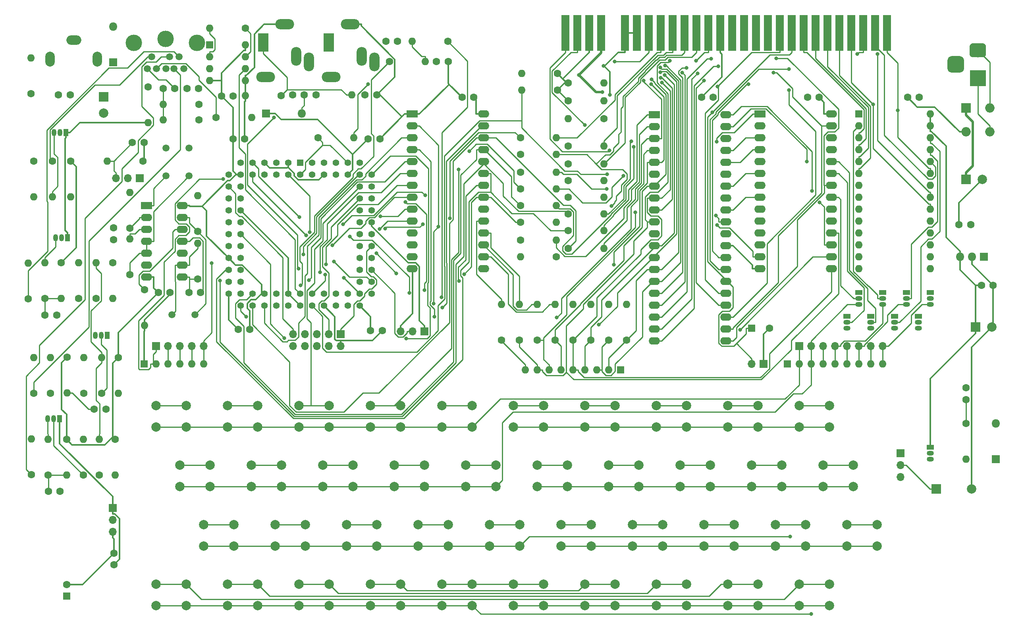
<source format=gbr>
G04 #@! TF.GenerationSoftware,KiCad,Pcbnew,5.0.0-rc2-be01b52~65~ubuntu18.04.1*
G04 #@! TF.CreationDate,2018-06-08T14:45:29+04:00*
G04 #@! TF.ProjectId,max48_ISSUE4,6D617834385F4953535545342E6B6963,rev?*
G04 #@! TF.SameCoordinates,Original*
G04 #@! TF.FileFunction,Copper,L2,Bot,Signal*
G04 #@! TF.FilePolarity,Positive*
%FSLAX46Y46*%
G04 Gerber Fmt 4.6, Leading zero omitted, Abs format (unit mm)*
G04 Created by KiCad (PCBNEW 5.0.0-rc2-be01b52~65~ubuntu18.04.1) date Fri Jun  8 14:45:29 2018*
%MOMM*%
%LPD*%
G01*
G04 APERTURE LIST*
G04 #@! TA.AperFunction,ComponentPad*
%ADD10C,1.500000*%
G04 #@! TD*
G04 #@! TA.AperFunction,ConnectorPad*
%ADD11R,1.778000X7.620000*%
G04 #@! TD*
G04 #@! TA.AperFunction,ComponentPad*
%ADD12R,2.400000X1.600000*%
G04 #@! TD*
G04 #@! TA.AperFunction,ComponentPad*
%ADD13O,2.400000X1.600000*%
G04 #@! TD*
G04 #@! TA.AperFunction,ComponentPad*
%ADD14R,1.600000X1.600000*%
G04 #@! TD*
G04 #@! TA.AperFunction,ComponentPad*
%ADD15C,1.600000*%
G04 #@! TD*
G04 #@! TA.AperFunction,ComponentPad*
%ADD16R,1.500000X1.050000*%
G04 #@! TD*
G04 #@! TA.AperFunction,ComponentPad*
%ADD17O,1.500000X1.050000*%
G04 #@! TD*
G04 #@! TA.AperFunction,ComponentPad*
%ADD18C,2.000000*%
G04 #@! TD*
G04 #@! TA.AperFunction,ComponentPad*
%ADD19O,1.600000X1.600000*%
G04 #@! TD*
G04 #@! TA.AperFunction,ComponentPad*
%ADD20R,2.000000X2.000000*%
G04 #@! TD*
G04 #@! TA.AperFunction,ComponentPad*
%ADD21O,2.000000X2.000000*%
G04 #@! TD*
G04 #@! TA.AperFunction,ComponentPad*
%ADD22R,3.500000X3.500000*%
G04 #@! TD*
G04 #@! TA.AperFunction,Conductor*
%ADD23C,0.100000*%
G04 #@! TD*
G04 #@! TA.AperFunction,ComponentPad*
%ADD24C,3.000000*%
G04 #@! TD*
G04 #@! TA.AperFunction,ComponentPad*
%ADD25C,3.500000*%
G04 #@! TD*
G04 #@! TA.AperFunction,ComponentPad*
%ADD26R,1.800000X1.800000*%
G04 #@! TD*
G04 #@! TA.AperFunction,ComponentPad*
%ADD27O,1.800000X1.800000*%
G04 #@! TD*
G04 #@! TA.AperFunction,ComponentPad*
%ADD28R,2.200000X4.000000*%
G04 #@! TD*
G04 #@! TA.AperFunction,ComponentPad*
%ADD29O,4.000000X2.200000*%
G04 #@! TD*
G04 #@! TA.AperFunction,ComponentPad*
%ADD30O,2.200000X4.000000*%
G04 #@! TD*
G04 #@! TA.AperFunction,ComponentPad*
%ADD31R,1.700000X1.700000*%
G04 #@! TD*
G04 #@! TA.AperFunction,ComponentPad*
%ADD32O,1.700000X1.700000*%
G04 #@! TD*
G04 #@! TA.AperFunction,ComponentPad*
%ADD33C,1.422400*%
G04 #@! TD*
G04 #@! TA.AperFunction,ComponentPad*
%ADD34R,1.422400X1.422400*%
G04 #@! TD*
G04 #@! TA.AperFunction,ComponentPad*
%ADD35O,1.050000X1.500000*%
G04 #@! TD*
G04 #@! TA.AperFunction,ComponentPad*
%ADD36R,1.050000X1.500000*%
G04 #@! TD*
G04 #@! TA.AperFunction,ComponentPad*
%ADD37O,1.998980X3.197860*%
G04 #@! TD*
G04 #@! TA.AperFunction,ComponentPad*
%ADD38O,3.197860X1.998980*%
G04 #@! TD*
G04 #@! TA.AperFunction,ViaPad*
%ADD39C,3.500120*%
G04 #@! TD*
G04 #@! TA.AperFunction,ComponentPad*
%ADD40C,1.501140*%
G04 #@! TD*
G04 #@! TA.AperFunction,ViaPad*
%ADD41C,0.800000*%
G04 #@! TD*
G04 #@! TA.AperFunction,Conductor*
%ADD42C,0.250000*%
G04 #@! TD*
G04 #@! TA.AperFunction,Conductor*
%ADD43C,0.300000*%
G04 #@! TD*
G04 #@! TA.AperFunction,Conductor*
%ADD44C,0.500000*%
G04 #@! TD*
G04 APERTURE END LIST*
D10*
G04 #@! TO.P,Y1,2*
G04 #@! TO.N,Net-(R30-Pad1)*
X66749000Y-57658000D03*
G04 #@! TO.P,Y1,1*
G04 #@! TO.N,Net-(R29-Pad2)*
X61849000Y-57658000D03*
G04 #@! TD*
D11*
G04 #@! TO.P,J3,A28*
G04 #@! TO.N,A11*
X215592000Y-27154500D03*
G04 #@! TO.P,J3,A27*
G04 #@! TO.N,A9*
X213052000Y-27154500D03*
G04 #@! TO.P,J3,A26*
G04 #@! TO.N,BUSACK*
X210512000Y-27154500D03*
G04 #@! TO.P,J3,A25*
G04 #@! TO.N,ROM_CS*
X207972000Y-27154500D03*
G04 #@! TO.P,J3,A24*
G04 #@! TO.N,A4*
X205432000Y-27154500D03*
G04 #@! TO.P,J3,A23*
G04 #@! TO.N,A5*
X202892000Y-27154500D03*
G04 #@! TO.P,J3,A22*
G04 #@! TO.N,A6*
X200352000Y-27154500D03*
G04 #@! TO.P,J3,A21*
G04 #@! TO.N,A7*
X197812000Y-27154500D03*
G04 #@! TO.P,J3,A20*
G04 #@! TO.N,~RESET*
X195272000Y-27154500D03*
G04 #@! TO.P,J3,A19*
G04 #@! TO.N,BUSRQ*
X192732000Y-27154500D03*
G04 #@! TO.P,J3,A18*
G04 #@! TO.N,N/C*
X190192000Y-27154500D03*
G04 #@! TO.P,J3,A17*
X187652000Y-27154500D03*
G04 #@! TO.P,J3,A16*
X185112000Y-27154500D03*
G04 #@! TO.P,J3,A15*
X182572000Y-27154500D03*
G04 #@! TO.P,J3,A14*
G04 #@! TO.N,GND*
X180032000Y-27154500D03*
G04 #@! TO.P,J3,A13*
G04 #@! TO.N,IORQULA*
X177492000Y-27154500D03*
G04 #@! TO.P,J3,A12*
G04 #@! TO.N,A3*
X174952000Y-27154500D03*
G04 #@! TO.P,J3,A11*
G04 #@! TO.N,A2*
X172412000Y-27154500D03*
G04 #@! TO.P,J3,A10*
G04 #@! TO.N,A1*
X169872000Y-27154500D03*
G04 #@! TO.P,J3,A9*
G04 #@! TO.N,A0*
X167332000Y-27154500D03*
G04 #@! TO.P,J3,A8*
G04 #@! TO.N,CLK_B*
X164792000Y-27154500D03*
G04 #@! TO.P,J3,A7*
G04 #@! TO.N,GND*
X162252000Y-27154500D03*
G04 #@! TO.P,J3,A6*
X159712000Y-27154500D03*
G04 #@! TO.P,J3,A4*
G04 #@! TO.N,+9V*
X154632000Y-27154500D03*
G04 #@! TO.P,J3,A3*
G04 #@! TO.N,+5V*
X152092000Y-27154500D03*
G04 #@! TO.P,J3,A2*
G04 #@! TO.N,A12*
X149552000Y-27154500D03*
G04 #@! TO.P,J3,A1*
G04 #@! TO.N,A14*
X147012000Y-27154500D03*
G04 #@! TD*
D12*
G04 #@! TO.P,U1,1*
G04 #@! TO.N,A11*
X165989000Y-44577000D03*
D13*
G04 #@! TO.P,U1,21*
G04 #@! TO.N,RD*
X181229000Y-92837000D03*
G04 #@! TO.P,U1,2*
G04 #@! TO.N,A12*
X165989000Y-47117000D03*
G04 #@! TO.P,U1,22*
G04 #@! TO.N,WR*
X181229000Y-90297000D03*
G04 #@! TO.P,U1,3*
G04 #@! TO.N,A13*
X165989000Y-49657000D03*
G04 #@! TO.P,U1,23*
G04 #@! TO.N,BUSACK*
X181229000Y-87757000D03*
G04 #@! TO.P,U1,4*
G04 #@! TO.N,A14*
X165989000Y-52197000D03*
G04 #@! TO.P,U1,24*
G04 #@! TO.N,WAIT*
X181229000Y-85217000D03*
G04 #@! TO.P,U1,5*
G04 #@! TO.N,A15*
X165989000Y-54737000D03*
G04 #@! TO.P,U1,25*
G04 #@! TO.N,BUSRQ*
X181229000Y-82677000D03*
G04 #@! TO.P,U1,6*
G04 #@! TO.N,CLK*
X165989000Y-57277000D03*
G04 #@! TO.P,U1,26*
G04 #@! TO.N,~RESET*
X181229000Y-80137000D03*
G04 #@! TO.P,U1,7*
G04 #@! TO.N,D4*
X165989000Y-59817000D03*
G04 #@! TO.P,U1,27*
G04 #@! TO.N,M1*
X181229000Y-77597000D03*
G04 #@! TO.P,U1,8*
G04 #@! TO.N,D3*
X165989000Y-62357000D03*
G04 #@! TO.P,U1,28*
G04 #@! TO.N,RFSH*
X181229000Y-75057000D03*
G04 #@! TO.P,U1,9*
G04 #@! TO.N,D5*
X165989000Y-64897000D03*
G04 #@! TO.P,U1,29*
G04 #@! TO.N,GND*
X181229000Y-72517000D03*
G04 #@! TO.P,U1,10*
G04 #@! TO.N,D6*
X165989000Y-67437000D03*
G04 #@! TO.P,U1,30*
G04 #@! TO.N,A0*
X181229000Y-69977000D03*
G04 #@! TO.P,U1,11*
G04 #@! TO.N,+5V*
X165989000Y-69977000D03*
G04 #@! TO.P,U1,31*
G04 #@! TO.N,A1*
X181229000Y-67437000D03*
G04 #@! TO.P,U1,12*
G04 #@! TO.N,D2*
X165989000Y-72517000D03*
G04 #@! TO.P,U1,32*
G04 #@! TO.N,A2*
X181229000Y-64897000D03*
G04 #@! TO.P,U1,13*
G04 #@! TO.N,D7*
X165989000Y-75057000D03*
G04 #@! TO.P,U1,33*
G04 #@! TO.N,A3*
X181229000Y-62357000D03*
G04 #@! TO.P,U1,14*
G04 #@! TO.N,D0*
X165989000Y-77597000D03*
G04 #@! TO.P,U1,34*
G04 #@! TO.N,A4*
X181229000Y-59817000D03*
G04 #@! TO.P,U1,15*
G04 #@! TO.N,D1*
X165989000Y-80137000D03*
G04 #@! TO.P,U1,35*
G04 #@! TO.N,A5*
X181229000Y-57277000D03*
G04 #@! TO.P,U1,16*
G04 #@! TO.N,INT*
X165989000Y-82677000D03*
G04 #@! TO.P,U1,36*
G04 #@! TO.N,A6*
X181229000Y-54737000D03*
G04 #@! TO.P,U1,17*
G04 #@! TO.N,NMI*
X165989000Y-85217000D03*
G04 #@! TO.P,U1,37*
G04 #@! TO.N,A7*
X181229000Y-52197000D03*
G04 #@! TO.P,U1,18*
G04 #@! TO.N,HALT*
X165989000Y-87757000D03*
G04 #@! TO.P,U1,38*
G04 #@! TO.N,A8*
X181229000Y-49657000D03*
G04 #@! TO.P,U1,19*
G04 #@! TO.N,MREQ*
X165989000Y-90297000D03*
G04 #@! TO.P,U1,39*
G04 #@! TO.N,A9*
X181229000Y-47117000D03*
G04 #@! TO.P,U1,20*
G04 #@! TO.N,IORQ*
X165989000Y-92837000D03*
G04 #@! TO.P,U1,40*
G04 #@! TO.N,A10*
X181229000Y-44577000D03*
G04 #@! TD*
D14*
G04 #@! TO.P,C1,1*
G04 #@! TO.N,~RESET*
X186690000Y-90170000D03*
D15*
G04 #@! TO.P,C1,2*
G04 #@! TO.N,GND*
X190490000Y-90170000D03*
G04 #@! TD*
D16*
G04 #@! TO.P,Q1,1*
G04 #@! TO.N,GND*
X207010000Y-87630000D03*
D17*
G04 #@! TO.P,Q1,3*
G04 #@! TO.N,S0*
X207010000Y-90170000D03*
G04 #@! TO.P,Q1,2*
G04 #@! TO.N,A11*
X207010000Y-88900000D03*
G04 #@! TD*
G04 #@! TO.P,Q2,2*
G04 #@! TO.N,A10*
X209550000Y-83820000D03*
G04 #@! TO.P,Q2,3*
G04 #@! TO.N,S1*
X209550000Y-85090000D03*
D16*
G04 #@! TO.P,Q2,1*
G04 #@! TO.N,GND*
X209550000Y-82550000D03*
G04 #@! TD*
G04 #@! TO.P,Q3,1*
G04 #@! TO.N,GND*
X212090000Y-87630000D03*
D17*
G04 #@! TO.P,Q3,3*
G04 #@! TO.N,S2*
X212090000Y-90170000D03*
G04 #@! TO.P,Q3,2*
G04 #@! TO.N,A9*
X212090000Y-88900000D03*
G04 #@! TD*
G04 #@! TO.P,Q4,2*
G04 #@! TO.N,A12*
X214630000Y-83820000D03*
G04 #@! TO.P,Q4,3*
G04 #@! TO.N,S3*
X214630000Y-85090000D03*
D16*
G04 #@! TO.P,Q4,1*
G04 #@! TO.N,GND*
X214630000Y-82550000D03*
G04 #@! TD*
G04 #@! TO.P,Q5,1*
G04 #@! TO.N,GND*
X217170000Y-87630000D03*
D17*
G04 #@! TO.P,Q5,3*
G04 #@! TO.N,S4*
X217170000Y-90170000D03*
G04 #@! TO.P,Q5,2*
G04 #@! TO.N,A13*
X217170000Y-88900000D03*
G04 #@! TD*
G04 #@! TO.P,Q6,2*
G04 #@! TO.N,A8*
X219710000Y-83820000D03*
G04 #@! TO.P,Q6,3*
G04 #@! TO.N,S5*
X219710000Y-85090000D03*
D16*
G04 #@! TO.P,Q6,1*
G04 #@! TO.N,GND*
X219710000Y-82550000D03*
G04 #@! TD*
G04 #@! TO.P,Q7,1*
G04 #@! TO.N,GND*
X222250000Y-87630000D03*
D17*
G04 #@! TO.P,Q7,3*
G04 #@! TO.N,S6*
X222250000Y-90170000D03*
G04 #@! TO.P,Q7,2*
G04 #@! TO.N,A14*
X222250000Y-88900000D03*
G04 #@! TD*
G04 #@! TO.P,Q8,2*
G04 #@! TO.N,A15*
X224790000Y-83820000D03*
G04 #@! TO.P,Q8,3*
G04 #@! TO.N,S7*
X224790000Y-85090000D03*
D16*
G04 #@! TO.P,Q8,1*
G04 #@! TO.N,GND*
X224790000Y-82550000D03*
G04 #@! TD*
D18*
G04 #@! TO.P,SW1,2*
G04 #@! TO.N,S0*
X59690000Y-111180000D03*
G04 #@! TO.P,SW1,1*
G04 #@! TO.N,KB0*
X59690000Y-106680000D03*
G04 #@! TO.P,SW1,2*
G04 #@! TO.N,S0*
X66190000Y-111180000D03*
G04 #@! TO.P,SW1,1*
G04 #@! TO.N,KB0*
X66190000Y-106680000D03*
G04 #@! TD*
G04 #@! TO.P,SW2,1*
G04 #@! TO.N,KB1*
X81430000Y-106680000D03*
G04 #@! TO.P,SW2,2*
G04 #@! TO.N,S0*
X81430000Y-111180000D03*
G04 #@! TO.P,SW2,1*
G04 #@! TO.N,KB1*
X74930000Y-106680000D03*
G04 #@! TO.P,SW2,2*
G04 #@! TO.N,S0*
X74930000Y-111180000D03*
G04 #@! TD*
G04 #@! TO.P,SW3,2*
G04 #@! TO.N,S0*
X90170000Y-111180000D03*
G04 #@! TO.P,SW3,1*
G04 #@! TO.N,KB2*
X90170000Y-106680000D03*
G04 #@! TO.P,SW3,2*
G04 #@! TO.N,S0*
X96670000Y-111180000D03*
G04 #@! TO.P,SW3,1*
G04 #@! TO.N,KB2*
X96670000Y-106680000D03*
G04 #@! TD*
G04 #@! TO.P,SW4,1*
G04 #@! TO.N,KB3*
X111910000Y-106680000D03*
G04 #@! TO.P,SW4,2*
G04 #@! TO.N,S0*
X111910000Y-111180000D03*
G04 #@! TO.P,SW4,1*
G04 #@! TO.N,KB3*
X105410000Y-106680000D03*
G04 #@! TO.P,SW4,2*
G04 #@! TO.N,S0*
X105410000Y-111180000D03*
G04 #@! TD*
G04 #@! TO.P,SW5,2*
G04 #@! TO.N,S0*
X120650000Y-111180000D03*
G04 #@! TO.P,SW5,1*
G04 #@! TO.N,KB4*
X120650000Y-106680000D03*
G04 #@! TO.P,SW5,2*
G04 #@! TO.N,S0*
X127150000Y-111180000D03*
G04 #@! TO.P,SW5,1*
G04 #@! TO.N,KB4*
X127150000Y-106680000D03*
G04 #@! TD*
G04 #@! TO.P,SW6,2*
G04 #@! TO.N,S3*
X135890000Y-111180000D03*
G04 #@! TO.P,SW6,1*
G04 #@! TO.N,KB4*
X135890000Y-106680000D03*
G04 #@! TO.P,SW6,2*
G04 #@! TO.N,S3*
X142390000Y-111180000D03*
G04 #@! TO.P,SW6,1*
G04 #@! TO.N,KB4*
X142390000Y-106680000D03*
G04 #@! TD*
G04 #@! TO.P,SW7,1*
G04 #@! TO.N,KB3*
X157630000Y-106680000D03*
G04 #@! TO.P,SW7,2*
G04 #@! TO.N,S3*
X157630000Y-111180000D03*
G04 #@! TO.P,SW7,1*
G04 #@! TO.N,KB3*
X151130000Y-106680000D03*
G04 #@! TO.P,SW7,2*
G04 #@! TO.N,S3*
X151130000Y-111180000D03*
G04 #@! TD*
G04 #@! TO.P,SW8,2*
G04 #@! TO.N,S3*
X166370000Y-111180000D03*
G04 #@! TO.P,SW8,1*
G04 #@! TO.N,KB2*
X166370000Y-106680000D03*
G04 #@! TO.P,SW8,2*
G04 #@! TO.N,S3*
X172870000Y-111180000D03*
G04 #@! TO.P,SW8,1*
G04 #@! TO.N,KB2*
X172870000Y-106680000D03*
G04 #@! TD*
G04 #@! TO.P,SW9,1*
G04 #@! TO.N,KB1*
X188110000Y-106680000D03*
G04 #@! TO.P,SW9,2*
G04 #@! TO.N,S3*
X188110000Y-111180000D03*
G04 #@! TO.P,SW9,1*
G04 #@! TO.N,KB1*
X181610000Y-106680000D03*
G04 #@! TO.P,SW9,2*
G04 #@! TO.N,S3*
X181610000Y-111180000D03*
G04 #@! TD*
G04 #@! TO.P,SW10,2*
G04 #@! TO.N,S3*
X196850000Y-111180000D03*
G04 #@! TO.P,SW10,1*
G04 #@! TO.N,KB0*
X196850000Y-106680000D03*
G04 #@! TO.P,SW10,2*
G04 #@! TO.N,S3*
X203350000Y-111180000D03*
G04 #@! TO.P,SW10,1*
G04 #@! TO.N,KB0*
X203350000Y-106680000D03*
G04 #@! TD*
G04 #@! TO.P,SW11,1*
G04 #@! TO.N,KB0*
X71270000Y-119380000D03*
G04 #@! TO.P,SW11,2*
G04 #@! TO.N,S1*
X71270000Y-123880000D03*
G04 #@! TO.P,SW11,1*
G04 #@! TO.N,KB0*
X64770000Y-119380000D03*
G04 #@! TO.P,SW11,2*
G04 #@! TO.N,S1*
X64770000Y-123880000D03*
G04 #@! TD*
G04 #@! TO.P,SW12,2*
G04 #@! TO.N,S1*
X80010000Y-123880000D03*
G04 #@! TO.P,SW12,1*
G04 #@! TO.N,KB1*
X80010000Y-119380000D03*
G04 #@! TO.P,SW12,2*
G04 #@! TO.N,S1*
X86510000Y-123880000D03*
G04 #@! TO.P,SW12,1*
G04 #@! TO.N,KB1*
X86510000Y-119380000D03*
G04 #@! TD*
G04 #@! TO.P,SW13,1*
G04 #@! TO.N,KB2*
X101750000Y-119380000D03*
G04 #@! TO.P,SW13,2*
G04 #@! TO.N,S1*
X101750000Y-123880000D03*
G04 #@! TO.P,SW13,1*
G04 #@! TO.N,KB2*
X95250000Y-119380000D03*
G04 #@! TO.P,SW13,2*
G04 #@! TO.N,S1*
X95250000Y-123880000D03*
G04 #@! TD*
G04 #@! TO.P,SW14,2*
G04 #@! TO.N,S1*
X110490000Y-123880000D03*
G04 #@! TO.P,SW14,1*
G04 #@! TO.N,KB3*
X110490000Y-119380000D03*
G04 #@! TO.P,SW14,2*
G04 #@! TO.N,S1*
X116990000Y-123880000D03*
G04 #@! TO.P,SW14,1*
G04 #@! TO.N,KB3*
X116990000Y-119380000D03*
G04 #@! TD*
G04 #@! TO.P,SW15,1*
G04 #@! TO.N,KB4*
X132230000Y-119380000D03*
G04 #@! TO.P,SW15,2*
G04 #@! TO.N,S1*
X132230000Y-123880000D03*
G04 #@! TO.P,SW15,1*
G04 #@! TO.N,KB4*
X125730000Y-119380000D03*
G04 #@! TO.P,SW15,2*
G04 #@! TO.N,S1*
X125730000Y-123880000D03*
G04 #@! TD*
G04 #@! TO.P,SW16,1*
G04 #@! TO.N,KB4*
X147470000Y-119380000D03*
G04 #@! TO.P,SW16,2*
G04 #@! TO.N,S4*
X147470000Y-123880000D03*
G04 #@! TO.P,SW16,1*
G04 #@! TO.N,KB4*
X140970000Y-119380000D03*
G04 #@! TO.P,SW16,2*
G04 #@! TO.N,S4*
X140970000Y-123880000D03*
G04 #@! TD*
G04 #@! TO.P,SW17,2*
G04 #@! TO.N,S4*
X156210000Y-123880000D03*
G04 #@! TO.P,SW17,1*
G04 #@! TO.N,KB3*
X156210000Y-119380000D03*
G04 #@! TO.P,SW17,2*
G04 #@! TO.N,S4*
X162710000Y-123880000D03*
G04 #@! TO.P,SW17,1*
G04 #@! TO.N,KB3*
X162710000Y-119380000D03*
G04 #@! TD*
G04 #@! TO.P,SW18,1*
G04 #@! TO.N,KB2*
X177950000Y-119380000D03*
G04 #@! TO.P,SW18,2*
G04 #@! TO.N,S4*
X177950000Y-123880000D03*
G04 #@! TO.P,SW18,1*
G04 #@! TO.N,KB2*
X171450000Y-119380000D03*
G04 #@! TO.P,SW18,2*
G04 #@! TO.N,S4*
X171450000Y-123880000D03*
G04 #@! TD*
G04 #@! TO.P,SW19,2*
G04 #@! TO.N,S4*
X186690000Y-123880000D03*
G04 #@! TO.P,SW19,1*
G04 #@! TO.N,KB1*
X186690000Y-119380000D03*
G04 #@! TO.P,SW19,2*
G04 #@! TO.N,S4*
X193190000Y-123880000D03*
G04 #@! TO.P,SW19,1*
G04 #@! TO.N,KB1*
X193190000Y-119380000D03*
G04 #@! TD*
G04 #@! TO.P,SW20,1*
G04 #@! TO.N,KB0*
X208430000Y-119380000D03*
G04 #@! TO.P,SW20,2*
G04 #@! TO.N,S4*
X208430000Y-123880000D03*
G04 #@! TO.P,SW20,1*
G04 #@! TO.N,KB0*
X201930000Y-119380000D03*
G04 #@! TO.P,SW20,2*
G04 #@! TO.N,S4*
X201930000Y-123880000D03*
G04 #@! TD*
G04 #@! TO.P,SW21,1*
G04 #@! TO.N,KB0*
X76350000Y-132080000D03*
G04 #@! TO.P,SW21,2*
G04 #@! TO.N,S2*
X76350000Y-136580000D03*
G04 #@! TO.P,SW21,1*
G04 #@! TO.N,KB0*
X69850000Y-132080000D03*
G04 #@! TO.P,SW21,2*
G04 #@! TO.N,S2*
X69850000Y-136580000D03*
G04 #@! TD*
G04 #@! TO.P,SW22,2*
G04 #@! TO.N,S2*
X85090000Y-136580000D03*
G04 #@! TO.P,SW22,1*
G04 #@! TO.N,KB1*
X85090000Y-132080000D03*
G04 #@! TO.P,SW22,2*
G04 #@! TO.N,S2*
X91590000Y-136580000D03*
G04 #@! TO.P,SW22,1*
G04 #@! TO.N,KB1*
X91590000Y-132080000D03*
G04 #@! TD*
G04 #@! TO.P,SW23,1*
G04 #@! TO.N,KB2*
X106830000Y-132080000D03*
G04 #@! TO.P,SW23,2*
G04 #@! TO.N,S2*
X106830000Y-136580000D03*
G04 #@! TO.P,SW23,1*
G04 #@! TO.N,KB2*
X100330000Y-132080000D03*
G04 #@! TO.P,SW23,2*
G04 #@! TO.N,S2*
X100330000Y-136580000D03*
G04 #@! TD*
G04 #@! TO.P,SW24,2*
G04 #@! TO.N,S2*
X115570000Y-136580000D03*
G04 #@! TO.P,SW24,1*
G04 #@! TO.N,KB3*
X115570000Y-132080000D03*
G04 #@! TO.P,SW24,2*
G04 #@! TO.N,S2*
X122070000Y-136580000D03*
G04 #@! TO.P,SW24,1*
G04 #@! TO.N,KB3*
X122070000Y-132080000D03*
G04 #@! TD*
G04 #@! TO.P,SW25,1*
G04 #@! TO.N,KB4*
X137310000Y-132080000D03*
G04 #@! TO.P,SW25,2*
G04 #@! TO.N,S2*
X137310000Y-136580000D03*
G04 #@! TO.P,SW25,1*
G04 #@! TO.N,KB4*
X130810000Y-132080000D03*
G04 #@! TO.P,SW25,2*
G04 #@! TO.N,S2*
X130810000Y-136580000D03*
G04 #@! TD*
G04 #@! TO.P,SW26,1*
G04 #@! TO.N,KB4*
X152550000Y-132080000D03*
G04 #@! TO.P,SW26,2*
G04 #@! TO.N,S6*
X152550000Y-136580000D03*
G04 #@! TO.P,SW26,1*
G04 #@! TO.N,KB4*
X146050000Y-132080000D03*
G04 #@! TO.P,SW26,2*
G04 #@! TO.N,S6*
X146050000Y-136580000D03*
G04 #@! TD*
G04 #@! TO.P,SW27,2*
G04 #@! TO.N,S6*
X161290000Y-136580000D03*
G04 #@! TO.P,SW27,1*
G04 #@! TO.N,KB3*
X161290000Y-132080000D03*
G04 #@! TO.P,SW27,2*
G04 #@! TO.N,S6*
X167790000Y-136580000D03*
G04 #@! TO.P,SW27,1*
G04 #@! TO.N,KB3*
X167790000Y-132080000D03*
G04 #@! TD*
G04 #@! TO.P,SW28,1*
G04 #@! TO.N,KB2*
X183030000Y-132080000D03*
G04 #@! TO.P,SW28,2*
G04 #@! TO.N,S6*
X183030000Y-136580000D03*
G04 #@! TO.P,SW28,1*
G04 #@! TO.N,KB2*
X176530000Y-132080000D03*
G04 #@! TO.P,SW28,2*
G04 #@! TO.N,S6*
X176530000Y-136580000D03*
G04 #@! TD*
G04 #@! TO.P,SW29,2*
G04 #@! TO.N,S6*
X191770000Y-136580000D03*
G04 #@! TO.P,SW29,1*
G04 #@! TO.N,KB1*
X191770000Y-132080000D03*
G04 #@! TO.P,SW29,2*
G04 #@! TO.N,S6*
X198270000Y-136580000D03*
G04 #@! TO.P,SW29,1*
G04 #@! TO.N,KB1*
X198270000Y-132080000D03*
G04 #@! TD*
G04 #@! TO.P,SW30,1*
G04 #@! TO.N,KB0*
X213510000Y-132080000D03*
G04 #@! TO.P,SW30,2*
G04 #@! TO.N,S6*
X213510000Y-136580000D03*
G04 #@! TO.P,SW30,1*
G04 #@! TO.N,KB0*
X207010000Y-132080000D03*
G04 #@! TO.P,SW30,2*
G04 #@! TO.N,S6*
X207010000Y-136580000D03*
G04 #@! TD*
G04 #@! TO.P,SW31,2*
G04 #@! TO.N,S5*
X59690000Y-149280000D03*
G04 #@! TO.P,SW31,1*
G04 #@! TO.N,KB0*
X59690000Y-144780000D03*
G04 #@! TO.P,SW31,2*
G04 #@! TO.N,S5*
X66190000Y-149280000D03*
G04 #@! TO.P,SW31,1*
G04 #@! TO.N,KB0*
X66190000Y-144780000D03*
G04 #@! TD*
G04 #@! TO.P,SW32,1*
G04 #@! TO.N,KB1*
X81430000Y-144780000D03*
G04 #@! TO.P,SW32,2*
G04 #@! TO.N,S5*
X81430000Y-149280000D03*
G04 #@! TO.P,SW32,1*
G04 #@! TO.N,KB1*
X74930000Y-144780000D03*
G04 #@! TO.P,SW32,2*
G04 #@! TO.N,S5*
X74930000Y-149280000D03*
G04 #@! TD*
G04 #@! TO.P,SW33,2*
G04 #@! TO.N,S5*
X90170000Y-149280000D03*
G04 #@! TO.P,SW33,1*
G04 #@! TO.N,KB2*
X90170000Y-144780000D03*
G04 #@! TO.P,SW33,2*
G04 #@! TO.N,S5*
X96670000Y-149280000D03*
G04 #@! TO.P,SW33,1*
G04 #@! TO.N,KB2*
X96670000Y-144780000D03*
G04 #@! TD*
G04 #@! TO.P,SW34,1*
G04 #@! TO.N,KB3*
X111910000Y-144780000D03*
G04 #@! TO.P,SW34,2*
G04 #@! TO.N,S5*
X111910000Y-149280000D03*
G04 #@! TO.P,SW34,1*
G04 #@! TO.N,KB3*
X105410000Y-144780000D03*
G04 #@! TO.P,SW34,2*
G04 #@! TO.N,S5*
X105410000Y-149280000D03*
G04 #@! TD*
G04 #@! TO.P,SW35,2*
G04 #@! TO.N,S5*
X120650000Y-149280000D03*
G04 #@! TO.P,SW35,1*
G04 #@! TO.N,KB4*
X120650000Y-144780000D03*
G04 #@! TO.P,SW35,2*
G04 #@! TO.N,S5*
X127150000Y-149280000D03*
G04 #@! TO.P,SW35,1*
G04 #@! TO.N,KB4*
X127150000Y-144780000D03*
G04 #@! TD*
G04 #@! TO.P,SW36,2*
G04 #@! TO.N,S7*
X135890000Y-149280000D03*
G04 #@! TO.P,SW36,1*
G04 #@! TO.N,KB4*
X135890000Y-144780000D03*
G04 #@! TO.P,SW36,2*
G04 #@! TO.N,S7*
X142390000Y-149280000D03*
G04 #@! TO.P,SW36,1*
G04 #@! TO.N,KB4*
X142390000Y-144780000D03*
G04 #@! TD*
G04 #@! TO.P,SW37,1*
G04 #@! TO.N,KB3*
X157630000Y-144780000D03*
G04 #@! TO.P,SW37,2*
G04 #@! TO.N,S7*
X157630000Y-149280000D03*
G04 #@! TO.P,SW37,1*
G04 #@! TO.N,KB3*
X151130000Y-144780000D03*
G04 #@! TO.P,SW37,2*
G04 #@! TO.N,S7*
X151130000Y-149280000D03*
G04 #@! TD*
G04 #@! TO.P,SW38,2*
G04 #@! TO.N,S7*
X166370000Y-149280000D03*
G04 #@! TO.P,SW38,1*
G04 #@! TO.N,KB2*
X166370000Y-144780000D03*
G04 #@! TO.P,SW38,2*
G04 #@! TO.N,S7*
X172870000Y-149280000D03*
G04 #@! TO.P,SW38,1*
G04 #@! TO.N,KB2*
X172870000Y-144780000D03*
G04 #@! TD*
G04 #@! TO.P,SW39,1*
G04 #@! TO.N,KB1*
X188110000Y-144780000D03*
G04 #@! TO.P,SW39,2*
G04 #@! TO.N,S7*
X188110000Y-149280000D03*
G04 #@! TO.P,SW39,1*
G04 #@! TO.N,KB1*
X181610000Y-144780000D03*
G04 #@! TO.P,SW39,2*
G04 #@! TO.N,S7*
X181610000Y-149280000D03*
G04 #@! TD*
G04 #@! TO.P,SW40,2*
G04 #@! TO.N,S7*
X196850000Y-149280000D03*
G04 #@! TO.P,SW40,1*
G04 #@! TO.N,KB0*
X196850000Y-144780000D03*
G04 #@! TO.P,SW40,2*
G04 #@! TO.N,S7*
X203350000Y-149280000D03*
G04 #@! TO.P,SW40,1*
G04 #@! TO.N,KB0*
X203350000Y-144780000D03*
G04 #@! TD*
D14*
G04 #@! TO.P,RN1,1*
G04 #@! TO.N,+5V*
X194310000Y-97790000D03*
D19*
G04 #@! TO.P,RN1,2*
G04 #@! TO.N,S0*
X196850000Y-97790000D03*
G04 #@! TO.P,RN1,3*
G04 #@! TO.N,S1*
X199390000Y-97790000D03*
G04 #@! TO.P,RN1,4*
G04 #@! TO.N,S2*
X201930000Y-97790000D03*
G04 #@! TO.P,RN1,5*
G04 #@! TO.N,S3*
X204470000Y-97790000D03*
G04 #@! TO.P,RN1,6*
G04 #@! TO.N,S4*
X207010000Y-97790000D03*
G04 #@! TO.P,RN1,7*
G04 #@! TO.N,S5*
X209550000Y-97790000D03*
G04 #@! TO.P,RN1,8*
G04 #@! TO.N,S6*
X212090000Y-97790000D03*
G04 #@! TO.P,RN1,9*
G04 #@! TO.N,S7*
X214630000Y-97790000D03*
G04 #@! TD*
D14*
G04 #@! TO.P,RN2,1*
G04 #@! TO.N,+5V*
X57150000Y-97790000D03*
D19*
G04 #@! TO.P,RN2,2*
G04 #@! TO.N,KB0*
X59690000Y-97790000D03*
G04 #@! TO.P,RN2,3*
G04 #@! TO.N,KB1*
X62230000Y-97790000D03*
G04 #@! TO.P,RN2,4*
G04 #@! TO.N,KB2*
X64770000Y-97790000D03*
G04 #@! TO.P,RN2,5*
G04 #@! TO.N,KB3*
X67310000Y-97790000D03*
G04 #@! TO.P,RN2,6*
G04 #@! TO.N,KB4*
X69850000Y-97790000D03*
G04 #@! TD*
G04 #@! TO.P,R1,2*
G04 #@! TO.N,CLK*
X137668000Y-39370000D03*
D15*
G04 #@! TO.P,R1,1*
G04 #@! TO.N,+5V*
X145288000Y-39370000D03*
G04 #@! TD*
G04 #@! TO.P,R2,1*
G04 #@! TO.N,+5V*
X145288000Y-35814000D03*
D19*
G04 #@! TO.P,R2,2*
G04 #@! TO.N,NMI*
X137668000Y-35814000D03*
G04 #@! TD*
G04 #@! TO.P,R3,2*
G04 #@! TO.N,WAIT*
X155194000Y-41656000D03*
D15*
G04 #@! TO.P,R3,1*
G04 #@! TO.N,+5V*
X147574000Y-41656000D03*
G04 #@! TD*
G04 #@! TO.P,R4,1*
G04 #@! TO.N,+5V*
X147574000Y-37846000D03*
D19*
G04 #@! TO.P,R4,2*
G04 #@! TO.N,BUSRQ*
X155194000Y-37846000D03*
G04 #@! TD*
D20*
G04 #@! TO.P,C2,1*
G04 #@! TO.N,+9V*
X232410000Y-58420000D03*
D18*
G04 #@! TO.P,C2,2*
G04 #@! TO.N,GND*
X235910000Y-58420000D03*
G04 #@! TD*
D15*
G04 #@! TO.P,C3,1*
G04 #@! TO.N,+5V*
X235712000Y-81026000D03*
G04 #@! TO.P,C3,2*
G04 #@! TO.N,GND*
X238212000Y-81026000D03*
G04 #@! TD*
D21*
G04 #@! TO.P,D1,4*
G04 #@! TO.N,Net-(D1-Pad4)*
X237490000Y-43180000D03*
G04 #@! TO.P,D1,2*
G04 #@! TO.N,GND*
X232410000Y-48260000D03*
G04 #@! TO.P,D1,3*
G04 #@! TO.N,Net-(D1-Pad3)*
X237490000Y-48260000D03*
D20*
G04 #@! TO.P,D1,1*
G04 #@! TO.N,+9V*
X232410000Y-43180000D03*
G04 #@! TD*
D22*
G04 #@! TO.P,J4,1*
G04 #@! TO.N,Net-(D1-Pad3)*
X234950000Y-36830000D03*
D23*
G04 #@! TD*
G04 #@! TO.N,Net-(D1-Pad4)*
G04 #@! TO.C,J4*
G36*
X236023513Y-29333611D02*
X236096318Y-29344411D01*
X236167714Y-29362295D01*
X236237013Y-29387090D01*
X236303548Y-29418559D01*
X236366678Y-29456398D01*
X236425795Y-29500242D01*
X236480330Y-29549670D01*
X236529758Y-29604205D01*
X236573602Y-29663322D01*
X236611441Y-29726452D01*
X236642910Y-29792987D01*
X236667705Y-29862286D01*
X236685589Y-29933682D01*
X236696389Y-30006487D01*
X236700000Y-30080000D01*
X236700000Y-31580000D01*
X236696389Y-31653513D01*
X236685589Y-31726318D01*
X236667705Y-31797714D01*
X236642910Y-31867013D01*
X236611441Y-31933548D01*
X236573602Y-31996678D01*
X236529758Y-32055795D01*
X236480330Y-32110330D01*
X236425795Y-32159758D01*
X236366678Y-32203602D01*
X236303548Y-32241441D01*
X236237013Y-32272910D01*
X236167714Y-32297705D01*
X236096318Y-32315589D01*
X236023513Y-32326389D01*
X235950000Y-32330000D01*
X233950000Y-32330000D01*
X233876487Y-32326389D01*
X233803682Y-32315589D01*
X233732286Y-32297705D01*
X233662987Y-32272910D01*
X233596452Y-32241441D01*
X233533322Y-32203602D01*
X233474205Y-32159758D01*
X233419670Y-32110330D01*
X233370242Y-32055795D01*
X233326398Y-31996678D01*
X233288559Y-31933548D01*
X233257090Y-31867013D01*
X233232295Y-31797714D01*
X233214411Y-31726318D01*
X233203611Y-31653513D01*
X233200000Y-31580000D01*
X233200000Y-30080000D01*
X233203611Y-30006487D01*
X233214411Y-29933682D01*
X233232295Y-29862286D01*
X233257090Y-29792987D01*
X233288559Y-29726452D01*
X233326398Y-29663322D01*
X233370242Y-29604205D01*
X233419670Y-29549670D01*
X233474205Y-29500242D01*
X233533322Y-29456398D01*
X233596452Y-29418559D01*
X233662987Y-29387090D01*
X233732286Y-29362295D01*
X233803682Y-29344411D01*
X233876487Y-29333611D01*
X233950000Y-29330000D01*
X235950000Y-29330000D01*
X236023513Y-29333611D01*
X236023513Y-29333611D01*
G37*
D24*
G04 #@! TO.P,J4,2*
G04 #@! TO.N,Net-(D1-Pad4)*
X234950000Y-30830000D03*
D23*
G04 #@! TD*
G04 #@! TO.N,N/C*
G04 #@! TO.C,J4*
G36*
X231210765Y-32084213D02*
X231295704Y-32096813D01*
X231378999Y-32117677D01*
X231459848Y-32146605D01*
X231537472Y-32183319D01*
X231611124Y-32227464D01*
X231680094Y-32278616D01*
X231743718Y-32336282D01*
X231801384Y-32399906D01*
X231852536Y-32468876D01*
X231896681Y-32542528D01*
X231933395Y-32620152D01*
X231962323Y-32701001D01*
X231983187Y-32784296D01*
X231995787Y-32869235D01*
X232000000Y-32955000D01*
X232000000Y-34705000D01*
X231995787Y-34790765D01*
X231983187Y-34875704D01*
X231962323Y-34958999D01*
X231933395Y-35039848D01*
X231896681Y-35117472D01*
X231852536Y-35191124D01*
X231801384Y-35260094D01*
X231743718Y-35323718D01*
X231680094Y-35381384D01*
X231611124Y-35432536D01*
X231537472Y-35476681D01*
X231459848Y-35513395D01*
X231378999Y-35542323D01*
X231295704Y-35563187D01*
X231210765Y-35575787D01*
X231125000Y-35580000D01*
X229375000Y-35580000D01*
X229289235Y-35575787D01*
X229204296Y-35563187D01*
X229121001Y-35542323D01*
X229040152Y-35513395D01*
X228962528Y-35476681D01*
X228888876Y-35432536D01*
X228819906Y-35381384D01*
X228756282Y-35323718D01*
X228698616Y-35260094D01*
X228647464Y-35191124D01*
X228603319Y-35117472D01*
X228566605Y-35039848D01*
X228537677Y-34958999D01*
X228516813Y-34875704D01*
X228504213Y-34790765D01*
X228500000Y-34705000D01*
X228500000Y-32955000D01*
X228504213Y-32869235D01*
X228516813Y-32784296D01*
X228537677Y-32701001D01*
X228566605Y-32620152D01*
X228603319Y-32542528D01*
X228647464Y-32468876D01*
X228698616Y-32399906D01*
X228756282Y-32336282D01*
X228819906Y-32278616D01*
X228888876Y-32227464D01*
X228962528Y-32183319D01*
X229040152Y-32146605D01*
X229121001Y-32117677D01*
X229204296Y-32096813D01*
X229289235Y-32084213D01*
X229375000Y-32080000D01*
X231125000Y-32080000D01*
X231210765Y-32084213D01*
X231210765Y-32084213D01*
G37*
D25*
G04 #@! TO.P,J4,3*
G04 #@! TO.N,N/C*
X230250000Y-33830000D03*
G04 #@! TD*
D26*
G04 #@! TO.P,U2,1*
G04 #@! TO.N,+9V*
X236220000Y-74930000D03*
D27*
G04 #@! TO.P,U2,2*
G04 #@! TO.N,GND*
X233680000Y-74930000D03*
G04 #@! TO.P,U2,3*
G04 #@! TO.N,+5V*
X231140000Y-74930000D03*
G04 #@! TD*
D28*
G04 #@! TO.P,J5,1*
G04 #@! TO.N,Net-(C16-Pad1)*
X82550000Y-29210000D03*
D29*
G04 #@! TO.P,J5,4*
G04 #@! TO.N,N/C*
X83050000Y-36510000D03*
D30*
G04 #@! TO.P,J5,5*
X89650000Y-32110000D03*
G04 #@! TO.P,J5,2*
X92350000Y-33310000D03*
D29*
G04 #@! TO.P,J5,3*
G04 #@! TO.N,GND*
X87150000Y-25310000D03*
G04 #@! TD*
G04 #@! TO.P,J6,3*
G04 #@! TO.N,GND*
X101120000Y-25310000D03*
D30*
G04 #@! TO.P,J6,2*
G04 #@! TO.N,N/C*
X106320000Y-33310000D03*
G04 #@! TO.P,J6,5*
X103620000Y-32110000D03*
D29*
G04 #@! TO.P,J6,4*
X97020000Y-36510000D03*
D28*
G04 #@! TO.P,J6,1*
G04 #@! TO.N,Net-(C17-Pad1)*
X96520000Y-29210000D03*
G04 #@! TD*
D31*
G04 #@! TO.P,J8,1*
G04 #@! TO.N,GND*
X189230000Y-97790000D03*
D32*
G04 #@! TO.P,J8,2*
G04 #@! TO.N,~RESET*
X186690000Y-97790000D03*
G04 #@! TD*
D15*
G04 #@! TO.P,C4,1*
G04 #@! TO.N,EAR*
X232410000Y-102870000D03*
G04 #@! TO.P,C4,2*
G04 #@! TO.N,Net-(C4-Pad2)*
X232410000Y-105370000D03*
G04 #@! TD*
D31*
G04 #@! TO.P,J9,1*
G04 #@! TO.N,Net-(J9-Pad1)*
X218440000Y-116840000D03*
D32*
G04 #@! TO.P,J9,2*
G04 #@! TO.N,Net-(J9-Pad2)*
X218440000Y-119380000D03*
G04 #@! TO.P,J9,3*
G04 #@! TO.N,GND*
X218440000Y-121920000D03*
G04 #@! TD*
D20*
G04 #@! TO.P,LS1,1*
G04 #@! TO.N,Net-(J9-Pad2)*
X226060000Y-124460000D03*
D18*
G04 #@! TO.P,LS1,2*
G04 #@! TO.N,GND*
X233660000Y-124460000D03*
G04 #@! TD*
D17*
G04 #@! TO.P,Q9,2*
G04 #@! TO.N,Net-(D2-Pad1)*
X224790000Y-116840000D03*
G04 #@! TO.P,Q9,3*
G04 #@! TO.N,Net-(J9-Pad1)*
X224790000Y-118110000D03*
D16*
G04 #@! TO.P,Q9,1*
G04 #@! TO.N,+5V*
X224790000Y-115570000D03*
G04 #@! TD*
D15*
G04 #@! TO.P,R5,1*
G04 #@! TO.N,Net-(C4-Pad2)*
X232410000Y-110490000D03*
D19*
G04 #@! TO.P,R5,2*
G04 #@! TO.N,Net-(D2-Pad1)*
X232410000Y-118110000D03*
G04 #@! TD*
D14*
G04 #@! TO.P,RN3,1*
G04 #@! TO.N,+5V*
X158750000Y-99060000D03*
D19*
G04 #@! TO.P,RN3,2*
G04 #@! TO.N,D0*
X156210000Y-99060000D03*
G04 #@! TO.P,RN3,3*
G04 #@! TO.N,D1*
X153670000Y-99060000D03*
G04 #@! TO.P,RN3,4*
G04 #@! TO.N,D2*
X151130000Y-99060000D03*
G04 #@! TO.P,RN3,5*
G04 #@! TO.N,D3*
X148590000Y-99060000D03*
G04 #@! TO.P,RN3,6*
G04 #@! TO.N,D4*
X146050000Y-99060000D03*
G04 #@! TO.P,RN3,7*
G04 #@! TO.N,D5*
X143510000Y-99060000D03*
G04 #@! TO.P,RN3,8*
G04 #@! TO.N,D6*
X140970000Y-99060000D03*
G04 #@! TO.P,RN3,9*
G04 #@! TO.N,D7*
X138430000Y-99060000D03*
G04 #@! TD*
D14*
G04 #@! TO.P,U3,1*
G04 #@! TO.N,+5V*
X209550000Y-44450000D03*
D19*
G04 #@! TO.P,U3,15*
G04 #@! TO.N,D3*
X224790000Y-77470000D03*
G04 #@! TO.P,U3,2*
G04 #@! TO.N,A12*
X209550000Y-46990000D03*
G04 #@! TO.P,U3,16*
G04 #@! TO.N,D4*
X224790000Y-74930000D03*
G04 #@! TO.P,U3,3*
G04 #@! TO.N,A7*
X209550000Y-49530000D03*
G04 #@! TO.P,U3,17*
G04 #@! TO.N,D5*
X224790000Y-72390000D03*
G04 #@! TO.P,U3,4*
G04 #@! TO.N,A6*
X209550000Y-52070000D03*
G04 #@! TO.P,U3,18*
G04 #@! TO.N,D6*
X224790000Y-69850000D03*
G04 #@! TO.P,U3,5*
G04 #@! TO.N,A5*
X209550000Y-54610000D03*
G04 #@! TO.P,U3,19*
G04 #@! TO.N,D7*
X224790000Y-67310000D03*
G04 #@! TO.P,U3,6*
G04 #@! TO.N,A4*
X209550000Y-57150000D03*
G04 #@! TO.P,U3,20*
G04 #@! TO.N,ROM_CS*
X224790000Y-64770000D03*
G04 #@! TO.P,U3,7*
G04 #@! TO.N,A3*
X209550000Y-59690000D03*
G04 #@! TO.P,U3,21*
G04 #@! TO.N,A10*
X224790000Y-62230000D03*
G04 #@! TO.P,U3,8*
G04 #@! TO.N,A2*
X209550000Y-62230000D03*
G04 #@! TO.P,U3,22*
G04 #@! TO.N,RD*
X224790000Y-59690000D03*
G04 #@! TO.P,U3,9*
G04 #@! TO.N,A1*
X209550000Y-64770000D03*
G04 #@! TO.P,U3,23*
G04 #@! TO.N,A11*
X224790000Y-57150000D03*
G04 #@! TO.P,U3,10*
G04 #@! TO.N,A0*
X209550000Y-67310000D03*
G04 #@! TO.P,U3,24*
G04 #@! TO.N,A9*
X224790000Y-54610000D03*
G04 #@! TO.P,U3,11*
G04 #@! TO.N,D0*
X209550000Y-69850000D03*
G04 #@! TO.P,U3,25*
G04 #@! TO.N,A8*
X224790000Y-52070000D03*
G04 #@! TO.P,U3,12*
G04 #@! TO.N,D1*
X209550000Y-72390000D03*
G04 #@! TO.P,U3,26*
G04 #@! TO.N,A13*
X224790000Y-49530000D03*
G04 #@! TO.P,U3,13*
G04 #@! TO.N,D2*
X209550000Y-74930000D03*
G04 #@! TO.P,U3,27*
G04 #@! TO.N,+5V*
X224790000Y-46990000D03*
G04 #@! TO.P,U3,14*
G04 #@! TO.N,GND*
X209550000Y-77470000D03*
G04 #@! TO.P,U3,28*
G04 #@! TO.N,+5V*
X224790000Y-44450000D03*
G04 #@! TD*
D15*
G04 #@! TO.P,R6,1*
G04 #@! TO.N,VA0*
X137414000Y-49530000D03*
D19*
G04 #@! TO.P,R6,2*
G04 #@! TO.N,A0*
X145034000Y-49530000D03*
G04 #@! TD*
G04 #@! TO.P,R7,2*
G04 #@! TO.N,VD0*
X160020000Y-85090000D03*
D15*
G04 #@! TO.P,R7,1*
G04 #@! TO.N,D0*
X160020000Y-92710000D03*
G04 #@! TD*
G04 #@! TO.P,R8,1*
G04 #@! TO.N,VA1*
X147574000Y-51308000D03*
D19*
G04 #@! TO.P,R8,2*
G04 #@! TO.N,A1*
X155194000Y-51308000D03*
G04 #@! TD*
D15*
G04 #@! TO.P,R9,1*
G04 #@! TO.N,D1*
X156210000Y-92710000D03*
D19*
G04 #@! TO.P,R9,2*
G04 #@! TO.N,VD1*
X156210000Y-85090000D03*
G04 #@! TD*
G04 #@! TO.P,R10,2*
G04 #@! TO.N,A2*
X145034000Y-53086000D03*
D15*
G04 #@! TO.P,R10,1*
G04 #@! TO.N,VA2*
X137414000Y-53086000D03*
G04 #@! TD*
D19*
G04 #@! TO.P,R11,2*
G04 #@! TO.N,VD2*
X152400000Y-85090000D03*
D15*
G04 #@! TO.P,R11,1*
G04 #@! TO.N,D2*
X152400000Y-92710000D03*
G04 #@! TD*
G04 #@! TO.P,R12,1*
G04 #@! TO.N,VA3*
X147574000Y-55118000D03*
D19*
G04 #@! TO.P,R12,2*
G04 #@! TO.N,A3*
X155194000Y-55118000D03*
G04 #@! TD*
D15*
G04 #@! TO.P,R13,1*
G04 #@! TO.N,D3*
X148590000Y-92710000D03*
D19*
G04 #@! TO.P,R13,2*
G04 #@! TO.N,VD3*
X148590000Y-85090000D03*
G04 #@! TD*
G04 #@! TO.P,R14,2*
G04 #@! TO.N,A4*
X145034000Y-56896000D03*
D15*
G04 #@! TO.P,R14,1*
G04 #@! TO.N,VA4*
X137414000Y-56896000D03*
G04 #@! TD*
D19*
G04 #@! TO.P,R15,2*
G04 #@! TO.N,VD4*
X144780000Y-85090000D03*
D15*
G04 #@! TO.P,R15,1*
G04 #@! TO.N,D4*
X144780000Y-92710000D03*
G04 #@! TD*
G04 #@! TO.P,R16,1*
G04 #@! TO.N,VA5*
X147574000Y-58674000D03*
D19*
G04 #@! TO.P,R16,2*
G04 #@! TO.N,A5*
X155194000Y-58674000D03*
G04 #@! TD*
D15*
G04 #@! TO.P,R17,1*
G04 #@! TO.N,D5*
X140970000Y-92710000D03*
D19*
G04 #@! TO.P,R17,2*
G04 #@! TO.N,VD5*
X140970000Y-85090000D03*
G04 #@! TD*
G04 #@! TO.P,R18,2*
G04 #@! TO.N,A6*
X145034000Y-60452000D03*
D15*
G04 #@! TO.P,R18,1*
G04 #@! TO.N,VA6*
X137414000Y-60452000D03*
G04 #@! TD*
D19*
G04 #@! TO.P,R19,2*
G04 #@! TO.N,VD6*
X137160000Y-85090000D03*
D15*
G04 #@! TO.P,R19,1*
G04 #@! TO.N,D6*
X137160000Y-92710000D03*
G04 #@! TD*
G04 #@! TO.P,R20,1*
G04 #@! TO.N,VA7*
X147574000Y-62230000D03*
D19*
G04 #@! TO.P,R20,2*
G04 #@! TO.N,A7*
X155194000Y-62230000D03*
G04 #@! TD*
D15*
G04 #@! TO.P,R21,1*
G04 #@! TO.N,D7*
X133350000Y-92710000D03*
D19*
G04 #@! TO.P,R21,2*
G04 #@! TO.N,VD7*
X133350000Y-85090000D03*
G04 #@! TD*
G04 #@! TO.P,R22,2*
G04 #@! TO.N,A8*
X145034000Y-64008000D03*
D15*
G04 #@! TO.P,R22,1*
G04 #@! TO.N,VA8*
X137414000Y-64008000D03*
G04 #@! TD*
D19*
G04 #@! TO.P,R23,2*
G04 #@! TO.N,A9*
X155194000Y-65786000D03*
D15*
G04 #@! TO.P,R23,1*
G04 #@! TO.N,VA9*
X147574000Y-65786000D03*
G04 #@! TD*
D19*
G04 #@! TO.P,R24,2*
G04 #@! TO.N,A10*
X145034000Y-67564000D03*
D15*
G04 #@! TO.P,R24,1*
G04 #@! TO.N,VA10*
X137414000Y-67564000D03*
G04 #@! TD*
G04 #@! TO.P,R25,1*
G04 #@! TO.N,VA11*
X147574000Y-69342000D03*
D19*
G04 #@! TO.P,R25,2*
G04 #@! TO.N,A11*
X155194000Y-69342000D03*
G04 #@! TD*
G04 #@! TO.P,R26,2*
G04 #@! TO.N,A12*
X145034000Y-71374000D03*
D15*
G04 #@! TO.P,R26,1*
G04 #@! TO.N,VA12*
X137414000Y-71374000D03*
G04 #@! TD*
G04 #@! TO.P,R27,1*
G04 #@! TO.N,VA13*
X147574000Y-73152000D03*
D19*
G04 #@! TO.P,R27,2*
G04 #@! TO.N,A13*
X155194000Y-73152000D03*
G04 #@! TD*
D15*
G04 #@! TO.P,C5,1*
G04 #@! TO.N,Net-(C5-Pad1)*
X50673000Y-71247000D03*
G04 #@! TO.P,C5,2*
G04 #@! TO.N,Net-(C5-Pad2)*
X50673000Y-68747000D03*
G04 #@! TD*
D31*
G04 #@! TO.P,J10,1*
G04 #@! TO.N,/ula/TCK*
X99060000Y-91440000D03*
D32*
G04 #@! TO.P,J10,2*
G04 #@! TO.N,GND*
X99060000Y-93980000D03*
G04 #@! TO.P,J10,3*
G04 #@! TO.N,/ula/TDO*
X96520000Y-91440000D03*
G04 #@! TO.P,J10,4*
G04 #@! TO.N,+5V*
X96520000Y-93980000D03*
G04 #@! TO.P,J10,5*
G04 #@! TO.N,/ula/TMS*
X93980000Y-91440000D03*
G04 #@! TO.P,J10,6*
G04 #@! TO.N,N/C*
X93980000Y-93980000D03*
G04 #@! TO.P,J10,7*
X91440000Y-91440000D03*
G04 #@! TO.P,J10,8*
X91440000Y-93980000D03*
G04 #@! TO.P,J10,9*
G04 #@! TO.N,/ula/TDI*
X88900000Y-91440000D03*
G04 #@! TO.P,J10,10*
G04 #@! TO.N,GND*
X88900000Y-93980000D03*
G04 #@! TD*
D15*
G04 #@! TO.P,R28,1*
G04 #@! TO.N,IORQ*
X94234000Y-49530000D03*
D19*
G04 #@! TO.P,R28,2*
G04 #@! TO.N,IORQULA*
X101854000Y-49530000D03*
G04 #@! TD*
G04 #@! TO.P,R29,2*
G04 #@! TO.N,Net-(R29-Pad2)*
X54102000Y-61214000D03*
D15*
G04 #@! TO.P,R29,1*
G04 #@! TO.N,Net-(C5-Pad2)*
X54102000Y-68834000D03*
G04 #@! TD*
G04 #@! TO.P,R30,1*
G04 #@! TO.N,Net-(R30-Pad1)*
X54102000Y-78740000D03*
D19*
G04 #@! TO.P,R30,2*
G04 #@! TO.N,Net-(C5-Pad1)*
X54102000Y-71120000D03*
G04 #@! TD*
D12*
G04 #@! TO.P,U6,1*
G04 #@! TO.N,Net-(R29-Pad2)*
X57658000Y-64008000D03*
D13*
G04 #@! TO.P,U6,8*
G04 #@! TO.N,Net-(C23-Pad2)*
X65278000Y-79248000D03*
G04 #@! TO.P,U6,2*
G04 #@! TO.N,Net-(C5-Pad2)*
X57658000Y-66548000D03*
G04 #@! TO.P,U6,9*
G04 #@! TO.N,Net-(R41-Pad2)*
X65278000Y-76708000D03*
G04 #@! TO.P,U6,3*
G04 #@! TO.N,Net-(C5-Pad1)*
X57658000Y-69088000D03*
G04 #@! TO.P,U6,10*
G04 #@! TO.N,Net-(R42-Pad1)*
X65278000Y-74168000D03*
G04 #@! TO.P,U6,4*
G04 #@! TO.N,Net-(R30-Pad1)*
X57658000Y-71628000D03*
G04 #@! TO.P,U6,11*
G04 #@! TO.N,Net-(C23-Pad1)*
X65278000Y-71628000D03*
G04 #@! TO.P,U6,5*
G04 #@! TO.N,Net-(R30-Pad1)*
X57658000Y-74168000D03*
G04 #@! TO.P,U6,12*
G04 #@! TO.N,Net-(J11-Pad1)*
X65278000Y-69088000D03*
G04 #@! TO.P,U6,6*
G04 #@! TO.N,CLK14*
X57658000Y-76708000D03*
G04 #@! TO.P,U6,13*
G04 #@! TO.N,Net-(R42-Pad1)*
X65278000Y-66548000D03*
G04 #@! TO.P,U6,7*
G04 #@! TO.N,GND*
X57658000Y-79248000D03*
G04 #@! TO.P,U6,14*
G04 #@! TO.N,+5V*
X65278000Y-64008000D03*
G04 #@! TD*
D33*
G04 #@! TO.P,U7,2*
G04 #@! TO.N,IORQ*
X90424000Y-57404000D03*
G04 #@! TO.P,U7,4*
G04 #@! TO.N,RD*
X87884000Y-57404000D03*
G04 #@! TO.P,U7,6*
G04 #@! TO.N,WR*
X85344000Y-57404000D03*
G04 #@! TO.P,U7,8*
G04 #@! TO.N,A0*
X82804000Y-57404000D03*
G04 #@! TO.P,U7,10*
G04 #@! TO.N,VD2*
X80264000Y-57404000D03*
G04 #@! TO.P,U7,84*
G04 #@! TO.N,IORQULA*
X92964000Y-57404000D03*
G04 #@! TO.P,U7,82*
G04 #@! TO.N,GND*
X95504000Y-57404000D03*
G04 #@! TO.P,U7,80*
G04 #@! TO.N,Net-(R31-Pad2)*
X98044000Y-57404000D03*
G04 #@! TO.P,U7,78*
G04 #@! TO.N,+5V*
X100584000Y-57404000D03*
G04 #@! TO.P,U7,76*
G04 #@! TO.N,KB4*
X103124000Y-57404000D03*
G04 #@! TO.P,U7,74*
G04 #@! TO.N,KB1*
X105664000Y-57404000D03*
D34*
G04 #@! TO.P,U7,1*
G04 #@! TO.N,~RESET*
X90424000Y-54864000D03*
D33*
G04 #@! TO.P,U7,3*
G04 #@! TO.N,GND*
X87884000Y-54864000D03*
G04 #@! TO.P,U7,5*
G04 #@! TO.N,MREQ*
X85344000Y-54864000D03*
G04 #@! TO.P,U7,7*
G04 #@! TO.N,GND*
X82804000Y-54864000D03*
G04 #@! TO.P,U7,9*
G04 #@! TO.N,VD3*
X80264000Y-54864000D03*
G04 #@! TO.P,U7,11*
G04 #@! TO.N,VD4*
X77724000Y-54864000D03*
G04 #@! TO.P,U7,83*
G04 #@! TO.N,CLK14*
X92964000Y-54864000D03*
G04 #@! TO.P,U7,81*
G04 #@! TO.N,RAM_CS*
X95504000Y-54864000D03*
G04 #@! TO.P,U7,79*
G04 #@! TO.N,Net-(R32-Pad2)*
X98044000Y-54864000D03*
G04 #@! TO.P,U7,77*
G04 #@! TO.N,IORQ*
X100584000Y-54864000D03*
G04 #@! TO.P,U7,75*
G04 #@! TO.N,KB3*
X103124000Y-54864000D03*
G04 #@! TO.P,U7,13*
G04 #@! TO.N,+5V*
X77724000Y-57404000D03*
G04 #@! TO.P,U7,15*
G04 #@! TO.N,VD1*
X77724000Y-59944000D03*
G04 #@! TO.P,U7,17*
G04 #@! TO.N,VD6*
X77724000Y-62484000D03*
G04 #@! TO.P,U7,19*
G04 #@! TO.N,GND*
X77724000Y-65024000D03*
G04 #@! TO.P,U7,21*
G04 #@! TO.N,VA0*
X77724000Y-67564000D03*
G04 #@! TO.P,U7,23*
G04 #@! TO.N,/ula/TMS*
X77724000Y-70104000D03*
G04 #@! TO.P,U7,25*
G04 #@! TO.N,VA10*
X77724000Y-72644000D03*
G04 #@! TO.P,U7,27*
G04 #@! TO.N,VRAM_RD*
X77724000Y-75184000D03*
G04 #@! TO.P,U7,29*
G04 #@! TO.N,VA3*
X77724000Y-77724000D03*
G04 #@! TO.P,U7,31*
G04 #@! TO.N,VA4*
X77724000Y-80264000D03*
G04 #@! TO.P,U7,12*
G04 #@! TO.N,VD5*
X75184000Y-57404000D03*
G04 #@! TO.P,U7,14*
G04 #@! TO.N,/ula/TDI*
X75184000Y-59944000D03*
G04 #@! TO.P,U7,16*
G04 #@! TO.N,VD0*
X75184000Y-62484000D03*
G04 #@! TO.P,U7,18*
G04 #@! TO.N,VD7*
X75184000Y-65024000D03*
G04 #@! TO.P,U7,20*
G04 #@! TO.N,VRAM_CS*
X75184000Y-67564000D03*
G04 #@! TO.P,U7,22*
G04 #@! TO.N,VA1*
X75184000Y-70104000D03*
G04 #@! TO.P,U7,24*
G04 #@! TO.N,VA2*
X75184000Y-72644000D03*
G04 #@! TO.P,U7,26*
G04 #@! TO.N,+5V*
X75184000Y-75184000D03*
G04 #@! TO.P,U7,28*
G04 #@! TO.N,VA11*
X75184000Y-77724000D03*
G04 #@! TO.P,U7,30*
G04 #@! TO.N,VA9*
X75184000Y-80264000D03*
G04 #@! TO.P,U7,32*
G04 #@! TO.N,GND*
X75184000Y-82804000D03*
G04 #@! TO.P,U7,34*
G04 #@! TO.N,VA5*
X77724000Y-82804000D03*
G04 #@! TO.P,U7,36*
G04 #@! TO.N,VA8*
X80264000Y-82804000D03*
G04 #@! TO.P,U7,38*
G04 #@! TO.N,+5V*
X82804000Y-82804000D03*
G04 #@! TO.P,U7,40*
G04 #@! TO.N,MIC*
X85344000Y-82804000D03*
G04 #@! TO.P,U7,42*
G04 #@! TO.N,GND*
X87884000Y-82804000D03*
G04 #@! TO.P,U7,44*
G04 #@! TO.N,EAR*
X90424000Y-82804000D03*
G04 #@! TO.P,U7,46*
G04 #@! TO.N,CLK_B*
X92964000Y-82804000D03*
G04 #@! TO.P,U7,48*
G04 #@! TO.N,A15*
X95504000Y-82804000D03*
G04 #@! TO.P,U7,50*
G04 #@! TO.N,SPK*
X98044000Y-82804000D03*
G04 #@! TO.P,U7,52*
G04 #@! TO.N,N/C*
X100584000Y-82804000D03*
G04 #@! TO.P,U7,33*
G04 #@! TO.N,VA6*
X77724000Y-85344000D03*
G04 #@! TO.P,U7,35*
G04 #@! TO.N,VA13*
X80264000Y-85344000D03*
G04 #@! TO.P,U7,37*
G04 #@! TO.N,VA7*
X82804000Y-85344000D03*
G04 #@! TO.P,U7,39*
G04 #@! TO.N,VRAM_WR*
X85344000Y-85344000D03*
G04 #@! TO.P,U7,41*
G04 #@! TO.N,VA12*
X87884000Y-85344000D03*
G04 #@! TO.P,U7,43*
G04 #@! TO.N,GND*
X90424000Y-85344000D03*
G04 #@! TO.P,U7,45*
G04 #@! TO.N,CLK*
X92964000Y-85344000D03*
G04 #@! TO.P,U7,47*
G04 #@! TO.N,GND*
X95504000Y-85344000D03*
G04 #@! TO.P,U7,49*
G04 #@! TO.N,A14*
X98044000Y-85344000D03*
G04 #@! TO.P,U7,51*
G04 #@! TO.N,bright*
X100584000Y-85344000D03*
G04 #@! TO.P,U7,53*
G04 #@! TO.N,+5V*
X103124000Y-85344000D03*
G04 #@! TO.P,U7,55*
G04 #@! TO.N,red*
X103124000Y-82804000D03*
G04 #@! TO.P,U7,57*
G04 #@! TO.N,blue*
X103124000Y-80264000D03*
G04 #@! TO.P,U7,59*
G04 #@! TO.N,GND*
X103124000Y-77724000D03*
G04 #@! TO.P,U7,61*
G04 #@! TO.N,N/C*
X103124000Y-75184000D03*
G04 #@! TO.P,U7,63*
X103124000Y-72644000D03*
G04 #@! TO.P,U7,65*
X103124000Y-70104000D03*
G04 #@! TO.P,U7,67*
X103124000Y-67564000D03*
G04 #@! TO.P,U7,69*
X103124000Y-65024000D03*
G04 #@! TO.P,U7,71*
G04 #@! TO.N,/ula/TDO*
X103124000Y-62484000D03*
G04 #@! TO.P,U7,73*
G04 #@! TO.N,KB2*
X103124000Y-59944000D03*
G04 #@! TO.P,U7,54*
G04 #@! TO.N,green*
X105664000Y-82804000D03*
G04 #@! TO.P,U7,56*
G04 #@! TO.N,sync*
X105664000Y-80264000D03*
G04 #@! TO.P,U7,58*
G04 #@! TO.N,P-N_ULA*
X105664000Y-77724000D03*
G04 #@! TO.P,U7,60*
G04 #@! TO.N,N/C*
X105664000Y-75184000D03*
G04 #@! TO.P,U7,62*
G04 #@! TO.N,/ula/TCK*
X105664000Y-72644000D03*
G04 #@! TO.P,U7,64*
G04 #@! TO.N,N/C*
X105664000Y-70104000D03*
G04 #@! TO.P,U7,66*
G04 #@! TO.N,+5V*
X105664000Y-67564000D03*
G04 #@! TO.P,U7,68*
G04 #@! TO.N,N/C*
X105664000Y-65024000D03*
G04 #@! TO.P,U7,70*
G04 #@! TO.N,KB0*
X105664000Y-62484000D03*
G04 #@! TO.P,U7,72*
G04 #@! TO.N,GND*
X105664000Y-59944000D03*
G04 #@! TD*
D15*
G04 #@! TO.P,C6,1*
G04 #@! TO.N,+9V*
X233426000Y-68072000D03*
G04 #@! TO.P,C6,2*
G04 #@! TO.N,GND*
X230926000Y-68072000D03*
G04 #@! TD*
D20*
G04 #@! TO.P,C7,1*
G04 #@! TO.N,+5V*
X234442000Y-89916000D03*
D18*
G04 #@! TO.P,C7,2*
G04 #@! TO.N,GND*
X237942000Y-89916000D03*
G04 #@! TD*
D19*
G04 #@! TO.P,R31,2*
G04 #@! TO.N,Net-(R31-Pad2)*
X137414000Y-74930000D03*
D15*
G04 #@! TO.P,R31,1*
G04 #@! TO.N,INT*
X145034000Y-74930000D03*
G04 #@! TD*
G04 #@! TO.P,R32,1*
G04 #@! TO.N,ROM_CS*
X155194000Y-45466000D03*
D19*
G04 #@! TO.P,R32,2*
G04 #@! TO.N,Net-(R32-Pad2)*
X147574000Y-45466000D03*
G04 #@! TD*
D15*
G04 #@! TO.P,C8,1*
G04 #@! TO.N,GND*
X198628000Y-40894000D03*
G04 #@! TO.P,C8,2*
G04 #@! TO.N,+5V*
X201128000Y-40894000D03*
G04 #@! TD*
G04 #@! TO.P,C9,2*
G04 #@! TO.N,+5V*
X105450000Y-90678000D03*
G04 #@! TO.P,C9,1*
G04 #@! TO.N,GND*
X107950000Y-90678000D03*
G04 #@! TD*
G04 #@! TO.P,C10,2*
G04 #@! TO.N,+5V*
X222464000Y-40894000D03*
G04 #@! TO.P,C10,1*
G04 #@! TO.N,GND*
X219964000Y-40894000D03*
G04 #@! TD*
G04 #@! TO.P,C11,1*
G04 #@! TO.N,GND*
X176022000Y-40894000D03*
G04 #@! TO.P,C11,2*
G04 #@! TO.N,+5V*
X178522000Y-40894000D03*
G04 #@! TD*
G04 #@! TO.P,C12,1*
G04 #@! TO.N,GND*
X124968000Y-40894000D03*
G04 #@! TO.P,C12,2*
G04 #@! TO.N,+5V*
X127468000Y-40894000D03*
G04 #@! TD*
G04 #@! TO.P,C13,2*
G04 #@! TO.N,GND*
X76160000Y-40640000D03*
G04 #@! TO.P,C13,1*
G04 #@! TO.N,+5V*
X73660000Y-40640000D03*
G04 #@! TD*
G04 #@! TO.P,C14,1*
G04 #@! TO.N,Net-(C14-Pad1)*
X66294000Y-38989000D03*
G04 #@! TO.P,C14,2*
G04 #@! TO.N,Net-(C14-Pad2)*
X68794000Y-38989000D03*
G04 #@! TD*
G04 #@! TO.P,C15,1*
G04 #@! TO.N,Net-(C15-Pad1)*
X91313000Y-40386000D03*
G04 #@! TO.P,C15,2*
G04 #@! TO.N,Net-(C14-Pad2)*
X88813000Y-40386000D03*
G04 #@! TD*
G04 #@! TO.P,C16,2*
G04 #@! TO.N,GND*
X106767000Y-40386000D03*
G04 #@! TO.P,C16,1*
G04 #@! TO.N,Net-(C16-Pad1)*
X104267000Y-40386000D03*
G04 #@! TD*
G04 #@! TO.P,C17,2*
G04 #@! TO.N,Net-(C17-Pad2)*
X111212000Y-28956000D03*
G04 #@! TO.P,C17,1*
G04 #@! TO.N,Net-(C17-Pad1)*
X108712000Y-28956000D03*
G04 #@! TD*
G04 #@! TO.P,C18,1*
G04 #@! TO.N,Net-(C17-Pad2)*
X119507000Y-33274000D03*
G04 #@! TO.P,C18,2*
G04 #@! TO.N,GND*
X122007000Y-33274000D03*
G04 #@! TD*
G04 #@! TO.P,C19,1*
G04 #@! TO.N,Net-(C19-Pad1)*
X61214000Y-38989000D03*
G04 #@! TO.P,C19,2*
G04 #@! TO.N,AUDIO_OUT*
X63714000Y-38989000D03*
G04 #@! TD*
D19*
G04 #@! TO.P,R33,2*
G04 #@! TO.N,Net-(C16-Pad1)*
X101473000Y-40386000D03*
D15*
G04 #@! TO.P,R33,1*
G04 #@! TO.N,Net-(C15-Pad1)*
X93853000Y-40386000D03*
G04 #@! TD*
G04 #@! TO.P,R34,1*
G04 #@! TO.N,Net-(C16-Pad1)*
X86360000Y-40513000D03*
D19*
G04 #@! TO.P,R34,2*
G04 #@! TO.N,GND*
X78740000Y-40513000D03*
G04 #@! TD*
G04 #@! TO.P,R35,2*
G04 #@! TO.N,Net-(C14-Pad2)*
X71120000Y-26162000D03*
D15*
G04 #@! TO.P,R35,1*
G04 #@! TO.N,Net-(R35-Pad1)*
X78740000Y-26162000D03*
G04 #@! TD*
G04 #@! TO.P,R36,1*
G04 #@! TO.N,MIC*
X109474000Y-33274000D03*
D19*
G04 #@! TO.P,R36,2*
G04 #@! TO.N,Net-(C17-Pad2)*
X117094000Y-33274000D03*
G04 #@! TD*
G04 #@! TO.P,R37,2*
G04 #@! TO.N,Net-(C17-Pad2)*
X114300000Y-28956000D03*
D15*
G04 #@! TO.P,R37,1*
G04 #@! TO.N,SPK*
X121920000Y-28956000D03*
G04 #@! TD*
G04 #@! TO.P,R38,1*
G04 #@! TO.N,EAR*
X68834000Y-42418000D03*
D19*
G04 #@! TO.P,R38,2*
G04 #@! TO.N,Net-(C19-Pad1)*
X61214000Y-42418000D03*
G04 #@! TD*
D15*
G04 #@! TO.P,R39,1*
G04 #@! TO.N,SPK*
X68834000Y-45720000D03*
D19*
G04 #@! TO.P,R39,2*
G04 #@! TO.N,Net-(C19-Pad1)*
X61214000Y-45720000D03*
G04 #@! TD*
D14*
G04 #@! TO.P,U8,1*
G04 #@! TO.N,N/C*
X71120000Y-29718000D03*
D19*
G04 #@! TO.P,U8,5*
G04 #@! TO.N,GND*
X78740000Y-37338000D03*
G04 #@! TO.P,U8,2*
G04 #@! TO.N,Net-(C14-Pad2)*
X71120000Y-32258000D03*
G04 #@! TO.P,U8,6*
G04 #@! TO.N,EAR*
X78740000Y-34798000D03*
G04 #@! TO.P,U8,3*
G04 #@! TO.N,Net-(C14-Pad1)*
X71120000Y-34798000D03*
G04 #@! TO.P,U8,7*
G04 #@! TO.N,Net-(R35-Pad1)*
X78740000Y-32258000D03*
G04 #@! TO.P,U8,4*
G04 #@! TO.N,+5V*
X71120000Y-37338000D03*
G04 #@! TO.P,U8,8*
X78740000Y-29718000D03*
G04 #@! TD*
D15*
G04 #@! TO.P,C20,1*
G04 #@! TO.N,GND*
X77216000Y-90424000D03*
G04 #@! TO.P,C20,2*
G04 #@! TO.N,+5V*
X79716000Y-90424000D03*
G04 #@! TD*
G04 #@! TO.P,C21,1*
G04 #@! TO.N,GND*
X107442000Y-49784000D03*
G04 #@! TO.P,C21,2*
G04 #@! TO.N,+5V*
X104942000Y-49784000D03*
G04 #@! TD*
G04 #@! TO.P,C22,2*
G04 #@! TO.N,+5V*
X76113000Y-49784000D03*
G04 #@! TO.P,C22,1*
G04 #@! TO.N,GND*
X78613000Y-49784000D03*
G04 #@! TD*
G04 #@! TO.P,C23,1*
G04 #@! TO.N,Net-(C23-Pad1)*
X69215000Y-82550000D03*
G04 #@! TO.P,C23,2*
G04 #@! TO.N,Net-(C23-Pad2)*
X66715000Y-82550000D03*
G04 #@! TD*
G04 #@! TO.P,C24,2*
G04 #@! TO.N,Net-(C24-Pad2)*
X54650000Y-50546000D03*
G04 #@! TO.P,C24,1*
G04 #@! TO.N,GND*
X57150000Y-50546000D03*
G04 #@! TD*
D19*
G04 #@! TO.P,R40,2*
G04 #@! TO.N,+5V*
X57277000Y-89535000D03*
D15*
G04 #@! TO.P,R40,1*
G04 #@! TO.N,Net-(J11-Pad1)*
X57277000Y-81915000D03*
G04 #@! TD*
D19*
G04 #@! TO.P,R41,2*
G04 #@! TO.N,Net-(R41-Pad2)*
X68580000Y-72009000D03*
D15*
G04 #@! TO.P,R41,1*
G04 #@! TO.N,Net-(C23-Pad2)*
X68580000Y-79629000D03*
G04 #@! TD*
G04 #@! TO.P,R42,1*
G04 #@! TO.N,Net-(R42-Pad1)*
X68580000Y-69469000D03*
D19*
G04 #@! TO.P,R42,2*
G04 #@! TO.N,Net-(C23-Pad1)*
X68580000Y-61849000D03*
G04 #@! TD*
D15*
G04 #@! TO.P,R43,1*
G04 #@! TO.N,GND*
X56896000Y-54483000D03*
D19*
G04 #@! TO.P,R43,2*
G04 #@! TO.N,Net-(C24-Pad2)*
X49276000Y-54483000D03*
G04 #@! TD*
D10*
G04 #@! TO.P,Y2,1*
G04 #@! TO.N,Net-(R41-Pad2)*
X63119000Y-87249000D03*
G04 #@! TO.P,Y2,2*
G04 #@! TO.N,Net-(R42-Pad1)*
X68019000Y-87249000D03*
G04 #@! TD*
G04 #@! TO.P,Y3,2*
G04 #@! TO.N,GND*
X66749000Y-51689000D03*
G04 #@! TO.P,Y3,1*
G04 #@! TO.N,Net-(C24-Pad2)*
X61849000Y-51689000D03*
G04 #@! TD*
D15*
G04 #@! TO.P,C25,1*
G04 #@! TO.N,GND*
X60198000Y-82550000D03*
G04 #@! TO.P,C25,2*
G04 #@! TO.N,+5V*
X62698000Y-82550000D03*
G04 #@! TD*
D31*
G04 #@! TO.P,J1,1*
G04 #@! TO.N,KB0*
X59690000Y-93980000D03*
D32*
G04 #@! TO.P,J1,2*
G04 #@! TO.N,KB1*
X62230000Y-93980000D03*
G04 #@! TO.P,J1,3*
G04 #@! TO.N,KB2*
X64770000Y-93980000D03*
G04 #@! TO.P,J1,4*
G04 #@! TO.N,KB3*
X67310000Y-93980000D03*
G04 #@! TO.P,J1,5*
G04 #@! TO.N,KB4*
X69850000Y-93980000D03*
G04 #@! TD*
D31*
G04 #@! TO.P,J2,1*
G04 #@! TO.N,S0*
X196850000Y-93980000D03*
D32*
G04 #@! TO.P,J2,2*
G04 #@! TO.N,S1*
X199390000Y-93980000D03*
G04 #@! TO.P,J2,3*
G04 #@! TO.N,S2*
X201930000Y-93980000D03*
G04 #@! TO.P,J2,4*
G04 #@! TO.N,S3*
X204470000Y-93980000D03*
G04 #@! TO.P,J2,5*
G04 #@! TO.N,S4*
X207010000Y-93980000D03*
G04 #@! TO.P,J2,6*
G04 #@! TO.N,S5*
X209550000Y-93980000D03*
G04 #@! TO.P,J2,7*
G04 #@! TO.N,S6*
X212090000Y-93980000D03*
G04 #@! TO.P,J2,8*
G04 #@! TO.N,S7*
X214630000Y-93980000D03*
G04 #@! TD*
D31*
G04 #@! TO.P,J11,1*
G04 #@! TO.N,Net-(J11-Pad1)*
X56261000Y-58166000D03*
D32*
G04 #@! TO.P,J11,2*
G04 #@! TO.N,P-N_CLK*
X53721000Y-58166000D03*
G04 #@! TO.P,J11,3*
G04 #@! TO.N,Net-(C24-Pad2)*
X51181000Y-58166000D03*
G04 #@! TD*
D15*
G04 #@! TO.P,C26,2*
G04 #@! TO.N,+5V*
X50787300Y-140625000D03*
G04 #@! TO.P,C26,1*
G04 #@! TO.N,GND*
X50787300Y-138125000D03*
G04 #@! TD*
D14*
G04 #@! TO.P,C27,1*
G04 #@! TO.N,+5V*
X40640000Y-147320000D03*
D15*
G04 #@! TO.P,C27,2*
G04 #@! TO.N,GND*
X40640000Y-144820000D03*
G04 #@! TD*
G04 #@! TO.P,C28,2*
G04 #@! TO.N,Net-(C28-Pad2)*
X36019100Y-87376000D03*
G04 #@! TO.P,C28,1*
G04 #@! TO.N,Net-(C28-Pad1)*
X38519100Y-87376000D03*
G04 #@! TD*
D20*
G04 #@! TO.P,C29,1*
G04 #@! TO.N,Net-(C29-Pad1)*
X48564800Y-40779700D03*
D18*
G04 #@! TO.P,C29,2*
G04 #@! TO.N,Net-(C29-Pad2)*
X48564800Y-44279700D03*
G04 #@! TD*
D15*
G04 #@! TO.P,C30,1*
G04 #@! TO.N,Net-(C30-Pad1)*
X49022000Y-107442000D03*
G04 #@! TO.P,C30,2*
G04 #@! TO.N,Net-(C30-Pad2)*
X46522000Y-107442000D03*
G04 #@! TD*
G04 #@! TO.P,C31,1*
G04 #@! TO.N,Net-(C29-Pad1)*
X41402000Y-40386000D03*
G04 #@! TO.P,C31,2*
G04 #@! TO.N,Net-(C29-Pad2)*
X38902000Y-40386000D03*
G04 #@! TD*
G04 #@! TO.P,C32,1*
G04 #@! TO.N,Net-(C32-Pad1)*
X39268400Y-124930000D03*
G04 #@! TO.P,C32,2*
G04 #@! TO.N,Net-(C32-Pad2)*
X36768400Y-124930000D03*
G04 #@! TD*
D26*
G04 #@! TO.P,D4,1*
G04 #@! TO.N,Net-(D4-Pad1)*
X50546000Y-33401000D03*
D27*
G04 #@! TO.P,D4,2*
G04 #@! TO.N,GND*
X50546000Y-25781000D03*
G04 #@! TD*
D32*
G04 #@! TO.P,J13,3*
G04 #@! TO.N,GND*
X50520600Y-133604000D03*
G04 #@! TO.P,J13,2*
G04 #@! TO.N,P-N_VCHIP*
X50520600Y-131064000D03*
D31*
G04 #@! TO.P,J13,1*
G04 #@! TO.N,+5V*
X50520600Y-128524000D03*
G04 #@! TD*
G04 #@! TO.P,J14,1*
G04 #@! TO.N,+5V*
X116916000Y-90792300D03*
D32*
G04 #@! TO.P,J14,2*
G04 #@! TO.N,P-N_ULA*
X114376000Y-90792300D03*
G04 #@! TO.P,J14,3*
G04 #@! TO.N,GND*
X111836000Y-90792300D03*
G04 #@! TD*
D35*
G04 #@! TO.P,Q10,2*
G04 #@! TO.N,Net-(Q10-Pad2)*
X39535100Y-70866000D03*
G04 #@! TO.P,Q10,3*
G04 #@! TO.N,R*
X38265100Y-70866000D03*
D36*
G04 #@! TO.P,Q10,1*
G04 #@! TO.N,+5V*
X40805100Y-70866000D03*
G04 #@! TD*
G04 #@! TO.P,Q11,1*
G04 #@! TO.N,+5V*
X49276000Y-91694000D03*
D35*
G04 #@! TO.P,Q11,3*
G04 #@! TO.N,G*
X46736000Y-91694000D03*
G04 #@! TO.P,Q11,2*
G04 #@! TO.N,Net-(Q11-Pad2)*
X48006000Y-91694000D03*
G04 #@! TD*
G04 #@! TO.P,Q12,2*
G04 #@! TO.N,Net-(Q12-Pad2)*
X37909500Y-109449000D03*
G04 #@! TO.P,Q12,3*
G04 #@! TO.N,B*
X36639500Y-109449000D03*
D36*
G04 #@! TO.P,Q12,1*
G04 #@! TO.N,+5V*
X39179500Y-109449000D03*
G04 #@! TD*
G04 #@! TO.P,Q13,1*
G04 #@! TO.N,+5V*
X40513000Y-48387000D03*
D35*
G04 #@! TO.P,Q13,3*
G04 #@! TO.N,Net-(Q13-Pad3)*
X37973000Y-48387000D03*
G04 #@! TO.P,Q13,2*
G04 #@! TO.N,Net-(Q13-Pad2)*
X39243000Y-48387000D03*
G04 #@! TD*
D15*
G04 #@! TO.P,R44,1*
G04 #@! TO.N,Net-(Q10-Pad2)*
X46901100Y-83820000D03*
D19*
G04 #@! TO.P,R44,2*
G04 #@! TO.N,bright*
X46901100Y-76200000D03*
G04 #@! TD*
G04 #@! TO.P,R45,2*
G04 #@! TO.N,bright*
X48094900Y-96406000D03*
D15*
G04 #@! TO.P,R45,1*
G04 #@! TO.N,Net-(Q11-Pad2)*
X48094900Y-104026000D03*
G04 #@! TD*
G04 #@! TO.P,R46,1*
G04 #@! TO.N,Net-(Q10-Pad2)*
X43218100Y-83820000D03*
D19*
G04 #@! TO.P,R46,2*
G04 #@! TO.N,red*
X43218100Y-76200000D03*
G04 #@! TD*
G04 #@! TO.P,R47,2*
G04 #@! TO.N,R*
X35979100Y-76200000D03*
D15*
G04 #@! TO.P,R47,1*
G04 #@! TO.N,Net-(C28-Pad2)*
X35979100Y-83820000D03*
G04 #@! TD*
D19*
G04 #@! TO.P,R48,2*
G04 #@! TO.N,green*
X44284900Y-96406000D03*
D15*
G04 #@! TO.P,R48,1*
G04 #@! TO.N,Net-(Q11-Pad2)*
X44284900Y-104026000D03*
G04 #@! TD*
D19*
G04 #@! TO.P,R49,2*
G04 #@! TO.N,Net-(J7-Pad1)*
X33020000Y-32512000D03*
D15*
G04 #@! TO.P,R49,1*
G04 #@! TO.N,Net-(C29-Pad2)*
X33020000Y-40132000D03*
G04 #@! TD*
G04 #@! TO.P,R50,1*
G04 #@! TO.N,Net-(C30-Pad2)*
X37236400Y-104026000D03*
D19*
G04 #@! TO.P,R50,2*
G04 #@! TO.N,G*
X37236400Y-96406000D03*
G04 #@! TD*
D15*
G04 #@! TO.P,R51,1*
G04 #@! TO.N,Net-(Q12-Pad2)*
X44196000Y-121476000D03*
D19*
G04 #@! TO.P,R51,2*
G04 #@! TO.N,blue*
X44196000Y-113856000D03*
G04 #@! TD*
G04 #@! TO.P,R52,2*
G04 #@! TO.N,B*
X36728400Y-113881000D03*
D15*
G04 #@! TO.P,R52,1*
G04 #@! TO.N,Net-(C32-Pad2)*
X36728400Y-121501000D03*
G04 #@! TD*
G04 #@! TO.P,R53,1*
G04 #@! TO.N,GND*
X50457100Y-76200000D03*
D19*
G04 #@! TO.P,R53,2*
G04 #@! TO.N,Net-(Q10-Pad2)*
X50457100Y-83820000D03*
G04 #@! TD*
G04 #@! TO.P,R54,2*
G04 #@! TO.N,Net-(Q11-Pad2)*
X51650900Y-104025700D03*
D15*
G04 #@! TO.P,R54,1*
G04 #@! TO.N,GND*
X51650900Y-96405700D03*
G04 #@! TD*
D19*
G04 #@! TO.P,R55,2*
G04 #@! TO.N,Net-(Q12-Pad2)*
X51003200Y-121450000D03*
D15*
G04 #@! TO.P,R55,1*
G04 #@! TO.N,GND*
X51003200Y-113830000D03*
G04 #@! TD*
G04 #@! TO.P,R56,1*
G04 #@! TO.N,GND*
X39509700Y-76149200D03*
D19*
G04 #@! TO.P,R56,2*
G04 #@! TO.N,Net-(C28-Pad2)*
X39509700Y-83769200D03*
G04 #@! TD*
G04 #@! TO.P,R57,2*
G04 #@! TO.N,Net-(C30-Pad2)*
X40767000Y-103974900D03*
D15*
G04 #@! TO.P,R57,1*
G04 #@! TO.N,GND*
X40767000Y-96354900D03*
G04 #@! TD*
G04 #@! TO.P,R58,1*
G04 #@! TO.N,GND*
X40665400Y-113881000D03*
D19*
G04 #@! TO.P,R58,2*
G04 #@! TO.N,Net-(C32-Pad2)*
X40665400Y-121501000D03*
G04 #@! TD*
D15*
G04 #@! TO.P,R59,1*
G04 #@! TO.N,Net-(J12-Pad6)*
X32448500Y-83870800D03*
D19*
G04 #@! TO.P,R59,2*
G04 #@! TO.N,R*
X32448500Y-76250800D03*
G04 #@! TD*
G04 #@! TO.P,R60,2*
G04 #@! TO.N,G*
X33655000Y-96368000D03*
D15*
G04 #@! TO.P,R60,1*
G04 #@! TO.N,Net-(J12-Pad4)*
X33655000Y-103988000D03*
G04 #@! TD*
G04 #@! TO.P,R61,1*
G04 #@! TO.N,Net-(J12-Pad3)*
X58039000Y-38658800D03*
D19*
G04 #@! TO.P,R61,2*
G04 #@! TO.N,+5V*
X58039000Y-46278800D03*
G04 #@! TD*
G04 #@! TO.P,R62,2*
G04 #@! TO.N,+9V*
X80149700Y-45135800D03*
D15*
G04 #@! TO.P,R62,1*
G04 #@! TO.N,Net-(D4-Pad1)*
X72529700Y-45135800D03*
G04 #@! TD*
D19*
G04 #@! TO.P,R63,2*
G04 #@! TO.N,sync*
X33655000Y-62103000D03*
D15*
G04 #@! TO.P,R63,1*
G04 #@! TO.N,Net-(Q13-Pad2)*
X33655000Y-54483000D03*
G04 #@! TD*
G04 #@! TO.P,R64,1*
G04 #@! TO.N,Net-(J12-Pad7)*
X33172400Y-121387000D03*
D19*
G04 #@! TO.P,R64,2*
G04 #@! TO.N,B*
X33172400Y-113767000D03*
G04 #@! TD*
D15*
G04 #@! TO.P,R65,1*
G04 #@! TO.N,Net-(J12-Pad8)*
X37592000Y-54483000D03*
D19*
G04 #@! TO.P,R65,2*
G04 #@! TO.N,Net-(Q13-Pad3)*
X37592000Y-62103000D03*
G04 #@! TD*
G04 #@! TO.P,R66,2*
G04 #@! TO.N,Net-(Q13-Pad3)*
X41529000Y-62103000D03*
D15*
G04 #@! TO.P,R66,1*
G04 #@! TO.N,GND*
X41529000Y-54483000D03*
G04 #@! TD*
G04 #@! TO.P,R67,1*
G04 #@! TO.N,Net-(Q12-Pad2)*
X47586900Y-121476000D03*
D19*
G04 #@! TO.P,R67,2*
G04 #@! TO.N,bright*
X47586900Y-113856000D03*
G04 #@! TD*
D26*
G04 #@! TO.P,D2,1*
G04 #@! TO.N,Net-(D2-Pad1)*
X238760000Y-118110000D03*
D27*
G04 #@! TO.P,D2,2*
G04 #@! TO.N,SPK*
X238760000Y-110490000D03*
G04 #@! TD*
G04 #@! TO.P,D3,2*
G04 #@! TO.N,Net-(C15-Pad1)*
X90830400Y-44323000D03*
D26*
G04 #@! TO.P,D3,1*
G04 #@! TO.N,+5V*
X83210400Y-44323000D03*
G04 #@! TD*
D37*
G04 #@! TO.P,J7,2*
G04 #@! TO.N,GND*
X37109400Y-32699960D03*
D38*
G04 #@! TO.P,J7,1*
G04 #@! TO.N,Net-(J7-Pad1)*
X42164000Y-28702000D03*
D37*
G04 #@! TO.P,J7,2*
G04 #@! TO.N,GND*
X47218600Y-32699960D03*
G04 #@! TD*
D39*
G04 #@! TO.N,N/C*
G04 #@! TO.C,J12*
X68470780Y-29225240D03*
X54973220Y-29225240D03*
D40*
G04 #@! TD*
G04 #@! TO.P,J12,6*
G04 #@! TO.N,Net-(J12-Pad6)*
X64622680Y-32224980D03*
G04 #@! TO.P,J12,7*
G04 #@! TO.N,Net-(J12-Pad7)*
X62621160Y-32224980D03*
G04 #@! TO.P,J12,8*
G04 #@! TO.N,Net-(J12-Pad8)*
X58821320Y-32224980D03*
G04 #@! TO.P,J12,1*
G04 #@! TO.N,GND*
X61821060Y-34726880D03*
G04 #@! TO.P,J12,2*
G04 #@! TO.N,Net-(D4-Pad1)*
X59822080Y-34726880D03*
G04 #@! TO.P,J12,3*
G04 #@! TO.N,Net-(J12-Pad3)*
X65620900Y-34726880D03*
G04 #@! TO.P,J12,4*
G04 #@! TO.N,Net-(J12-Pad4)*
X63522860Y-34726880D03*
G04 #@! TO.P,J12,5*
G04 #@! TO.N,AUDIO_OUT*
X57823100Y-34726880D03*
D39*
G04 #@! TD*
G04 #@! TO.N,N/C*
G04 #@! TO.C,J12*
X61722000Y-28425140D03*
D12*
G04 #@! TO.P,U4,1*
G04 #@! TO.N,GND*
X114300000Y-44450000D03*
D13*
G04 #@! TO.P,U4,15*
G04 #@! TO.N,VD3*
X129540000Y-77470000D03*
G04 #@! TO.P,U4,2*
G04 #@! TO.N,VA12*
X114300000Y-46990000D03*
G04 #@! TO.P,U4,16*
G04 #@! TO.N,VD4*
X129540000Y-74930000D03*
G04 #@! TO.P,U4,3*
G04 #@! TO.N,VA7*
X114300000Y-49530000D03*
G04 #@! TO.P,U4,17*
G04 #@! TO.N,VD5*
X129540000Y-72390000D03*
G04 #@! TO.P,U4,4*
G04 #@! TO.N,VA6*
X114300000Y-52070000D03*
G04 #@! TO.P,U4,18*
G04 #@! TO.N,VD6*
X129540000Y-69850000D03*
G04 #@! TO.P,U4,5*
G04 #@! TO.N,VA5*
X114300000Y-54610000D03*
G04 #@! TO.P,U4,19*
G04 #@! TO.N,VD7*
X129540000Y-67310000D03*
G04 #@! TO.P,U4,6*
G04 #@! TO.N,VA4*
X114300000Y-57150000D03*
G04 #@! TO.P,U4,20*
G04 #@! TO.N,VRAM_CS*
X129540000Y-64770000D03*
G04 #@! TO.P,U4,7*
G04 #@! TO.N,VA3*
X114300000Y-59690000D03*
G04 #@! TO.P,U4,21*
G04 #@! TO.N,VA10*
X129540000Y-62230000D03*
G04 #@! TO.P,U4,8*
G04 #@! TO.N,VA2*
X114300000Y-62230000D03*
G04 #@! TO.P,U4,22*
G04 #@! TO.N,VRAM_RD*
X129540000Y-59690000D03*
G04 #@! TO.P,U4,9*
G04 #@! TO.N,VA1*
X114300000Y-64770000D03*
G04 #@! TO.P,U4,23*
G04 #@! TO.N,VA11*
X129540000Y-57150000D03*
G04 #@! TO.P,U4,10*
G04 #@! TO.N,VA0*
X114300000Y-67310000D03*
G04 #@! TO.P,U4,24*
G04 #@! TO.N,VA9*
X129540000Y-54610000D03*
G04 #@! TO.P,U4,11*
G04 #@! TO.N,VD0*
X114300000Y-69850000D03*
G04 #@! TO.P,U4,25*
G04 #@! TO.N,VA8*
X129540000Y-52070000D03*
G04 #@! TO.P,U4,12*
G04 #@! TO.N,VD1*
X114300000Y-72390000D03*
G04 #@! TO.P,U4,26*
G04 #@! TO.N,VA13*
X129540000Y-49530000D03*
G04 #@! TO.P,U4,13*
G04 #@! TO.N,VD2*
X114300000Y-74930000D03*
G04 #@! TO.P,U4,27*
G04 #@! TO.N,VRAM_WR*
X129540000Y-46990000D03*
G04 #@! TO.P,U4,14*
G04 #@! TO.N,GND*
X114300000Y-77470000D03*
G04 #@! TO.P,U4,28*
G04 #@! TO.N,+5V*
X129540000Y-44450000D03*
G04 #@! TD*
G04 #@! TO.P,U5,28*
G04 #@! TO.N,+5V*
X203708000Y-44450000D03*
G04 #@! TO.P,U5,14*
G04 #@! TO.N,GND*
X188468000Y-77470000D03*
G04 #@! TO.P,U5,27*
G04 #@! TO.N,WR*
X203708000Y-46990000D03*
G04 #@! TO.P,U5,13*
G04 #@! TO.N,D2*
X188468000Y-74930000D03*
G04 #@! TO.P,U5,26*
G04 #@! TO.N,A13*
X203708000Y-49530000D03*
G04 #@! TO.P,U5,12*
G04 #@! TO.N,D1*
X188468000Y-72390000D03*
G04 #@! TO.P,U5,25*
G04 #@! TO.N,A8*
X203708000Y-52070000D03*
G04 #@! TO.P,U5,11*
G04 #@! TO.N,D0*
X188468000Y-69850000D03*
G04 #@! TO.P,U5,24*
G04 #@! TO.N,A9*
X203708000Y-54610000D03*
G04 #@! TO.P,U5,10*
G04 #@! TO.N,A0*
X188468000Y-67310000D03*
G04 #@! TO.P,U5,23*
G04 #@! TO.N,A11*
X203708000Y-57150000D03*
G04 #@! TO.P,U5,9*
G04 #@! TO.N,A1*
X188468000Y-64770000D03*
G04 #@! TO.P,U5,22*
G04 #@! TO.N,RD*
X203708000Y-59690000D03*
G04 #@! TO.P,U5,8*
G04 #@! TO.N,A2*
X188468000Y-62230000D03*
G04 #@! TO.P,U5,21*
G04 #@! TO.N,A10*
X203708000Y-62230000D03*
G04 #@! TO.P,U5,7*
G04 #@! TO.N,A3*
X188468000Y-59690000D03*
G04 #@! TO.P,U5,20*
G04 #@! TO.N,RAM_CS*
X203708000Y-64770000D03*
G04 #@! TO.P,U5,6*
G04 #@! TO.N,A4*
X188468000Y-57150000D03*
G04 #@! TO.P,U5,19*
G04 #@! TO.N,D7*
X203708000Y-67310000D03*
G04 #@! TO.P,U5,5*
G04 #@! TO.N,A5*
X188468000Y-54610000D03*
G04 #@! TO.P,U5,18*
G04 #@! TO.N,D6*
X203708000Y-69850000D03*
G04 #@! TO.P,U5,4*
G04 #@! TO.N,A6*
X188468000Y-52070000D03*
G04 #@! TO.P,U5,17*
G04 #@! TO.N,D5*
X203708000Y-72390000D03*
G04 #@! TO.P,U5,3*
G04 #@! TO.N,A7*
X188468000Y-49530000D03*
G04 #@! TO.P,U5,16*
G04 #@! TO.N,D4*
X203708000Y-74930000D03*
G04 #@! TO.P,U5,2*
G04 #@! TO.N,A12*
X188468000Y-46990000D03*
G04 #@! TO.P,U5,15*
G04 #@! TO.N,D3*
X203708000Y-77470000D03*
D12*
G04 #@! TO.P,U5,1*
G04 #@! TO.N,A14*
X188468000Y-44450000D03*
G04 #@! TD*
D41*
G04 #@! TO.N,BUSACK*
X209242000Y-31609200D03*
X194697700Y-39294900D03*
G04 #@! TO.N,~RESET*
X178341100Y-44108600D03*
G04 #@! TO.N,BUSRQ*
X179469000Y-38569800D03*
G04 #@! TO.N,RFSH*
X186086200Y-38030300D03*
G04 #@! TO.N,M1*
X194679100Y-34847000D03*
G04 #@! TO.N,WAIT*
X176558700Y-37291100D03*
G04 #@! TO.N,WR*
X191410200Y-35586700D03*
G04 #@! TO.N,GND*
X156532200Y-40378700D03*
X155126700Y-34173800D03*
G04 #@! TO.N,CLK*
X155930700Y-57303300D03*
G04 #@! TO.N,RD*
X192002000Y-32527000D03*
X92445800Y-69637300D03*
X101027000Y-70557100D03*
X113698800Y-82585300D03*
G04 #@! TO.N,IORQ*
X179626100Y-34224500D03*
X116935900Y-81977200D03*
X112863100Y-63201100D03*
G04 #@! TO.N,MREQ*
X175205000Y-35746400D03*
G04 #@! TO.N,HALT*
X178118500Y-32626600D03*
G04 #@! TO.N,NMI*
X171930200Y-35571200D03*
G04 #@! TO.N,INT*
X172813200Y-34592800D03*
G04 #@! TO.N,S2*
X194945000Y-134620000D03*
G04 #@! TO.N,S5*
X199390000Y-151130000D03*
G04 #@! TO.N,A11*
X217857300Y-43690100D03*
G04 #@! TO.N,A9*
X161040300Y-50251200D03*
X198449800Y-54610000D03*
G04 #@! TO.N,A10*
X199625500Y-60878000D03*
X213600400Y-31591800D03*
G04 #@! TO.N,A8*
X161557800Y-51456000D03*
G04 #@! TO.N,A12*
X151133700Y-46808100D03*
G04 #@! TO.N,A14*
X145179000Y-87846000D03*
X179264600Y-50311000D03*
X156372900Y-52197000D03*
G04 #@! TO.N,A13*
X163729200Y-37288800D03*
G04 #@! TO.N,A15*
X165278100Y-38038400D03*
X157370600Y-76613700D03*
G04 #@! TO.N,KB0*
X74033500Y-58273900D03*
G04 #@! TO.N,KB1*
X113040700Y-92359500D03*
G04 #@! TO.N,KB3*
X124218600Y-56298400D03*
G04 #@! TO.N,KB4*
X91101500Y-74414500D03*
X71600900Y-76256900D03*
G04 #@! TO.N,+9V*
X154908400Y-39754900D03*
X149905200Y-36129500D03*
G04 #@! TO.N,D3*
X167551500Y-37719700D03*
G04 #@! TO.N,D4*
X184230900Y-90435800D03*
X165401200Y-37009600D03*
G04 #@! TO.N,D5*
X201238200Y-63272600D03*
X161937100Y-65419600D03*
X167339100Y-36711400D03*
G04 #@! TO.N,A6*
X159414300Y-57589700D03*
G04 #@! TO.N,D6*
X169252200Y-33065100D03*
G04 #@! TO.N,D7*
X154162900Y-89391900D03*
X167259700Y-35541700D03*
G04 #@! TO.N,A4*
X155820800Y-60452000D03*
G04 #@! TO.N,A2*
X156803200Y-64098100D03*
G04 #@! TO.N,A1*
X179064400Y-66122200D03*
G04 #@! TO.N,D0*
X167261900Y-34541300D03*
G04 #@! TO.N,D1*
X168226400Y-34091000D03*
G04 #@! TO.N,D2*
X179342300Y-68111100D03*
X168178500Y-36091800D03*
G04 #@! TO.N,VA0*
X122366600Y-66641000D03*
X107375400Y-68983000D03*
G04 #@! TO.N,VA1*
X107531400Y-66285400D03*
G04 #@! TO.N,VA2*
X97303300Y-72430000D03*
G04 #@! TO.N,VD2*
X91752800Y-70359000D03*
G04 #@! TO.N,VA3*
X95927900Y-76536100D03*
G04 #@! TO.N,VD3*
X90285800Y-66424900D03*
G04 #@! TO.N,VA4*
X94723700Y-78174600D03*
G04 #@! TO.N,VA5*
X92319600Y-79867400D03*
G04 #@! TO.N,VA6*
X126482300Y-52379200D03*
X119086600Y-87701600D03*
X78964700Y-87704200D03*
G04 #@! TO.N,VD6*
X108554900Y-68841500D03*
X116579500Y-67942600D03*
G04 #@! TO.N,VA9*
X73353900Y-79945500D03*
G04 #@! TO.N,VA10*
X106712800Y-74159400D03*
X110984600Y-78431200D03*
X125398900Y-78622200D03*
G04 #@! TO.N,VA12*
X118888300Y-84861200D03*
X119952500Y-68491500D03*
G04 #@! TO.N,/ula/TMS*
X87079500Y-92228100D03*
G04 #@! TO.N,ROM_CS*
X212612600Y-42369300D03*
G04 #@! TO.N,IORQULA*
X174872000Y-33058800D03*
X104897400Y-38099100D03*
G04 #@! TO.N,CLK_B*
X157508800Y-33220800D03*
X84890700Y-45172200D03*
X90118900Y-77423200D03*
X95759500Y-78674000D03*
G04 #@! TO.N,VRAM_CS*
X99572600Y-67964900D03*
X117089800Y-61808400D03*
G04 #@! TO.N,VRAM_RD*
X124340500Y-80093600D03*
G04 #@! TO.N,VRAM_WR*
X120768900Y-85744900D03*
G04 #@! TO.N,SPK*
X120558500Y-83567800D03*
G04 #@! TO.N,MIC*
X90518800Y-80977600D03*
G04 #@! TO.N,red*
X99740000Y-79420000D03*
G04 #@! TO.N,sync*
X97637500Y-75915700D03*
G04 #@! TD*
D42*
G04 #@! TO.N,BUSACK*
X181229000Y-87757000D02*
X182754300Y-87757000D01*
X210512000Y-27154500D02*
X210512000Y-31289800D01*
X209242000Y-31609200D02*
X209561400Y-31289800D01*
X209561400Y-31289800D02*
X210512000Y-31289800D01*
X182754300Y-87757000D02*
X189993400Y-80517900D01*
X189993400Y-80517900D02*
X189993400Y-72089200D01*
X189993400Y-72089200D02*
X200389300Y-61693300D01*
X200389300Y-61693300D02*
X200389300Y-48126200D01*
X200389300Y-48126200D02*
X194697700Y-42434600D01*
X194697700Y-42434600D02*
X194697700Y-39294900D01*
G04 #@! TO.N,~RESET*
X183467700Y-93392300D02*
X185564700Y-91295300D01*
X185564700Y-91295300D02*
X185564700Y-90170000D01*
X181577200Y-80137000D02*
X182784300Y-81344100D01*
X182784300Y-81344100D02*
X182784300Y-85717400D01*
X182784300Y-85717400D02*
X182014700Y-86487000D01*
X182014700Y-86487000D02*
X180493400Y-86487000D01*
X180493400Y-86487000D02*
X179700300Y-87280100D01*
X179700300Y-87280100D02*
X179700300Y-93313800D01*
X179700300Y-93313800D02*
X180366500Y-93980000D01*
X180366500Y-93980000D02*
X182880000Y-93980000D01*
X182880000Y-93980000D02*
X183467700Y-93392300D01*
X183467700Y-93392300D02*
X186690000Y-96614700D01*
X186690000Y-97790000D02*
X186690000Y-96614700D01*
X186690000Y-90170000D02*
X185564700Y-90170000D01*
X178341100Y-44108600D02*
X177361200Y-45088500D01*
X177361200Y-45088500D02*
X177361200Y-75921000D01*
X177361200Y-75921000D02*
X181577200Y-80137000D01*
X181229000Y-80137000D02*
X181577200Y-80137000D01*
X195272000Y-27154500D02*
X195272000Y-31289800D01*
X178341100Y-44108600D02*
X178341100Y-44072900D01*
X178341100Y-44072900D02*
X190617000Y-31797000D01*
X190617000Y-31797000D02*
X194764800Y-31797000D01*
X194764800Y-31797000D02*
X195272000Y-31289800D01*
G04 #@! TO.N,BUSRQ*
X179469000Y-38569800D02*
X179649200Y-38750000D01*
X179649200Y-38750000D02*
X179649200Y-41447900D01*
X179649200Y-41447900D02*
X176845500Y-44251600D01*
X176845500Y-44251600D02*
X176845500Y-79818800D01*
X176845500Y-79818800D02*
X179703700Y-82677000D01*
X181229000Y-82677000D02*
X179703700Y-82677000D01*
X192732000Y-27154500D02*
X192732000Y-31289800D01*
X192732000Y-31289800D02*
X186749000Y-31289800D01*
X186749000Y-31289800D02*
X179469000Y-38569800D01*
G04 #@! TO.N,RFSH*
X179703700Y-75057000D02*
X178310500Y-73663800D01*
X178310500Y-73663800D02*
X178310500Y-45801900D01*
X178310500Y-45801900D02*
X179516700Y-44595700D01*
X179516700Y-44595700D02*
X179516700Y-44240100D01*
X179516700Y-44240100D02*
X185726500Y-38030300D01*
X185726500Y-38030300D02*
X186086200Y-38030300D01*
X181229000Y-75057000D02*
X179703700Y-75057000D01*
G04 #@! TO.N,M1*
X179703700Y-77597000D02*
X177846100Y-75739400D01*
X177846100Y-75739400D02*
X177846100Y-45629400D01*
X177846100Y-45629400D02*
X179066400Y-44409100D01*
X179066400Y-44409100D02*
X179066400Y-43984500D01*
X179066400Y-43984500D02*
X188203900Y-34847000D01*
X188203900Y-34847000D02*
X194679100Y-34847000D01*
X181229000Y-77597000D02*
X179703700Y-77597000D01*
G04 #@! TO.N,WAIT*
X179703700Y-85217000D02*
X174896400Y-80409700D01*
X174896400Y-80409700D02*
X174896400Y-38953400D01*
X174896400Y-38953400D02*
X176558700Y-37291100D01*
X181229000Y-85217000D02*
X179703700Y-85217000D01*
G04 #@! TO.N,WR*
X201620000Y-46990000D02*
X195423000Y-40793000D01*
X195423000Y-40793000D02*
X195423000Y-38994400D01*
X195423000Y-38994400D02*
X192015300Y-35586700D01*
X192015300Y-35586700D02*
X191410200Y-35586700D01*
X182754300Y-90297000D02*
X182754300Y-90038200D01*
X182754300Y-90038200D02*
X192431500Y-80361000D01*
X192431500Y-80361000D02*
X192431500Y-70416700D01*
X192431500Y-70416700D02*
X201620000Y-61228200D01*
X201620000Y-61228200D02*
X201620000Y-46990000D01*
X202182700Y-46990000D02*
X201620000Y-46990000D01*
X181229000Y-90297000D02*
X182754300Y-90297000D01*
X203708000Y-46990000D02*
X202182700Y-46990000D01*
D43*
G04 #@! TO.N,GND*
X107950000Y-90678000D02*
X105848300Y-92779700D01*
X105848300Y-92779700D02*
X99060000Y-92779700D01*
X99060000Y-93980000D02*
X99060000Y-92779700D01*
X99060000Y-92779700D02*
X98159700Y-92779700D01*
X98159700Y-92779700D02*
X97859700Y-92479700D01*
X97859700Y-92479700D02*
X97859700Y-87699700D01*
X97859700Y-87699700D02*
X95504000Y-85344000D01*
X78740000Y-37338000D02*
X78740000Y-36187700D01*
X87150000Y-25310000D02*
X82786300Y-25310000D01*
X82786300Y-25310000D02*
X80699600Y-27396700D01*
X80699600Y-27396700D02*
X80699600Y-34466400D01*
X80699600Y-34466400D02*
X78978300Y-36187700D01*
X78978300Y-36187700D02*
X78740000Y-36187700D01*
X180032000Y-27154500D02*
X180032000Y-31314800D01*
X176022000Y-40894000D02*
X180396500Y-36519500D01*
X180396500Y-36519500D02*
X180396500Y-31679300D01*
X180396500Y-31679300D02*
X180032000Y-31314800D01*
X155350200Y-34244600D02*
X155302400Y-34196900D01*
X155302400Y-34196900D02*
X155149800Y-34196900D01*
X155149800Y-34196900D02*
X155126700Y-34173800D01*
X156532200Y-40378700D02*
X156532200Y-35426700D01*
X156532200Y-35426700D02*
X155350200Y-34244600D01*
X159712000Y-31314800D02*
X158280000Y-31314800D01*
X158280000Y-31314800D02*
X155350200Y-34244600D01*
X87884000Y-82804000D02*
X87884000Y-75184000D01*
X87884000Y-75184000D02*
X77724000Y-65024000D01*
X90424000Y-85344000D02*
X87884000Y-82804000D01*
X41529000Y-54483000D02*
X42682000Y-55636000D01*
X42682000Y-55636000D02*
X42682000Y-72976900D01*
X42682000Y-72976900D02*
X39509700Y-76149200D01*
X57150000Y-50546000D02*
X57150000Y-54229000D01*
X57150000Y-54229000D02*
X56896000Y-54483000D01*
X40640000Y-144820000D02*
X44092300Y-144820000D01*
X44092300Y-144820000D02*
X50787300Y-138125000D01*
X50520600Y-133604000D02*
X50520600Y-134804300D01*
X50520600Y-134804300D02*
X50787300Y-135071000D01*
X50787300Y-135071000D02*
X50787300Y-138125000D01*
X50489100Y-113315900D02*
X51003200Y-113830000D01*
X51650900Y-96405700D02*
X50489100Y-97567500D01*
X50489100Y-97567500D02*
X50489100Y-113315900D01*
X50489100Y-113315900D02*
X48782300Y-115022700D01*
X48782300Y-115022700D02*
X41807100Y-115022700D01*
X41807100Y-115022700D02*
X40665400Y-113881000D01*
X60198000Y-82550000D02*
X51650900Y-91097100D01*
X51650900Y-91097100D02*
X51650900Y-96405700D01*
X59208300Y-79248000D02*
X59208300Y-81560300D01*
X59208300Y-81560300D02*
X60198000Y-82550000D01*
X111836000Y-89592000D02*
X114453700Y-86974300D01*
X114453700Y-86974300D02*
X114453700Y-77623700D01*
X114453700Y-77623700D02*
X114300000Y-77470000D01*
X111836000Y-90792300D02*
X111836000Y-89592000D01*
X78740000Y-40513000D02*
X78740000Y-41663300D01*
X78613000Y-49784000D02*
X78613000Y-41790300D01*
X78613000Y-41790300D02*
X78740000Y-41663300D01*
X78740000Y-37338000D02*
X78740000Y-40513000D01*
X107141200Y-40011800D02*
X106767000Y-40386000D01*
X103470300Y-25310000D02*
X103470300Y-25643300D01*
X103470300Y-25643300D02*
X110627500Y-32800500D01*
X110627500Y-32800500D02*
X110627500Y-36525500D01*
X110627500Y-36525500D02*
X107141200Y-40011800D01*
X112164500Y-45035200D02*
X107141200Y-40011800D01*
X112164500Y-45035200D02*
X107442000Y-49757700D01*
X107442000Y-49757700D02*
X107442000Y-49784000D01*
X112749700Y-44450000D02*
X112164500Y-45035200D01*
X101120000Y-25310000D02*
X103470300Y-25310000D01*
X77216000Y-90424000D02*
X75184000Y-88392000D01*
X75184000Y-88392000D02*
X75184000Y-82804000D01*
X114300000Y-44450000D02*
X112749700Y-44450000D01*
X188468000Y-77470000D02*
X186917700Y-77470000D01*
X181229000Y-72517000D02*
X182779300Y-72517000D01*
X186917700Y-77470000D02*
X186917700Y-76655400D01*
X186917700Y-76655400D02*
X182779300Y-72517000D01*
X159712000Y-27154500D02*
X159712000Y-31314800D01*
X122187200Y-38113100D02*
X124968000Y-40894000D01*
X122007000Y-33274000D02*
X122007000Y-37933000D01*
X122007000Y-37933000D02*
X122187200Y-38113100D01*
X115850300Y-44450000D02*
X122187200Y-38113100D01*
X114300000Y-44450000D02*
X115850300Y-44450000D01*
X232410000Y-48260000D02*
X231059700Y-48260000D01*
X231059700Y-48260000D02*
X225791200Y-42991500D01*
X225791200Y-42991500D02*
X222061500Y-42991500D01*
X222061500Y-42991500D02*
X219964000Y-40894000D01*
X230926000Y-68072000D02*
X230926000Y-63404000D01*
X230926000Y-63404000D02*
X235910000Y-58420000D01*
X40665400Y-113881000D02*
X40665400Y-108527900D01*
X40665400Y-108527900D02*
X39612400Y-107474900D01*
X39612400Y-107474900D02*
X39612400Y-97509500D01*
X39612400Y-97509500D02*
X40767000Y-96354900D01*
X233680000Y-74930000D02*
X233680000Y-76494000D01*
X233680000Y-76494000D02*
X238212000Y-81026000D01*
X238212000Y-81026000D02*
X238212000Y-89646000D01*
X238212000Y-89646000D02*
X237942000Y-89916000D01*
X189230000Y-97790000D02*
X189230000Y-91430000D01*
X189230000Y-91430000D02*
X190490000Y-90170000D01*
X87824500Y-55783400D02*
X87884000Y-55723900D01*
X87884000Y-55723900D02*
X87884000Y-54864000D01*
X82804000Y-54864000D02*
X83901900Y-55961900D01*
X83901900Y-55961900D02*
X87646000Y-55961900D01*
X87646000Y-55961900D02*
X87824500Y-55783400D01*
X87824500Y-55783400D02*
X89154000Y-57112900D01*
X89154000Y-57112900D02*
X89154000Y-57638600D01*
X89154000Y-57638600D02*
X90018200Y-58502800D01*
X90018200Y-58502800D02*
X94405200Y-58502800D01*
X94405200Y-58502800D02*
X95504000Y-57404000D01*
X159712000Y-27154500D02*
X162252000Y-27154500D01*
X233660000Y-124460000D02*
X233660000Y-94198000D01*
X233660000Y-94198000D02*
X237942000Y-89916000D01*
X57658000Y-79248000D02*
X59208300Y-79248000D01*
D42*
G04 #@! TO.N,CLK*
X92964000Y-85344000D02*
X95195500Y-87575500D01*
X95195500Y-87575500D02*
X95195500Y-94327800D01*
X95195500Y-94327800D02*
X96057500Y-95189800D01*
X96057500Y-95189800D02*
X115330700Y-95189800D01*
X115330700Y-95189800D02*
X119857100Y-90663400D01*
X119857100Y-90663400D02*
X119857100Y-85295000D01*
X119857100Y-85295000D02*
X121283800Y-83868300D01*
X121283800Y-83868300D02*
X121283800Y-76974100D01*
X121283800Y-76974100D02*
X121152400Y-76842700D01*
X121152400Y-76842700D02*
X121152400Y-53364800D01*
X121152400Y-53364800D02*
X128693400Y-45823800D01*
X128693400Y-45823800D02*
X137668000Y-45823800D01*
X155930700Y-57303300D02*
X150314000Y-57303300D01*
X150314000Y-57303300D02*
X149585200Y-56574500D01*
X149585200Y-56574500D02*
X146861000Y-56574500D01*
X146861000Y-56574500D02*
X137668000Y-47381500D01*
X137668000Y-47381500D02*
X137668000Y-45823800D01*
X137668000Y-40495300D02*
X137668000Y-45823800D01*
X137668000Y-39370000D02*
X137668000Y-40495300D01*
D43*
G04 #@! TO.N,+5V*
X145288000Y-39370000D02*
X147574000Y-41656000D01*
X145288000Y-39370000D02*
X147066000Y-37592000D01*
X129540000Y-44450000D02*
X127989700Y-44450000D01*
X127989700Y-44450000D02*
X127989700Y-41415700D01*
X127989700Y-41415700D02*
X127468000Y-40894000D01*
X101666400Y-53059600D02*
X94180100Y-45573300D01*
X94180100Y-45573300D02*
X86352900Y-45573300D01*
X86352900Y-45573300D02*
X85102600Y-44323000D01*
X85102600Y-44323000D02*
X84460700Y-44323000D01*
X76826100Y-57317500D02*
X76912600Y-57404000D01*
X76912600Y-57404000D02*
X77724000Y-57404000D01*
X76113000Y-49784000D02*
X76113000Y-56604400D01*
X76113000Y-56604400D02*
X76826100Y-57317500D01*
X76826100Y-57317500D02*
X75469600Y-58674000D01*
X75469600Y-58674000D02*
X74950700Y-58674000D01*
X74950700Y-58674000D02*
X69505800Y-64118900D01*
X69505800Y-64118900D02*
X70501600Y-65114700D01*
X70501600Y-65114700D02*
X70501600Y-70501600D01*
X70501600Y-70501600D02*
X75184000Y-75184000D01*
X69505800Y-64118900D02*
X66939200Y-64118900D01*
X66939200Y-64118900D02*
X66828300Y-64008000D01*
X65278000Y-64008000D02*
X66828300Y-64008000D01*
X82284700Y-82804000D02*
X82284700Y-80783500D01*
X82284700Y-80783500D02*
X78132200Y-76631000D01*
X78132200Y-76631000D02*
X76631000Y-76631000D01*
X76631000Y-76631000D02*
X75184000Y-75184000D01*
X231140000Y-73679700D02*
X228179000Y-70718700D01*
X228179000Y-70718700D02*
X228179000Y-51287400D01*
X228179000Y-51287400D02*
X225031900Y-48140300D01*
X225031900Y-48140300D02*
X224790000Y-48140300D01*
X79716000Y-90424000D02*
X79716000Y-86418600D01*
X79716000Y-86418600D02*
X79192400Y-85895000D01*
X79192400Y-85895000D02*
X79192400Y-84855100D01*
X79192400Y-84855100D02*
X79973500Y-84074000D01*
X79973500Y-84074000D02*
X81014700Y-84074000D01*
X81014700Y-84074000D02*
X82284700Y-82804000D01*
X82284700Y-82804000D02*
X82804000Y-82804000D01*
X50520600Y-128524000D02*
X50520600Y-129724300D01*
X50520600Y-129724300D02*
X50895700Y-129724300D01*
X50895700Y-129724300D02*
X51968200Y-130796800D01*
X51968200Y-130796800D02*
X51968200Y-139444100D01*
X51968200Y-139444100D02*
X50787300Y-140625000D01*
X39179500Y-109449000D02*
X39179500Y-114731600D01*
X39179500Y-114731600D02*
X50520600Y-126072700D01*
X50520600Y-126072700D02*
X50520600Y-128524000D01*
X147066000Y-37592000D02*
X146440400Y-36966400D01*
X147574000Y-37846000D02*
X147320000Y-37846000D01*
X147320000Y-37846000D02*
X147066000Y-37592000D01*
X105664000Y-67564000D02*
X105664000Y-68340600D01*
X105664000Y-68340600D02*
X113523400Y-76200000D01*
X113523400Y-76200000D02*
X115058600Y-76200000D01*
X115058600Y-76200000D02*
X115891000Y-77032400D01*
X115891000Y-77032400D02*
X115891000Y-88567000D01*
X115891000Y-88567000D02*
X116916000Y-89592000D01*
X101666400Y-53059600D02*
X101666400Y-56321600D01*
X101666400Y-56321600D02*
X100584000Y-57404000D01*
X104942000Y-49784000D02*
X101666400Y-53059600D01*
X83210400Y-44323000D02*
X84460700Y-44323000D01*
X224790000Y-46990000D02*
X224790000Y-48140300D01*
X224790000Y-44450000D02*
X224790000Y-46990000D01*
X231140000Y-74930000D02*
X231140000Y-73679700D01*
X40513000Y-48387000D02*
X41388300Y-48387000D01*
X58039000Y-46278800D02*
X43496500Y-46278800D01*
X43496500Y-46278800D02*
X41388300Y-48387000D01*
X57277000Y-90685300D02*
X57150000Y-90812300D01*
X57150000Y-90812300D02*
X57150000Y-97790000D01*
X105450000Y-90678000D02*
X105450000Y-87670000D01*
X105450000Y-87670000D02*
X103124000Y-85344000D01*
X73660000Y-37338000D02*
X73660000Y-40640000D01*
X78740000Y-30868300D02*
X78452400Y-30868300D01*
X78452400Y-30868300D02*
X73660000Y-35660700D01*
X73660000Y-35660700D02*
X73660000Y-37338000D01*
X71120000Y-37338000D02*
X73660000Y-37338000D01*
X78740000Y-29718000D02*
X78740000Y-30868300D01*
X76113000Y-49784000D02*
X76113000Y-43093000D01*
X76113000Y-43093000D02*
X73660000Y-40640000D01*
X116916000Y-90792300D02*
X116916000Y-89592000D01*
X146440400Y-36966400D02*
X145288000Y-35814000D01*
X146440400Y-36966400D02*
X152092000Y-31314800D01*
X152092000Y-27154500D02*
X152092000Y-31314800D01*
X57277000Y-88384700D02*
X62698000Y-82963700D01*
X62698000Y-82963700D02*
X62698000Y-82550000D01*
X40513000Y-48387000D02*
X40513000Y-49487300D01*
X40805100Y-70866000D02*
X40805100Y-69765700D01*
X40805100Y-69765700D02*
X40315700Y-69276300D01*
X40315700Y-69276300D02*
X40315700Y-49684600D01*
X40315700Y-49684600D02*
X40513000Y-49487300D01*
X57277000Y-89535000D02*
X57277000Y-88384700D01*
X202157700Y-44450000D02*
X202157700Y-41923700D01*
X202157700Y-41923700D02*
X201128000Y-40894000D01*
X57277000Y-89535000D02*
X57277000Y-90685300D01*
X234442000Y-89916000D02*
X234442000Y-91266300D01*
X234442000Y-91266300D02*
X224790000Y-100918300D01*
X224790000Y-100918300D02*
X224790000Y-115570000D01*
X234442000Y-81026000D02*
X234442000Y-89916000D01*
X231140000Y-74930000D02*
X231140000Y-77724000D01*
X231140000Y-77724000D02*
X234442000Y-81026000D01*
X234442000Y-81026000D02*
X235712000Y-81026000D01*
X203708000Y-44450000D02*
X202157700Y-44450000D01*
D42*
G04 #@! TO.N,RD*
X87884000Y-57404000D02*
X92445800Y-61965800D01*
X92445800Y-61965800D02*
X92445800Y-69637300D01*
X202182800Y-59690000D02*
X202182800Y-61302300D01*
X202182800Y-61302300D02*
X196491500Y-66993600D01*
X196491500Y-66993600D02*
X196491500Y-76937900D01*
X196491500Y-76937900D02*
X183505600Y-89923800D01*
X183505600Y-89923800D02*
X183505600Y-92085700D01*
X183505600Y-92085700D02*
X182754300Y-92837000D01*
X202182800Y-59690000D02*
X202126600Y-59633800D01*
X202126600Y-59633800D02*
X202126600Y-49100700D01*
X202126600Y-49100700D02*
X202967300Y-48260000D01*
X202967300Y-48260000D02*
X204454500Y-48260000D01*
X204454500Y-48260000D02*
X205251400Y-47463100D01*
X205251400Y-47463100D02*
X205251400Y-43416400D01*
X205251400Y-43416400D02*
X194362000Y-32527000D01*
X194362000Y-32527000D02*
X192002000Y-32527000D01*
X202295300Y-59690000D02*
X202182800Y-59690000D01*
X181229000Y-92837000D02*
X182754300Y-92837000D01*
X203708000Y-59690000D02*
X202295300Y-59690000D01*
X101027000Y-70557100D02*
X101773800Y-71303900D01*
X101773800Y-71303900D02*
X105803000Y-71303900D01*
X105803000Y-71303900D02*
X113698800Y-79199700D01*
X113698800Y-79199700D02*
X113698800Y-82585300D01*
G04 #@! TO.N,IORQ*
X112863100Y-63201100D02*
X113217400Y-63555400D01*
X113217400Y-63555400D02*
X115104200Y-63555400D01*
X115104200Y-63555400D02*
X117351700Y-65802900D01*
X117351700Y-65802900D02*
X117351700Y-80171100D01*
X117351700Y-80171100D02*
X116935900Y-80586900D01*
X116935900Y-80586900D02*
X116935900Y-81977200D01*
X167514300Y-92837000D02*
X174446000Y-85905300D01*
X174446000Y-85905300D02*
X174446000Y-38374700D01*
X174446000Y-38374700D02*
X178596200Y-34224500D01*
X178596200Y-34224500D02*
X179626100Y-34224500D01*
X165989000Y-92837000D02*
X167514300Y-92837000D01*
X95217700Y-51068200D02*
X96788200Y-51068200D01*
X96788200Y-51068200D02*
X100584000Y-54864000D01*
X90424000Y-57404000D02*
X91534700Y-56293300D01*
X91534700Y-56293300D02*
X91534700Y-54751200D01*
X91534700Y-54751200D02*
X95217700Y-51068200D01*
X95217700Y-51068200D02*
X95217700Y-50513700D01*
X95217700Y-50513700D02*
X94234000Y-49530000D01*
G04 #@! TO.N,MREQ*
X167514300Y-90297000D02*
X173952400Y-83858900D01*
X173952400Y-83858900D02*
X173952400Y-36999000D01*
X173952400Y-36999000D02*
X175205000Y-35746400D01*
X165989000Y-90297000D02*
X167514300Y-90297000D01*
G04 #@! TO.N,HALT*
X165989000Y-87757000D02*
X167514300Y-87757000D01*
X167514300Y-87757000D02*
X172929500Y-82341800D01*
X172929500Y-82341800D02*
X172929500Y-36930600D01*
X172929500Y-36930600D02*
X177233500Y-32626600D01*
X177233500Y-32626600D02*
X178118500Y-32626600D01*
G04 #@! TO.N,NMI*
X171930200Y-35571200D02*
X172479100Y-36120100D01*
X172479100Y-36120100D02*
X172479100Y-80252200D01*
X172479100Y-80252200D02*
X167514300Y-85217000D01*
X165989000Y-85217000D02*
X167514300Y-85217000D01*
G04 #@! TO.N,INT*
X167514300Y-82677000D02*
X172028800Y-78162500D01*
X172028800Y-78162500D02*
X172028800Y-36695700D01*
X172028800Y-36695700D02*
X171162500Y-35829400D01*
X171162500Y-35829400D02*
X171162500Y-35302900D01*
X171162500Y-35302900D02*
X171872600Y-34592800D01*
X171872600Y-34592800D02*
X172813200Y-34592800D01*
X165989000Y-82677000D02*
X167514300Y-82677000D01*
G04 #@! TO.N,S0*
X196850000Y-102235000D02*
X196850000Y-97790000D01*
X196850000Y-102235000D02*
X193860000Y-105225000D01*
X193860000Y-105225000D02*
X133105000Y-105225000D01*
X133105000Y-105225000D02*
X127150000Y-111180000D01*
X196850000Y-93980000D02*
X196850000Y-97790000D01*
X90170000Y-111180000D02*
X96670000Y-111180000D01*
X81430000Y-111180000D02*
X90170000Y-111180000D01*
X96670000Y-111180000D02*
X105410000Y-111180000D01*
X120650000Y-111180000D02*
X127150000Y-111180000D01*
X111910000Y-111180000D02*
X120650000Y-111180000D01*
X66190000Y-111180000D02*
X74930000Y-111180000D01*
X59690000Y-111180000D02*
X66190000Y-111180000D01*
X74930000Y-111180000D02*
X81430000Y-111180000D01*
X105410000Y-111180000D02*
X111910000Y-111180000D01*
G04 #@! TO.N,S1*
X199390000Y-93980000D02*
X199390000Y-92804700D01*
X199390000Y-92804700D02*
X207104700Y-85090000D01*
X207104700Y-85090000D02*
X209550000Y-85090000D01*
X199390000Y-97790000D02*
X199390000Y-93980000D01*
X199390000Y-102235000D02*
X199390000Y-97790000D01*
X132230000Y-123880000D02*
X133555000Y-122555000D01*
X133555000Y-122555000D02*
X133555000Y-110285000D01*
X133555000Y-110285000D02*
X135835000Y-108005000D01*
X135835000Y-108005000D02*
X191716000Y-108005000D01*
X191716000Y-108005000D02*
X195581000Y-104140000D01*
X195581000Y-104140000D02*
X197485000Y-104140000D01*
X197485000Y-104140000D02*
X199390000Y-102235000D01*
X80010000Y-123880000D02*
X86510000Y-123880000D01*
X71270000Y-123880000D02*
X80010000Y-123880000D01*
X110490000Y-123880000D02*
X116990000Y-123880000D01*
X101750000Y-123880000D02*
X110490000Y-123880000D01*
X116990000Y-123880000D02*
X125730000Y-123880000D01*
X86510000Y-123880000D02*
X95250000Y-123880000D01*
X64770000Y-123880000D02*
X71270000Y-123880000D01*
X95250000Y-123880000D02*
X101750000Y-123880000D01*
X125730000Y-123880000D02*
X132230000Y-123880000D01*
G04 #@! TO.N,S2*
X201930000Y-93980000D02*
X201930000Y-97790000D01*
X85090000Y-136580000D02*
X91590000Y-136580000D01*
X76350000Y-136580000D02*
X85090000Y-136580000D01*
X115570000Y-136580000D02*
X122070000Y-136580000D01*
X106830000Y-136580000D02*
X115570000Y-136580000D01*
X122070000Y-136580000D02*
X130810000Y-136580000D01*
X91590000Y-136580000D02*
X100330000Y-136580000D01*
X69850000Y-136580000D02*
X76350000Y-136580000D01*
X100330000Y-136580000D02*
X106830000Y-136580000D01*
X130810000Y-136580000D02*
X137310000Y-136580000D01*
X137310000Y-136580000D02*
X139270000Y-134620000D01*
X139270000Y-134620000D02*
X194945000Y-134620000D01*
G04 #@! TO.N,S3*
X204470000Y-93980000D02*
X205645300Y-93980000D01*
X205645300Y-93980000D02*
X205645300Y-93612600D01*
X205645300Y-93612600D02*
X206453200Y-92804700D01*
X206453200Y-92804700D02*
X210924600Y-92804700D01*
X210924600Y-92804700D02*
X214630000Y-89099300D01*
X214630000Y-89099300D02*
X214630000Y-85940300D01*
X204470000Y-97790000D02*
X204470000Y-93980000D01*
X214630000Y-85090000D02*
X214630000Y-85940300D01*
X166370000Y-111180000D02*
X172870000Y-111180000D01*
X157630000Y-111180000D02*
X166370000Y-111180000D01*
X172870000Y-111180000D02*
X181610000Y-111180000D01*
X196850000Y-111180000D02*
X203350000Y-111180000D01*
X188110000Y-111180000D02*
X196850000Y-111180000D01*
X142390000Y-111180000D02*
X151130000Y-111180000D01*
X135890000Y-111180000D02*
X142390000Y-111180000D01*
X151130000Y-111180000D02*
X157630000Y-111180000D01*
X181610000Y-111180000D02*
X188110000Y-111180000D01*
G04 #@! TO.N,S4*
X207010000Y-93980000D02*
X207010000Y-97790000D01*
X186690000Y-123880000D02*
X177950000Y-123880000D01*
X193190000Y-123880000D02*
X186690000Y-123880000D01*
X156210000Y-123880000D02*
X147470000Y-123880000D01*
X162710000Y-123880000D02*
X156210000Y-123880000D01*
X171450000Y-123880000D02*
X162710000Y-123880000D01*
X201930000Y-123880000D02*
X193190000Y-123880000D01*
X177950000Y-123880000D02*
X171450000Y-123880000D01*
X147470000Y-123880000D02*
X140970000Y-123880000D01*
X208430000Y-123880000D02*
X201930000Y-123880000D01*
G04 #@! TO.N,S5*
X209550000Y-93980000D02*
X210725300Y-93980000D01*
X210725300Y-93980000D02*
X210725300Y-93661600D01*
X210725300Y-93661600D02*
X215705400Y-88681500D01*
X215705400Y-88681500D02*
X215705400Y-87344200D01*
X215705400Y-87344200D02*
X217959600Y-85090000D01*
X217959600Y-85090000D02*
X219710000Y-85090000D01*
X209550000Y-97790000D02*
X209550000Y-93980000D01*
X111910000Y-149280000D02*
X120650000Y-149280000D01*
X105410000Y-149280000D02*
X111910000Y-149280000D01*
X96670000Y-149280000D02*
X105410000Y-149280000D01*
X127150000Y-149280000D02*
X129000000Y-151130000D01*
X129000000Y-151130000D02*
X199390000Y-151130000D01*
X120650000Y-149280000D02*
X127150000Y-149280000D01*
X95255800Y-149280000D02*
X96670000Y-149280000D01*
X90170000Y-149280000D02*
X95255800Y-149280000D01*
X80015800Y-149280000D02*
X81430000Y-149280000D01*
X74930000Y-149280000D02*
X80015800Y-149280000D01*
X66190000Y-149280000D02*
X74930000Y-149280000D01*
X59690000Y-149280000D02*
X66190000Y-149280000D01*
X81430000Y-149280000D02*
X90170000Y-149280000D01*
X81430000Y-149280000D02*
X90170000Y-149280000D01*
X59690000Y-149280000D02*
X66190000Y-149280000D01*
X66190000Y-149280000D02*
X74930000Y-149280000D01*
X81430000Y-149280000D02*
X80015800Y-149280000D01*
X80015800Y-149280000D02*
X74930000Y-149280000D01*
X96670000Y-149280000D02*
X95255800Y-149280000D01*
X95255800Y-149280000D02*
X90170000Y-149280000D01*
X127150000Y-149280000D02*
X120650000Y-149280000D01*
G04 #@! TO.N,S6*
X212090000Y-93980000D02*
X212090000Y-97790000D01*
X161290000Y-136580000D02*
X167790000Y-136580000D01*
X152550000Y-136580000D02*
X161290000Y-136580000D01*
X167790000Y-136580000D02*
X176530000Y-136580000D01*
X207010000Y-136580000D02*
X213510000Y-136580000D01*
X198270000Y-136580000D02*
X207010000Y-136580000D01*
X176530000Y-136580000D02*
X183030000Y-136580000D01*
X183030000Y-136580000D02*
X191770000Y-136580000D01*
X191770000Y-136580000D02*
X196856000Y-136580000D01*
X196856000Y-136580000D02*
X198270000Y-136580000D01*
X146050000Y-136580000D02*
X152550000Y-136580000D01*
X146050000Y-136580000D02*
X152550000Y-136580000D01*
X198270000Y-136580000D02*
X196856000Y-136580000D01*
X196856000Y-136580000D02*
X191770000Y-136580000D01*
X191770000Y-136580000D02*
X183030000Y-136580000D01*
X183030000Y-136580000D02*
X176530000Y-136580000D01*
X207010000Y-136580000D02*
X213510000Y-136580000D01*
G04 #@! TO.N,S7*
X214630000Y-93980000D02*
X215805300Y-93980000D01*
X215805300Y-93980000D02*
X220785400Y-88999900D01*
X220785400Y-88999900D02*
X220785400Y-87358300D01*
X220785400Y-87358300D02*
X223053700Y-85090000D01*
X223053700Y-85090000D02*
X224790000Y-85090000D01*
X214630000Y-93980000D02*
X214630000Y-97790000D01*
X166370000Y-149280000D02*
X172870000Y-149280000D01*
X157630000Y-149280000D02*
X166370000Y-149280000D01*
X172870000Y-149280000D02*
X181610000Y-149280000D01*
X196850000Y-149280000D02*
X203350000Y-149280000D01*
X188110000Y-149280000D02*
X196850000Y-149280000D01*
X142390000Y-149280000D02*
X151130000Y-149280000D01*
X135890000Y-149280000D02*
X142390000Y-149280000D01*
X151130000Y-149280000D02*
X157630000Y-149280000D01*
X181610000Y-149280000D02*
X188110000Y-149280000D01*
G04 #@! TO.N,A11*
X215592000Y-27154500D02*
X215592000Y-31289800D01*
X217857300Y-43690100D02*
X217857300Y-33555100D01*
X217857300Y-33555100D02*
X215592000Y-31289800D01*
X224790000Y-56024700D02*
X224508700Y-56024700D01*
X224508700Y-56024700D02*
X217857400Y-49373400D01*
X217857400Y-49373400D02*
X217857400Y-43690100D01*
X217857400Y-43690100D02*
X217857300Y-43690100D01*
X205233300Y-57150000D02*
X207103700Y-59020400D01*
X207103700Y-59020400D02*
X207103700Y-77963500D01*
X207103700Y-77963500D02*
X210648400Y-81508200D01*
X210648400Y-81508200D02*
X210648400Y-86336900D01*
X210648400Y-86336900D02*
X208085300Y-88900000D01*
X207010000Y-88900000D02*
X208085300Y-88900000D01*
X203708000Y-57150000D02*
X205233300Y-57150000D01*
X155194000Y-68216700D02*
X157283000Y-66127700D01*
X157283000Y-66127700D02*
X157283000Y-65918100D01*
X157283000Y-65918100D02*
X160484100Y-62717000D01*
X160484100Y-62717000D02*
X160484100Y-60579700D01*
X160484100Y-60579700D02*
X162283100Y-58780700D01*
X162283100Y-58780700D02*
X162283100Y-46757600D01*
X162283100Y-46757600D02*
X164463700Y-44577000D01*
X155194000Y-69342000D02*
X155194000Y-68216700D01*
X165989000Y-44577000D02*
X164463700Y-44577000D01*
X224790000Y-57150000D02*
X224790000Y-56024700D01*
G04 #@! TO.N,A9*
X224790000Y-54610000D02*
X225921600Y-55741600D01*
X225921600Y-55741600D02*
X225921600Y-57620700D01*
X225921600Y-57620700D02*
X225215900Y-58326400D01*
X225215900Y-58326400D02*
X224374800Y-58326400D01*
X224374800Y-58326400D02*
X214996600Y-48948200D01*
X214996600Y-48948200D02*
X214996600Y-31869500D01*
X214996600Y-31869500D02*
X213052000Y-29924900D01*
X213052000Y-29924900D02*
X213052000Y-27154500D01*
X205233300Y-54610000D02*
X207554100Y-56930800D01*
X207554100Y-56930800D02*
X207554100Y-77777000D01*
X207554100Y-77777000D02*
X211465100Y-81688000D01*
X211465100Y-81688000D02*
X211465200Y-81688000D01*
X211465200Y-81688000D02*
X211465200Y-84240200D01*
X211465200Y-84240200D02*
X213165300Y-85940300D01*
X213165300Y-85940300D02*
X213165300Y-88900000D01*
X212090000Y-88900000D02*
X213165300Y-88900000D01*
X203708000Y-54610000D02*
X205233300Y-54610000D01*
X182754300Y-47117000D02*
X186546700Y-43324600D01*
X186546700Y-43324600D02*
X189804600Y-43324600D01*
X189804600Y-43324600D02*
X198449800Y-51969800D01*
X198449800Y-51969800D02*
X198449800Y-54610000D01*
X161040300Y-50251200D02*
X160832500Y-50459000D01*
X160832500Y-50459000D02*
X160832500Y-58320700D01*
X160832500Y-58320700D02*
X159424200Y-59729000D01*
X159424200Y-59729000D02*
X159424200Y-62503100D01*
X159424200Y-62503100D02*
X156141400Y-65785900D01*
X156141400Y-65785900D02*
X156141400Y-65786000D01*
X156141400Y-65786000D02*
X155194000Y-65786000D01*
X181229000Y-47117000D02*
X182754300Y-47117000D01*
G04 #@! TO.N,A10*
X182754300Y-44577000D02*
X184490900Y-42840400D01*
X184490900Y-42840400D02*
X189991100Y-42840400D01*
X189991100Y-42840400D02*
X199625500Y-52474800D01*
X199625500Y-52474800D02*
X199625500Y-60878000D01*
X205233300Y-62230000D02*
X205706000Y-62702700D01*
X205706000Y-62702700D02*
X205706000Y-81051300D01*
X205706000Y-81051300D02*
X208474700Y-83820000D01*
X181229000Y-44577000D02*
X182754300Y-44577000D01*
X213600400Y-31591800D02*
X213600400Y-50097800D01*
X213600400Y-50097800D02*
X224607300Y-61104700D01*
X224607300Y-61104700D02*
X224790000Y-61104700D01*
X224790000Y-62230000D02*
X224790000Y-61104700D01*
X209550000Y-83820000D02*
X208474700Y-83820000D01*
X203708000Y-62230000D02*
X205233300Y-62230000D01*
G04 #@! TO.N,A8*
X219710000Y-83820000D02*
X220785300Y-83820000D01*
X224790000Y-52070000D02*
X224790000Y-53195300D01*
X224790000Y-53195300D02*
X225071300Y-53195300D01*
X225071300Y-53195300D02*
X226371900Y-54495900D01*
X226371900Y-54495900D02*
X226371900Y-67336000D01*
X226371900Y-67336000D02*
X225127900Y-68580000D01*
X225127900Y-68580000D02*
X224396300Y-68580000D01*
X224396300Y-68580000D02*
X220785300Y-72191000D01*
X220785300Y-72191000D02*
X220785300Y-83820000D01*
X161557800Y-51456000D02*
X161557800Y-58232300D01*
X161557800Y-58232300D02*
X159874500Y-59915600D01*
X159874500Y-59915600D02*
X159874500Y-62689700D01*
X159874500Y-62689700D02*
X156778300Y-65785900D01*
X156778300Y-65785900D02*
X156778300Y-65890600D01*
X156778300Y-65890600D02*
X148342600Y-74326300D01*
X148342600Y-74326300D02*
X147099700Y-74326300D01*
X147099700Y-74326300D02*
X146413500Y-73640100D01*
X146413500Y-73640100D02*
X146413500Y-72687200D01*
X146413500Y-72687200D02*
X148744900Y-70355800D01*
X148744900Y-70355800D02*
X148744900Y-65354300D01*
X148744900Y-65354300D02*
X148040500Y-64649900D01*
X148040500Y-64649900D02*
X145675900Y-64649900D01*
X145675900Y-64649900D02*
X145034000Y-64008000D01*
G04 #@! TO.N,A12*
X214630000Y-83820000D02*
X213554700Y-83820000D01*
X209550000Y-46990000D02*
X208408600Y-48131400D01*
X208408600Y-48131400D02*
X208408600Y-77994600D01*
X208408600Y-77994600D02*
X211597300Y-81183300D01*
X211597300Y-81183300D02*
X211677000Y-81183300D01*
X211677000Y-81183300D02*
X213554700Y-83061000D01*
X213554700Y-83061000D02*
X213554700Y-83820000D01*
X145034000Y-72499300D02*
X145034000Y-72977000D01*
X145034000Y-72977000D02*
X146833600Y-74776600D01*
X146833600Y-74776600D02*
X151355700Y-74776600D01*
X151355700Y-74776600D02*
X159454500Y-66677800D01*
X159454500Y-66677800D02*
X159454500Y-64452600D01*
X159454500Y-64452600D02*
X161086400Y-62820700D01*
X161086400Y-62820700D02*
X161086400Y-60614400D01*
X161086400Y-60614400D02*
X162733400Y-58967400D01*
X162733400Y-58967400D02*
X162733400Y-48847300D01*
X162733400Y-48847300D02*
X164463700Y-47117000D01*
X145034000Y-71374000D02*
X145034000Y-72499300D01*
X165989000Y-47117000D02*
X164463700Y-47117000D01*
X149552000Y-31289800D02*
X148167800Y-31289800D01*
X148167800Y-31289800D02*
X144151900Y-35305700D01*
X144151900Y-35305700D02*
X144151900Y-39826300D01*
X144151900Y-39826300D02*
X151133700Y-46808100D01*
X149552000Y-27154500D02*
X149552000Y-31289800D01*
G04 #@! TO.N,A14*
X145179000Y-87846000D02*
X146141700Y-86883300D01*
X146141700Y-86883300D02*
X146141700Y-83801100D01*
X146141700Y-83801100D02*
X160964300Y-68978500D01*
X160964300Y-68978500D02*
X160964300Y-64216700D01*
X160964300Y-64216700D02*
X162437300Y-62743700D01*
X162437300Y-62743700D02*
X162437300Y-60537300D01*
X162437300Y-60537300D02*
X163651400Y-59323200D01*
X163651400Y-59323200D02*
X163651400Y-53009300D01*
X163651400Y-53009300D02*
X164463700Y-52197000D01*
X186942700Y-44450000D02*
X183005700Y-48387000D01*
X183005700Y-48387000D02*
X180490800Y-48387000D01*
X180490800Y-48387000D02*
X179264600Y-49613200D01*
X179264600Y-49613200D02*
X179264600Y-50311000D01*
X188468000Y-44450000D02*
X186942700Y-44450000D01*
X147012000Y-31289800D02*
X143697900Y-34603900D01*
X143697900Y-34603900D02*
X143697900Y-49785500D01*
X143697900Y-49785500D02*
X146364600Y-52452200D01*
X146364600Y-52452200D02*
X156117700Y-52452200D01*
X156117700Y-52452200D02*
X156372900Y-52197000D01*
X147012000Y-27154500D02*
X147012000Y-31289800D01*
X165989000Y-52197000D02*
X164463700Y-52197000D01*
G04 #@! TO.N,A13*
X218245300Y-88900000D02*
X222799700Y-84345600D01*
X222799700Y-84345600D02*
X222799700Y-72740800D01*
X222799700Y-72740800D02*
X224420500Y-71120000D01*
X224420500Y-71120000D02*
X225176600Y-71120000D01*
X225176600Y-71120000D02*
X226822300Y-69474300D01*
X226822300Y-69474300D02*
X226822300Y-52406100D01*
X226822300Y-52406100D02*
X225071500Y-50655300D01*
X225071500Y-50655300D02*
X224790000Y-50655300D01*
X155194000Y-72026700D02*
X160129900Y-67090800D01*
X160129900Y-67090800D02*
X160129900Y-64414200D01*
X160129900Y-64414200D02*
X161888200Y-62655900D01*
X161888200Y-62655900D02*
X161888200Y-60449500D01*
X161888200Y-60449500D02*
X163183700Y-59154000D01*
X163183700Y-59154000D02*
X163183700Y-50937000D01*
X163183700Y-50937000D02*
X164463700Y-49657000D01*
X163729200Y-37288800D02*
X163729200Y-37515200D01*
X163729200Y-37515200D02*
X167514300Y-41300300D01*
X167514300Y-41300300D02*
X167514300Y-49657000D01*
X165989000Y-49657000D02*
X167514300Y-49657000D01*
X165555500Y-49657000D02*
X165989000Y-49657000D01*
X165555500Y-49657000D02*
X164463700Y-49657000D01*
X155194000Y-73152000D02*
X155194000Y-72026700D01*
X217170000Y-88900000D02*
X218245300Y-88900000D01*
X224790000Y-49530000D02*
X224790000Y-50655300D01*
G04 #@! TO.N,A15*
X164463700Y-54737000D02*
X164463700Y-59147800D01*
X164463700Y-59147800D02*
X162887600Y-60723900D01*
X162887600Y-60723900D02*
X162887600Y-68382300D01*
X162887600Y-68382300D02*
X157370600Y-73899300D01*
X157370600Y-73899300D02*
X157370600Y-76613700D01*
X165989000Y-54737000D02*
X167514300Y-54737000D01*
X167514300Y-54737000D02*
X167976100Y-54275200D01*
X167976100Y-54275200D02*
X167976100Y-40736400D01*
X167976100Y-40736400D02*
X165278100Y-38038400D01*
X165555500Y-54737000D02*
X165989000Y-54737000D01*
X165555500Y-54737000D02*
X164463700Y-54737000D01*
G04 #@! TO.N,KB0*
X59690000Y-93980000D02*
X59690000Y-95155300D01*
X59127400Y-97790000D02*
X59127400Y-95717900D01*
X59127400Y-95717900D02*
X59690000Y-95155300D01*
X59127400Y-97790000D02*
X58564700Y-97790000D01*
X59690000Y-97790000D02*
X59127400Y-97790000D01*
X58564700Y-97790000D02*
X58564700Y-98493300D01*
X58564700Y-98493300D02*
X58142600Y-98915400D01*
X58142600Y-98915400D02*
X56145400Y-98915400D01*
X56145400Y-98915400D02*
X55985700Y-98755700D01*
X55985700Y-98755700D02*
X55985700Y-88562500D01*
X55985700Y-88562500D02*
X61419800Y-83128400D01*
X61419800Y-83128400D02*
X61419800Y-76034600D01*
X61419800Y-76034600D02*
X63752700Y-73701700D01*
X63752700Y-73701700D02*
X63752700Y-71144600D01*
X63752700Y-71144600D02*
X64539300Y-70358000D01*
X64539300Y-70358000D02*
X66037000Y-70358000D01*
X66037000Y-70358000D02*
X66826600Y-69568400D01*
X66826600Y-69568400D02*
X66826600Y-68577800D01*
X66826600Y-68577800D02*
X66140700Y-67891900D01*
X66140700Y-67891900D02*
X64583400Y-67891900D01*
X64583400Y-67891900D02*
X63747500Y-67056000D01*
X63747500Y-67056000D02*
X63747500Y-63510900D01*
X63747500Y-63510900D02*
X68984500Y-58273900D01*
X68984500Y-58273900D02*
X74033500Y-58273900D01*
X59690000Y-106680000D02*
X66190000Y-106680000D01*
X207010000Y-132080000D02*
X213510000Y-132080000D01*
X196850000Y-144780000D02*
X203350000Y-144780000D01*
X59690000Y-144780000D02*
X66190000Y-144780000D01*
X69850000Y-132080000D02*
X76350000Y-132080000D01*
X71270000Y-119380000D02*
X64770000Y-119380000D01*
X208430000Y-119380000D02*
X201930000Y-119380000D01*
X196850000Y-106680000D02*
X203350000Y-106680000D01*
X66190000Y-144780000D02*
X69365000Y-147955000D01*
X69365000Y-147955000D02*
X193675000Y-147955000D01*
X193675000Y-147955000D02*
X196850000Y-144780000D01*
G04 #@! TO.N,KB1*
X105664000Y-57404000D02*
X109654100Y-53413900D01*
X109654100Y-53413900D02*
X115104800Y-53413900D01*
X115104800Y-53413900D02*
X117830200Y-56139300D01*
X117830200Y-56139300D02*
X117830200Y-80329500D01*
X117830200Y-80329500D02*
X117661300Y-80498400D01*
X117661300Y-80498400D02*
X117661300Y-85296800D01*
X117661300Y-85296800D02*
X118111600Y-85747100D01*
X118111600Y-85747100D02*
X118111600Y-91772000D01*
X118111600Y-91772000D02*
X117524100Y-92359500D01*
X117524100Y-92359500D02*
X113040700Y-92359500D01*
X74930000Y-106680000D02*
X81430000Y-106680000D01*
X62230000Y-93980000D02*
X62230000Y-97790000D01*
X191770000Y-132080000D02*
X198270000Y-132080000D01*
X181610000Y-144780000D02*
X188110000Y-144780000D01*
X74930000Y-144780000D02*
X81430000Y-144780000D01*
X85090000Y-132080000D02*
X91590000Y-132080000D01*
X86510000Y-119380000D02*
X80010000Y-119380000D01*
X193190000Y-119380000D02*
X186690000Y-119380000D01*
X181610000Y-106680000D02*
X188110000Y-106680000D01*
X181610000Y-144780000D02*
X180196000Y-144780000D01*
X180196000Y-144780000D02*
X177656000Y-147320000D01*
X177656000Y-147320000D02*
X83970000Y-147320000D01*
X83970000Y-147320000D02*
X81430000Y-144780000D01*
G04 #@! TO.N,KB2*
X92710000Y-106680000D02*
X92710000Y-88907500D01*
X92710000Y-88907500D02*
X91923900Y-88121400D01*
X91923900Y-88121400D02*
X91923900Y-82087800D01*
X91923900Y-82087800D02*
X93490000Y-80521700D01*
X93490000Y-80521700D02*
X93490000Y-73295500D01*
X93490000Y-73295500D02*
X95296900Y-71488600D01*
X95296900Y-71488600D02*
X95296900Y-67771100D01*
X95296900Y-67771100D02*
X103124000Y-59944000D01*
X92710000Y-106680000D02*
X96670000Y-106680000D01*
X90170000Y-106680000D02*
X92710000Y-106680000D01*
X64770000Y-93980000D02*
X64770000Y-97790000D01*
X176530000Y-132080000D02*
X183030000Y-132080000D01*
X166370000Y-144780000D02*
X172870000Y-144780000D01*
X100330000Y-132080000D02*
X106830000Y-132080000D01*
X90170000Y-144780000D02*
X96670000Y-144780000D01*
X101750000Y-119380000D02*
X95250000Y-119380000D01*
X177950000Y-119380000D02*
X171450000Y-119380000D01*
X166370000Y-106680000D02*
X172870000Y-106680000D01*
X96670000Y-144780000D02*
X98575000Y-146685000D01*
X98575000Y-146685000D02*
X164465000Y-146685000D01*
X164465000Y-146685000D02*
X166370000Y-144780000D01*
G04 #@! TO.N,KB3*
X110488600Y-106680000D02*
X122704100Y-94464500D01*
X122704100Y-94464500D02*
X122704100Y-75485900D01*
X122704100Y-75485900D02*
X124218600Y-73971400D01*
X124218600Y-73971400D02*
X124218600Y-56298400D01*
X110488600Y-106680000D02*
X111910000Y-106680000D01*
X105410000Y-106680000D02*
X110488600Y-106680000D01*
X67310000Y-97790000D02*
X67310000Y-93980000D01*
X161290000Y-132080000D02*
X167790000Y-132080000D01*
X151130000Y-144780000D02*
X157630000Y-144780000D01*
X115570000Y-132080000D02*
X122070000Y-132080000D01*
X105410000Y-144780000D02*
X111910000Y-144780000D01*
X116990000Y-119380000D02*
X110490000Y-119380000D01*
X162710000Y-119380000D02*
X156210000Y-119380000D01*
X151130000Y-106680000D02*
X157630000Y-106680000D01*
X111910000Y-144780000D02*
X113235000Y-146105000D01*
X113235000Y-146105000D02*
X149805000Y-146105000D01*
X149805000Y-146105000D02*
X151130000Y-144780000D01*
G04 #@! TO.N,KB4*
X91101500Y-74414500D02*
X91101500Y-72674500D01*
X91101500Y-72674500D02*
X93945900Y-69830100D01*
X93945900Y-69830100D02*
X93945900Y-66351600D01*
X93945900Y-66351600D02*
X102893500Y-57404000D01*
X102893500Y-57404000D02*
X103124000Y-57404000D01*
X69850000Y-93980000D02*
X69850000Y-92804700D01*
X69850000Y-92804700D02*
X71600900Y-91053800D01*
X71600900Y-91053800D02*
X71600900Y-76256900D01*
X69850000Y-97790000D02*
X69850000Y-93980000D01*
X135890000Y-144780000D02*
X127150000Y-144780000D01*
X142390000Y-144780000D02*
X135890000Y-144780000D01*
X146050000Y-132080000D02*
X152550000Y-132080000D01*
X130810000Y-132080000D02*
X137310000Y-132080000D01*
X120650000Y-144780000D02*
X127150000Y-144780000D01*
X132230000Y-119380000D02*
X125730000Y-119380000D01*
X147470000Y-119380000D02*
X140970000Y-119380000D01*
X135890000Y-106680000D02*
X142390000Y-106680000D01*
X120650000Y-106680000D02*
X127150000Y-106680000D01*
D44*
G04 #@! TO.N,+9V*
X154908400Y-39754900D02*
X153530600Y-39754900D01*
X153530600Y-39754900D02*
X149905200Y-36129500D01*
X232410000Y-58420000D02*
X232410000Y-56969700D01*
X232410000Y-43180000D02*
X232410000Y-44630300D01*
X232410000Y-44630300D02*
X233860300Y-46080600D01*
X233860300Y-46080600D02*
X233860300Y-55519400D01*
X233860300Y-55519400D02*
X232410000Y-56969700D01*
X154632000Y-31414800D02*
X154619900Y-31414800D01*
X154619900Y-31414800D02*
X149905200Y-36129500D01*
X154632000Y-27154500D02*
X154632000Y-31414800D01*
D42*
G04 #@! TO.N,Net-(D1-Pad4)*
X234950000Y-30830000D02*
X237490000Y-33370000D01*
X237490000Y-33370000D02*
X237490000Y-43180000D01*
G04 #@! TO.N,Net-(D1-Pad3)*
X237490000Y-48260000D02*
X237490000Y-46934700D01*
X234950000Y-36830000D02*
X234950000Y-44394700D01*
X234950000Y-44394700D02*
X237490000Y-46934700D01*
G04 #@! TO.N,Net-(C4-Pad2)*
X232410000Y-105370000D02*
X232410000Y-110490000D01*
G04 #@! TO.N,Net-(J9-Pad2)*
X226060000Y-124460000D02*
X224734700Y-124460000D01*
X224734700Y-124460000D02*
X219654700Y-119380000D01*
X219654700Y-119380000D02*
X218440000Y-119380000D01*
G04 #@! TO.N,D3*
X167514300Y-62357000D02*
X169327000Y-60544300D01*
X169327000Y-60544300D02*
X169327000Y-39495200D01*
X169327000Y-39495200D02*
X167551500Y-37719700D01*
X148590000Y-92710000D02*
X153735300Y-87564700D01*
X153735300Y-87564700D02*
X153735300Y-83641200D01*
X153735300Y-83641200D02*
X163096500Y-74280000D01*
X163096500Y-74280000D02*
X163096500Y-73405600D01*
X163096500Y-73405600D02*
X165255100Y-71247000D01*
X165255100Y-71247000D02*
X166711300Y-71247000D01*
X166711300Y-71247000D02*
X167514400Y-70443900D01*
X167514400Y-70443900D02*
X167514400Y-66963500D01*
X167514400Y-66963500D02*
X166717900Y-66167000D01*
X166717900Y-66167000D02*
X165206000Y-66167000D01*
X165206000Y-66167000D02*
X164463700Y-65424700D01*
X164463700Y-65424700D02*
X164463700Y-62357000D01*
X148590000Y-99060000D02*
X148590000Y-92710000D01*
X165989000Y-62357000D02*
X164463700Y-62357000D01*
X148590000Y-99060000D02*
X149715300Y-99060000D01*
X203708000Y-77470000D02*
X203708000Y-82331600D01*
X203708000Y-82331600D02*
X190499900Y-95539700D01*
X190499900Y-95539700D02*
X190499900Y-98741300D01*
X190499900Y-98741300D02*
X188602500Y-100638700D01*
X188602500Y-100638700D02*
X151012700Y-100638700D01*
X151012700Y-100638700D02*
X149715300Y-99341300D01*
X149715300Y-99341300D02*
X149715300Y-99060000D01*
X165989000Y-62357000D02*
X167514300Y-62357000D01*
G04 #@! TO.N,D4*
X203708000Y-74930000D02*
X199736700Y-74930000D01*
X199736700Y-74930000D02*
X184230900Y-90435800D01*
X144780000Y-92710000D02*
X144780000Y-90491600D01*
X144780000Y-90491600D02*
X150210700Y-85060900D01*
X150210700Y-85060900D02*
X150210700Y-84897700D01*
X150210700Y-84897700D02*
X159438200Y-75670200D01*
X159438200Y-75670200D02*
X159438200Y-72558200D01*
X159438200Y-72558200D02*
X163337900Y-68658500D01*
X163337900Y-68658500D02*
X163337900Y-60942800D01*
X163337900Y-60942800D02*
X164463700Y-59817000D01*
X165874500Y-59817000D02*
X168426400Y-57265100D01*
X168426400Y-57265100D02*
X168426400Y-40257400D01*
X168426400Y-40257400D02*
X166084000Y-37915000D01*
X166084000Y-37915000D02*
X166084000Y-37692400D01*
X166084000Y-37692400D02*
X165401200Y-37009600D01*
X165989000Y-59817000D02*
X165874500Y-59817000D01*
X165772300Y-59817000D02*
X164463700Y-59817000D01*
X165772300Y-59817000D02*
X165874500Y-59817000D01*
X144780000Y-92710000D02*
X146050000Y-93980000D01*
X146050000Y-93980000D02*
X146050000Y-99060000D01*
G04 #@! TO.N,A7*
X209550000Y-48404700D02*
X209831300Y-48404700D01*
X209831300Y-48404700D02*
X210683200Y-47552800D01*
X210683200Y-47552800D02*
X210683200Y-43491700D01*
X210683200Y-43491700D02*
X198481300Y-31289800D01*
X198481300Y-31289800D02*
X197812000Y-31289800D01*
X197812000Y-27154500D02*
X197812000Y-31289800D01*
X209550000Y-49530000D02*
X209550000Y-48404700D01*
X181229000Y-52197000D02*
X182754300Y-52197000D01*
X188468000Y-49530000D02*
X185421300Y-49530000D01*
X185421300Y-49530000D02*
X182754300Y-52197000D01*
G04 #@! TO.N,D5*
X203708000Y-72390000D02*
X202182700Y-72390000D01*
X202182700Y-72390000D02*
X202182700Y-64217100D01*
X202182700Y-64217100D02*
X201238200Y-63272600D01*
X167514300Y-64897000D02*
X169777300Y-62634000D01*
X169777300Y-62634000D02*
X169777300Y-38919700D01*
X169777300Y-38919700D02*
X167569000Y-36711400D01*
X167569000Y-36711400D02*
X167339100Y-36711400D01*
X142360800Y-92710000D02*
X142360800Y-92146000D01*
X142360800Y-92146000D02*
X147241200Y-87265600D01*
X147241200Y-87265600D02*
X147241200Y-83338500D01*
X147241200Y-83338500D02*
X161937100Y-68642600D01*
X161937100Y-68642600D02*
X161937100Y-65419600D01*
X140970000Y-92710000D02*
X142360800Y-92710000D01*
X142360800Y-92710000D02*
X142360800Y-96785500D01*
X142360800Y-96785500D02*
X143510000Y-97934700D01*
X143510000Y-99060000D02*
X143510000Y-97934700D01*
X165989000Y-64897000D02*
X167514300Y-64897000D01*
G04 #@! TO.N,A6*
X209550000Y-52070000D02*
X209550000Y-50944700D01*
X209550000Y-50944700D02*
X209831300Y-50944700D01*
X209831300Y-50944700D02*
X211141400Y-49634600D01*
X211141400Y-49634600D02*
X211141400Y-43313000D01*
X211141400Y-43313000D02*
X200352000Y-32523600D01*
X200352000Y-32523600D02*
X200352000Y-27154500D01*
X159414300Y-57589700D02*
X156892300Y-60111700D01*
X156892300Y-60111700D02*
X156892300Y-62143100D01*
X156892300Y-62143100D02*
X155662700Y-63372700D01*
X155662700Y-63372700D02*
X150681200Y-63372700D01*
X150681200Y-63372700D02*
X147760500Y-60452000D01*
X147760500Y-60452000D02*
X145034000Y-60452000D01*
X188468000Y-52070000D02*
X186942700Y-52070000D01*
X186942700Y-52070000D02*
X184275700Y-54737000D01*
X184275700Y-54737000D02*
X181229000Y-54737000D01*
G04 #@! TO.N,D6*
X164463700Y-67437000D02*
X163999200Y-66972500D01*
X163999200Y-66972500D02*
X163999200Y-62132300D01*
X163999200Y-62132300D02*
X165044500Y-61087000D01*
X165044500Y-61087000D02*
X166731900Y-61087000D01*
X166731900Y-61087000D02*
X168876700Y-58942200D01*
X168876700Y-58942200D02*
X168876700Y-40070800D01*
X168876700Y-40070800D02*
X166534300Y-37728400D01*
X166534300Y-37728400D02*
X166534300Y-34189300D01*
X166534300Y-34189300D02*
X167357900Y-33365700D01*
X167357900Y-33365700D02*
X168951600Y-33365700D01*
X168951600Y-33365700D02*
X169252200Y-33065100D01*
X147196500Y-99513100D02*
X147196500Y-89596200D01*
X147196500Y-89596200D02*
X150837600Y-85955100D01*
X150837600Y-85955100D02*
X150837600Y-85054700D01*
X150837600Y-85054700D02*
X161597500Y-74294800D01*
X161597500Y-74294800D02*
X161597500Y-71499300D01*
X161597500Y-71499300D02*
X164463700Y-68633100D01*
X164463700Y-68633100D02*
X164463700Y-67437000D01*
X147196500Y-99513100D02*
X148772500Y-101089100D01*
X148772500Y-101089100D02*
X188789000Y-101089100D01*
X188789000Y-101089100D02*
X195194600Y-94683500D01*
X195194600Y-94683500D02*
X195194600Y-92772500D01*
X195194600Y-92772500D02*
X205233300Y-82733800D01*
X205233300Y-82733800D02*
X205233300Y-69850000D01*
X140970000Y-99060000D02*
X140970000Y-97934700D01*
X137160000Y-92710000D02*
X137160000Y-94124700D01*
X137160000Y-94124700D02*
X140970000Y-97934700D01*
X203708000Y-69850000D02*
X205233300Y-69850000D01*
X142095300Y-99060000D02*
X142095300Y-99341300D01*
X142095300Y-99341300D02*
X142944000Y-100190000D01*
X142944000Y-100190000D02*
X146519600Y-100190000D01*
X146519600Y-100190000D02*
X147196500Y-99513100D01*
X165989000Y-67437000D02*
X164463700Y-67437000D01*
X140970000Y-99060000D02*
X142095300Y-99060000D01*
G04 #@! TO.N,A5*
X209550000Y-53484700D02*
X209831300Y-53484700D01*
X209831300Y-53484700D02*
X211591800Y-51724200D01*
X211591800Y-51724200D02*
X211591800Y-43011100D01*
X211591800Y-43011100D02*
X202892000Y-34311300D01*
X202892000Y-34311300D02*
X202892000Y-31289800D01*
X202892000Y-27154500D02*
X202892000Y-31289800D01*
X209550000Y-54610000D02*
X209550000Y-53484700D01*
G04 #@! TO.N,D7*
X167259700Y-35541700D02*
X167434900Y-35366500D01*
X167434900Y-35366500D02*
X168479000Y-35366500D01*
X168479000Y-35366500D02*
X170677900Y-37565400D01*
X170677900Y-37565400D02*
X170677900Y-70019900D01*
X170677900Y-70019900D02*
X165640800Y-75057000D01*
X165640800Y-75057000D02*
X158115000Y-82582800D01*
X158115000Y-82582800D02*
X158115000Y-85439800D01*
X158115000Y-85439800D02*
X154162900Y-89391900D01*
X165989000Y-75057000D02*
X165640800Y-75057000D01*
X138430000Y-99060000D02*
X138430000Y-97934700D01*
X133350000Y-92710000D02*
X133350000Y-92854700D01*
X133350000Y-92854700D02*
X138430000Y-97934700D01*
G04 #@! TO.N,A4*
X209550000Y-56024700D02*
X209831300Y-56024700D01*
X209831300Y-56024700D02*
X212044300Y-53811700D01*
X212044300Y-53811700D02*
X212044300Y-42826700D01*
X212044300Y-42826700D02*
X205432000Y-36214400D01*
X205432000Y-36214400D02*
X205432000Y-27154500D01*
X145034000Y-56896000D02*
X146159300Y-56896000D01*
X155820800Y-60452000D02*
X152600800Y-60452000D01*
X152600800Y-60452000D02*
X149452100Y-57303300D01*
X149452100Y-57303300D02*
X146566600Y-57303300D01*
X146566600Y-57303300D02*
X146159300Y-56896000D01*
X209550000Y-57150000D02*
X209550000Y-56024700D01*
X181229000Y-59817000D02*
X182754300Y-59817000D01*
X188468000Y-57150000D02*
X185421300Y-57150000D01*
X185421300Y-57150000D02*
X182754300Y-59817000D01*
G04 #@! TO.N,A3*
X174952000Y-31289800D02*
X173902000Y-32339800D01*
X173902000Y-32339800D02*
X168844100Y-32339800D01*
X168844100Y-32339800D02*
X168269600Y-32914300D01*
X168269600Y-32914300D02*
X167073300Y-32914300D01*
X167073300Y-32914300D02*
X165740400Y-34247200D01*
X165740400Y-34247200D02*
X165740300Y-34247200D01*
X165740300Y-34247200D02*
X165740300Y-34252000D01*
X165740300Y-34252000D02*
X163003900Y-36988400D01*
X163003900Y-36988400D02*
X163003900Y-37620600D01*
X163003900Y-37620600D02*
X159749600Y-40874900D01*
X159749600Y-40874900D02*
X159749600Y-50562400D01*
X159749600Y-50562400D02*
X155194000Y-55118000D01*
X174952000Y-27154500D02*
X174952000Y-31289800D01*
G04 #@! TO.N,A2*
X172412000Y-31289800D02*
X171812300Y-31889500D01*
X171812300Y-31889500D02*
X168555700Y-31889500D01*
X168555700Y-31889500D02*
X168151400Y-32293800D01*
X168151400Y-32293800D02*
X167056900Y-32293800D01*
X167056900Y-32293800D02*
X166460700Y-32890000D01*
X166460700Y-32890000D02*
X166325700Y-32890000D01*
X166325700Y-32890000D02*
X164024300Y-35191400D01*
X164024300Y-35191400D02*
X164024300Y-35331100D01*
X164024300Y-35331100D02*
X162553600Y-36801800D01*
X162553600Y-36801800D02*
X162553600Y-37434000D01*
X162553600Y-37434000D02*
X159299200Y-40688400D01*
X159299200Y-40688400D02*
X159299200Y-42779400D01*
X159299200Y-42779400D02*
X158848900Y-43229700D01*
X158848900Y-43229700D02*
X158848900Y-48310500D01*
X158848900Y-48310500D02*
X158398600Y-48760800D01*
X158398600Y-48760800D02*
X158398600Y-50560200D01*
X158398600Y-50560200D02*
X157224500Y-51734300D01*
X157224500Y-51734300D02*
X157224500Y-52371200D01*
X157224500Y-52371200D02*
X156500400Y-53095300D01*
X156500400Y-53095300D02*
X155548200Y-53095300D01*
X155548200Y-53095300D02*
X153554300Y-55089200D01*
X153554300Y-55089200D02*
X154749200Y-56284200D01*
X154749200Y-56284200D02*
X159193500Y-56284200D01*
X159193500Y-56284200D02*
X160139700Y-57230400D01*
X160139700Y-57230400D02*
X160139700Y-58376600D01*
X160139700Y-58376600D02*
X158973900Y-59542400D01*
X158973900Y-59542400D02*
X158973900Y-60816200D01*
X158973900Y-60816200D02*
X157861200Y-61928900D01*
X157861200Y-61928900D02*
X157861200Y-62772200D01*
X157861200Y-62772200D02*
X157481300Y-63152100D01*
X157481300Y-63152100D02*
X157481300Y-63420000D01*
X157481300Y-63420000D02*
X156803200Y-64098100D01*
X181229000Y-64897000D02*
X182754300Y-64897000D01*
X188468000Y-62230000D02*
X185421300Y-62230000D01*
X185421300Y-62230000D02*
X182754300Y-64897000D01*
X145034000Y-53086000D02*
X151551000Y-53086000D01*
X151551000Y-53086000D02*
X153554300Y-55089200D01*
X172412000Y-27154500D02*
X172412000Y-31289800D01*
G04 #@! TO.N,A1*
X169872000Y-31289800D02*
X168518500Y-31289800D01*
X168518500Y-31289800D02*
X167964800Y-31843500D01*
X167964800Y-31843500D02*
X166701200Y-31843500D01*
X166701200Y-31843500D02*
X158027600Y-40517100D01*
X158027600Y-40517100D02*
X158027600Y-47349100D01*
X158027600Y-47349100D02*
X155194000Y-50182700D01*
X181229000Y-67437000D02*
X179703700Y-67437000D01*
X179703700Y-67437000D02*
X179703700Y-66761500D01*
X179703700Y-66761500D02*
X179064400Y-66122200D01*
X169872000Y-27154500D02*
X169872000Y-31289800D01*
X155194000Y-51308000D02*
X155194000Y-50182700D01*
G04 #@! TO.N,A0*
X167332000Y-31289800D02*
X166538000Y-31289800D01*
X166538000Y-31289800D02*
X157577200Y-40250600D01*
X157577200Y-40250600D02*
X157577200Y-41428500D01*
X157577200Y-41428500D02*
X149475700Y-49530000D01*
X149475700Y-49530000D02*
X145034000Y-49530000D01*
X167332000Y-27154500D02*
X167332000Y-31289800D01*
G04 #@! TO.N,D0*
X167514300Y-77597000D02*
X171128200Y-73983100D01*
X171128200Y-73983100D02*
X171128200Y-37378800D01*
X171128200Y-37378800D02*
X168565800Y-34816400D01*
X168565800Y-34816400D02*
X167537000Y-34816400D01*
X167537000Y-34816400D02*
X167261900Y-34541300D01*
X160020000Y-92710000D02*
X156210000Y-96520000D01*
X156210000Y-96520000D02*
X156210000Y-99060000D01*
X164463700Y-77597000D02*
X162065700Y-79995000D01*
X162065700Y-79995000D02*
X162065700Y-90664300D01*
X162065700Y-90664300D02*
X160020000Y-92710000D01*
X165989000Y-77597000D02*
X167514300Y-77597000D01*
X165989000Y-77597000D02*
X164463700Y-77597000D01*
G04 #@! TO.N,D1*
X167514300Y-80137000D02*
X171578500Y-76072800D01*
X171578500Y-76072800D02*
X171578500Y-37192200D01*
X171578500Y-37192200D02*
X168477300Y-34091000D01*
X168477300Y-34091000D02*
X168226400Y-34091000D01*
X165989000Y-80137000D02*
X167514300Y-80137000D01*
X156210000Y-92710000D02*
X154795300Y-94124700D01*
X154795300Y-94124700D02*
X154795300Y-99060000D01*
X153670000Y-99060000D02*
X154795300Y-99060000D01*
X165640800Y-80137000D02*
X163424000Y-82353800D01*
X163424000Y-82353800D02*
X163424000Y-91995200D01*
X163424000Y-91995200D02*
X157624600Y-97794600D01*
X157624600Y-97794600D02*
X157624600Y-99292800D01*
X157624600Y-99292800D02*
X156732100Y-100185300D01*
X156732100Y-100185300D02*
X155639200Y-100185300D01*
X155639200Y-100185300D02*
X154795300Y-99341400D01*
X154795300Y-99341400D02*
X154795300Y-99060000D01*
X165989000Y-80137000D02*
X165640800Y-80137000D01*
G04 #@! TO.N,D2*
X167514300Y-72517000D02*
X170227600Y-69803700D01*
X170227600Y-69803700D02*
X170227600Y-38140900D01*
X170227600Y-38140900D02*
X168178500Y-36091800D01*
X166337200Y-72517000D02*
X154714200Y-84140000D01*
X154714200Y-84140000D02*
X154714200Y-87676400D01*
X154714200Y-87676400D02*
X152400000Y-89990600D01*
X152400000Y-89990600D02*
X152400000Y-92710000D01*
X152400000Y-92710000D02*
X151130000Y-93980000D01*
X151130000Y-93980000D02*
X151130000Y-99060000D01*
X166337200Y-72517000D02*
X167514300Y-72517000D01*
X165989000Y-72517000D02*
X166337200Y-72517000D01*
X186942700Y-74930000D02*
X186942700Y-73690700D01*
X186942700Y-73690700D02*
X181959000Y-68707000D01*
X181959000Y-68707000D02*
X179938200Y-68707000D01*
X179938200Y-68707000D02*
X179342300Y-68111100D01*
X188468000Y-74930000D02*
X186942700Y-74930000D01*
G04 #@! TO.N,VA0*
X122366600Y-66641000D02*
X122366600Y-54478500D01*
X122366600Y-54478500D02*
X128444900Y-48400200D01*
X128444900Y-48400200D02*
X136284200Y-48400200D01*
X136284200Y-48400200D02*
X137414000Y-49530000D01*
X114300000Y-67310000D02*
X109048400Y-67310000D01*
X109048400Y-67310000D02*
X107375400Y-68983000D01*
G04 #@! TO.N,VA1*
X107531400Y-66285400D02*
X111259300Y-66285400D01*
X111259300Y-66285400D02*
X112774700Y-64770000D01*
X114300000Y-64770000D02*
X112774700Y-64770000D01*
G04 #@! TO.N,VA2*
X97303300Y-72430000D02*
X100943800Y-68789500D01*
X100943800Y-68789500D02*
X103405600Y-68789500D01*
X103405600Y-68789500D02*
X104394000Y-67801100D01*
X104394000Y-67801100D02*
X104394000Y-67313500D01*
X104394000Y-67313500D02*
X105180100Y-66527400D01*
X105180100Y-66527400D02*
X106263600Y-66527400D01*
X106263600Y-66527400D02*
X110561000Y-62230000D01*
X110561000Y-62230000D02*
X114300000Y-62230000D01*
G04 #@! TO.N,VD2*
X80264000Y-57404000D02*
X80264000Y-58870200D01*
X80264000Y-58870200D02*
X91752800Y-70359000D01*
G04 #@! TO.N,VA3*
X95927900Y-76536100D02*
X95927900Y-72779700D01*
X95927900Y-72779700D02*
X98398400Y-70309200D01*
X98398400Y-70309200D02*
X98398400Y-68050800D01*
X98398400Y-68050800D02*
X102695200Y-63754000D01*
X102695200Y-63754000D02*
X107036700Y-63754000D01*
X107036700Y-63754000D02*
X111100700Y-59690000D01*
X111100700Y-59690000D02*
X114300000Y-59690000D01*
G04 #@! TO.N,VD3*
X80264000Y-54864000D02*
X81534000Y-56134000D01*
X81534000Y-56134000D02*
X81534000Y-57673100D01*
X81534000Y-57673100D02*
X90285800Y-66424900D01*
G04 #@! TO.N,VA4*
X94723700Y-78174600D02*
X94723700Y-72710100D01*
X94723700Y-72710100D02*
X96197400Y-71236400D01*
X96197400Y-71236400D02*
X96197400Y-67903700D01*
X96197400Y-67903700D02*
X102887100Y-61214000D01*
X102887100Y-61214000D02*
X107703000Y-61214000D01*
X107703000Y-61214000D02*
X111767000Y-57150000D01*
X111767000Y-57150000D02*
X114300000Y-57150000D01*
G04 #@! TO.N,VD4*
X144780000Y-85090000D02*
X143654700Y-85090000D01*
X129540000Y-74930000D02*
X131065300Y-74930000D01*
X131065300Y-74930000D02*
X134784600Y-78649300D01*
X134784600Y-78649300D02*
X134784600Y-84959900D01*
X134784600Y-84959900D02*
X136496400Y-86671700D01*
X136496400Y-86671700D02*
X142073000Y-86671700D01*
X142073000Y-86671700D02*
X143654700Y-85090000D01*
G04 #@! TO.N,VA5*
X92319600Y-79867400D02*
X92849800Y-79337200D01*
X92849800Y-79337200D02*
X92849800Y-72836900D01*
X92849800Y-72836900D02*
X94846500Y-70840200D01*
X94846500Y-70840200D02*
X94846500Y-66724800D01*
X94846500Y-66724800D02*
X102663900Y-58907400D01*
X102663900Y-58907400D02*
X108477300Y-58907400D01*
X108477300Y-58907400D02*
X112774700Y-54610000D01*
X114300000Y-54610000D02*
X112774700Y-54610000D01*
G04 #@! TO.N,VD5*
X139844700Y-85090000D02*
X138719400Y-86215300D01*
X138719400Y-86215300D02*
X136687600Y-86215300D01*
X136687600Y-86215300D02*
X135862800Y-85390500D01*
X135862800Y-85390500D02*
X135862800Y-78712800D01*
X135862800Y-78712800D02*
X129540000Y-72390000D01*
X140970000Y-85090000D02*
X139844700Y-85090000D01*
G04 #@! TO.N,VA6*
X126482300Y-52379200D02*
X127972900Y-50888600D01*
X127972900Y-50888600D02*
X130350200Y-50888600D01*
X130350200Y-50888600D02*
X135964200Y-56502600D01*
X135964200Y-56502600D02*
X135964200Y-59002200D01*
X135964200Y-59002200D02*
X137414000Y-60452000D01*
X115825300Y-52070000D02*
X118309400Y-54554100D01*
X118309400Y-54554100D02*
X118309400Y-84311400D01*
X118309400Y-84311400D02*
X118111600Y-84509200D01*
X118111600Y-84509200D02*
X118111600Y-85110200D01*
X118111600Y-85110200D02*
X119086600Y-86085200D01*
X119086600Y-86085200D02*
X119086600Y-87701600D01*
X77724000Y-85344000D02*
X77724000Y-86463500D01*
X77724000Y-86463500D02*
X78964700Y-87704200D01*
X114300000Y-52070000D02*
X115825300Y-52070000D01*
G04 #@! TO.N,VD6*
X116579500Y-67942600D02*
X115942100Y-68580000D01*
X115942100Y-68580000D02*
X108816400Y-68580000D01*
X108816400Y-68580000D02*
X108554900Y-68841500D01*
X131065300Y-69850000D02*
X131065300Y-72949200D01*
X131065300Y-72949200D02*
X137160000Y-79043900D01*
X137160000Y-79043900D02*
X137160000Y-83964700D01*
X137160000Y-85090000D02*
X137160000Y-83964700D01*
X129540000Y-69850000D02*
X131065300Y-69850000D01*
G04 #@! TO.N,VA7*
X82804000Y-85344000D02*
X82804000Y-89033000D01*
X82804000Y-89033000D02*
X86756900Y-92985900D01*
X86756900Y-92985900D02*
X87641000Y-92985900D01*
X87641000Y-92985900D02*
X87916900Y-92710000D01*
X87916900Y-92710000D02*
X89331000Y-92710000D01*
X89331000Y-92710000D02*
X90075400Y-91965600D01*
X90075400Y-91965600D02*
X90075400Y-89034300D01*
X90075400Y-89034300D02*
X91473500Y-87636200D01*
X91473500Y-87636200D02*
X91473500Y-78954900D01*
X91473500Y-78954900D02*
X92002100Y-78426300D01*
X92002100Y-78426300D02*
X92002100Y-72597300D01*
X92002100Y-72597300D02*
X94396200Y-70203200D01*
X94396200Y-70203200D02*
X94396200Y-66538200D01*
X94396200Y-66538200D02*
X102477300Y-58457100D01*
X102477300Y-58457100D02*
X103613500Y-58457100D01*
X103613500Y-58457100D02*
X104394000Y-57676600D01*
X104394000Y-57676600D02*
X104394000Y-57188700D01*
X104394000Y-57188700D02*
X112052700Y-49530000D01*
X112052700Y-49530000D02*
X114300000Y-49530000D01*
G04 #@! TO.N,VD7*
X133350000Y-83964700D02*
X128014700Y-78629400D01*
X128014700Y-78629400D02*
X128014700Y-67310000D01*
X129540000Y-67310000D02*
X128014700Y-67310000D01*
X133350000Y-85090000D02*
X133350000Y-83964700D01*
G04 #@! TO.N,VA8*
X80264000Y-82804000D02*
X78994000Y-84074000D01*
X78994000Y-84074000D02*
X77473100Y-84074000D01*
X77473100Y-84074000D02*
X76672600Y-84874500D01*
X76672600Y-84874500D02*
X76672600Y-87954100D01*
X76672600Y-87954100D02*
X78466000Y-89747500D01*
X78466000Y-89747500D02*
X78466000Y-97542700D01*
X78466000Y-97542700D02*
X89396300Y-108473000D01*
X89396300Y-108473000D02*
X112043400Y-108473000D01*
X112043400Y-108473000D02*
X123164800Y-97351600D01*
X123164800Y-97351600D02*
X123164800Y-75662100D01*
X123164800Y-75662100D02*
X124685500Y-74141400D01*
X124685500Y-74141400D02*
X124685500Y-57493900D01*
X124685500Y-57493900D02*
X128014700Y-54164700D01*
X128014700Y-54164700D02*
X128014700Y-52070000D01*
X129540000Y-52070000D02*
X128014700Y-52070000D01*
X129540000Y-52070000D02*
X129756800Y-52070000D01*
X129756800Y-52070000D02*
X135513800Y-57827000D01*
X135513800Y-57827000D02*
X135513800Y-62107800D01*
X135513800Y-62107800D02*
X137414000Y-64008000D01*
G04 #@! TO.N,VA9*
X73353900Y-79945500D02*
X73353900Y-93067500D01*
X73353900Y-93067500D02*
X89209700Y-108923300D01*
X89209700Y-108923300D02*
X112230000Y-108923300D01*
X112230000Y-108923300D02*
X123615100Y-97538200D01*
X123615100Y-97538200D02*
X123615100Y-76485600D01*
X123615100Y-76485600D02*
X125306500Y-74794200D01*
X125306500Y-74794200D02*
X125306500Y-59335900D01*
X125306500Y-59335900D02*
X129447000Y-55195400D01*
X129447000Y-55195400D02*
X129540000Y-55195400D01*
X147574000Y-65786000D02*
X146975700Y-65187700D01*
X146975700Y-65187700D02*
X137002300Y-65187700D01*
X137002300Y-65187700D02*
X133761300Y-61946700D01*
X133761300Y-61946700D02*
X133761300Y-59208500D01*
X133761300Y-59208500D02*
X129748200Y-55195400D01*
X129748200Y-55195400D02*
X129540000Y-55195400D01*
X129540000Y-55195400D02*
X129540000Y-54610000D01*
G04 #@! TO.N,VA10*
X110984600Y-78431200D02*
X106712800Y-74159400D01*
X125398900Y-78622200D02*
X126967900Y-77053200D01*
X126967900Y-77053200D02*
X126967900Y-63276800D01*
X126967900Y-63276800D02*
X128014700Y-62230000D01*
X129540000Y-62230000D02*
X128014700Y-62230000D01*
X129973500Y-62230000D02*
X129540000Y-62230000D01*
X129973500Y-62230000D02*
X131065300Y-62230000D01*
X131065300Y-62230000D02*
X136399300Y-67564000D01*
X136399300Y-67564000D02*
X137414000Y-67564000D01*
G04 #@! TO.N,VA11*
X75184000Y-77724000D02*
X74497200Y-77724000D01*
X74497200Y-77724000D02*
X72625500Y-79595700D01*
X72625500Y-79595700D02*
X72625500Y-92976000D01*
X72625500Y-92976000D02*
X89023100Y-109373600D01*
X89023100Y-109373600D02*
X112537800Y-109373600D01*
X112537800Y-109373600D02*
X125065800Y-96845600D01*
X125065800Y-96845600D02*
X125065800Y-79351100D01*
X125065800Y-79351100D02*
X124643100Y-78928400D01*
X124643100Y-78928400D02*
X124643100Y-77761900D01*
X124643100Y-77761900D02*
X126432200Y-75972800D01*
X126432200Y-75972800D02*
X126432200Y-63145500D01*
X126432200Y-63145500D02*
X128473100Y-61104600D01*
X128473100Y-61104600D02*
X131065300Y-61104600D01*
X131065300Y-61104600D02*
X131065300Y-57150000D01*
X147574000Y-69342000D02*
X143900500Y-69342000D01*
X143900500Y-69342000D02*
X140196600Y-65638100D01*
X140196600Y-65638100D02*
X135598800Y-65638100D01*
X135598800Y-65638100D02*
X131065300Y-61104600D01*
X129540000Y-57150000D02*
X131065300Y-57150000D01*
G04 #@! TO.N,VA12*
X115825300Y-46990000D02*
X119952500Y-51117200D01*
X119952500Y-51117200D02*
X119952500Y-68491500D01*
X119952500Y-68491500D02*
X118888300Y-69555700D01*
X118888300Y-69555700D02*
X118888300Y-84861200D01*
X114300000Y-46990000D02*
X115825300Y-46990000D01*
G04 #@! TO.N,VA13*
X80264000Y-85344000D02*
X80264000Y-89380400D01*
X80264000Y-89380400D02*
X88181700Y-97298100D01*
X88181700Y-97298100D02*
X88181700Y-106621500D01*
X88181700Y-106621500D02*
X89582900Y-108022700D01*
X89582900Y-108022700D02*
X99777700Y-108022700D01*
X99777700Y-108022700D02*
X103873200Y-103927200D01*
X103873200Y-103927200D02*
X107259200Y-103927200D01*
X107259200Y-103927200D02*
X122253700Y-88932700D01*
X122253700Y-88932700D02*
X122253700Y-67779700D01*
X122253700Y-67779700D02*
X123091900Y-66941500D01*
X123091900Y-66941500D02*
X123091900Y-54452800D01*
X123091900Y-54452800D02*
X128014700Y-49530000D01*
X147574000Y-73152000D02*
X149195200Y-71530800D01*
X149195200Y-71530800D02*
X149195200Y-65088100D01*
X149195200Y-65088100D02*
X147994600Y-63887500D01*
X147994600Y-63887500D02*
X146567600Y-63887500D01*
X146567600Y-63887500D02*
X132210100Y-49530000D01*
X132210100Y-49530000D02*
X131065300Y-49530000D01*
X129540000Y-49530000D02*
X131065300Y-49530000D01*
X129540000Y-49530000D02*
X128014700Y-49530000D01*
G04 #@! TO.N,EAR*
X78740000Y-34798000D02*
X77450300Y-36087700D01*
X77450300Y-36087700D02*
X77450300Y-51649000D01*
X77450300Y-51649000D02*
X78777100Y-52975800D01*
X78777100Y-52975800D02*
X78777100Y-60615500D01*
X78777100Y-60615500D02*
X89393600Y-71232000D01*
X89393600Y-71232000D02*
X89393600Y-81773600D01*
X89393600Y-81773600D02*
X90424000Y-82804000D01*
G04 #@! TO.N,Net-(C5-Pad1)*
X54102000Y-71120000D02*
X54102000Y-69994700D01*
X57658000Y-69088000D02*
X56132700Y-69088000D01*
X56132700Y-69088000D02*
X55226000Y-69994700D01*
X55226000Y-69994700D02*
X54102000Y-69994700D01*
G04 #@! TO.N,Net-(C5-Pad2)*
X57658000Y-66548000D02*
X56132700Y-66548000D01*
X56132700Y-66548000D02*
X56132700Y-66803300D01*
X56132700Y-66803300D02*
X54102000Y-68834000D01*
G04 #@! TO.N,/ula/TCK*
X99060000Y-90264700D02*
X101854000Y-87470700D01*
X101854000Y-87470700D02*
X101854000Y-85093500D01*
X101854000Y-85093500D02*
X102640100Y-84307400D01*
X102640100Y-84307400D02*
X103141100Y-84307400D01*
X103141100Y-84307400D02*
X104160600Y-83287900D01*
X104160600Y-83287900D02*
X104160600Y-82786900D01*
X104160600Y-82786900D02*
X105180100Y-81767400D01*
X105180100Y-81767400D02*
X105668000Y-81767400D01*
X105668000Y-81767400D02*
X106710700Y-80724700D01*
X106710700Y-80724700D02*
X106710700Y-79834800D01*
X106710700Y-79834800D02*
X106036700Y-79160800D01*
X106036700Y-79160800D02*
X105609500Y-79160800D01*
X105609500Y-79160800D02*
X104590600Y-78141900D01*
X104590600Y-78141900D02*
X104590600Y-73717400D01*
X104590600Y-73717400D02*
X105664000Y-72644000D01*
X99060000Y-91440000D02*
X99060000Y-90264700D01*
G04 #@! TO.N,/ula/TDO*
X96520000Y-91440000D02*
X96520000Y-88263100D01*
X96520000Y-88263100D02*
X94432400Y-86175500D01*
X94432400Y-86175500D02*
X94432400Y-84895100D01*
X94432400Y-84895100D02*
X95020100Y-84307400D01*
X95020100Y-84307400D02*
X95521100Y-84307400D01*
X95521100Y-84307400D02*
X96540600Y-83287900D01*
X96540600Y-83287900D02*
X96540600Y-78390900D01*
X96540600Y-78390900D02*
X95202600Y-77052900D01*
X95202600Y-77052900D02*
X95202600Y-72868100D01*
X95202600Y-72868100D02*
X97098000Y-70972700D01*
X97098000Y-70972700D02*
X97098000Y-68510000D01*
X97098000Y-68510000D02*
X103124000Y-62484000D01*
G04 #@! TO.N,/ula/TMS*
X87079500Y-92228100D02*
X84082600Y-89231200D01*
X84082600Y-89231200D02*
X84082600Y-76462600D01*
X84082600Y-76462600D02*
X77724000Y-70104000D01*
G04 #@! TO.N,/ula/TDI*
X88900000Y-91440000D02*
X88900000Y-90264700D01*
X75184000Y-59944000D02*
X76687400Y-61447400D01*
X76687400Y-61447400D02*
X76687400Y-65507800D01*
X76687400Y-65507800D02*
X77473600Y-66294000D01*
X77473600Y-66294000D02*
X78003700Y-66294000D01*
X78003700Y-66294000D02*
X86759000Y-75049300D01*
X86759000Y-75049300D02*
X86759000Y-88123700D01*
X86759000Y-88123700D02*
X88900000Y-90264700D01*
G04 #@! TO.N,Net-(R29-Pad2)*
X57658000Y-64008000D02*
X59183300Y-64008000D01*
X59183300Y-64008000D02*
X59183300Y-60323700D01*
X59183300Y-60323700D02*
X61849000Y-57658000D01*
G04 #@! TO.N,Net-(R30-Pad1)*
X57658000Y-71628000D02*
X59183300Y-71628000D01*
X59183300Y-71628000D02*
X59183300Y-65223700D01*
X59183300Y-65223700D02*
X66749000Y-57658000D01*
X57658000Y-74168000D02*
X57658000Y-71628000D01*
X57658000Y-74168000D02*
X56132700Y-74168000D01*
X56132700Y-74168000D02*
X54102000Y-76198700D01*
X54102000Y-76198700D02*
X54102000Y-78740000D01*
G04 #@! TO.N,ROM_CS*
X224790000Y-63644700D02*
X224508700Y-63644700D01*
X224508700Y-63644700D02*
X212612600Y-51748600D01*
X212612600Y-51748600D02*
X212612600Y-42369300D01*
X212612600Y-42369300D02*
X207972000Y-37728700D01*
X207972000Y-37728700D02*
X207972000Y-27154500D01*
X224790000Y-64770000D02*
X224790000Y-63644700D01*
G04 #@! TO.N,IORQULA*
X177492000Y-31289800D02*
X176641000Y-31289800D01*
X176641000Y-31289800D02*
X174872000Y-33058800D01*
X101854000Y-49530000D02*
X101854000Y-48404700D01*
X177492000Y-27154500D02*
X177492000Y-31289800D01*
X101854000Y-48404700D02*
X102701400Y-47557300D01*
X102701400Y-47557300D02*
X102701400Y-40295100D01*
X102701400Y-40295100D02*
X104897400Y-38099100D01*
G04 #@! TO.N,CLK_B*
X92964000Y-82804000D02*
X95759500Y-80008500D01*
X95759500Y-80008500D02*
X95759500Y-78674000D01*
X164792000Y-27154500D02*
X164792000Y-31289800D01*
X157508800Y-33220800D02*
X162861000Y-33220800D01*
X162861000Y-33220800D02*
X164792000Y-31289800D01*
X90118900Y-77423200D02*
X89893800Y-77198100D01*
X89893800Y-77198100D02*
X89893800Y-70253200D01*
X89893800Y-70253200D02*
X79227400Y-59586800D01*
X79227400Y-59586800D02*
X79227400Y-50835500D01*
X79227400Y-50835500D02*
X84890700Y-45172200D01*
G04 #@! TO.N,VRAM_CS*
X99572600Y-67964900D02*
X101476900Y-66060600D01*
X101476900Y-66060600D02*
X106093500Y-66060600D01*
X106093500Y-66060600D02*
X111088100Y-61066000D01*
X111088100Y-61066000D02*
X116347400Y-61066000D01*
X116347400Y-61066000D02*
X117089800Y-61808400D01*
G04 #@! TO.N,VRAM_RD*
X124340500Y-80093600D02*
X124192800Y-79945900D01*
X124192800Y-79945900D02*
X124192800Y-77129800D01*
X124192800Y-77129800D02*
X125756800Y-75565800D01*
X125756800Y-75565800D02*
X125756800Y-61947900D01*
X125756800Y-61947900D02*
X128014700Y-59690000D01*
X129540000Y-59690000D02*
X128014700Y-59690000D01*
G04 #@! TO.N,VRAM_WR*
X120768900Y-85744900D02*
X121734100Y-84779700D01*
X121734100Y-84779700D02*
X121734100Y-76260100D01*
X121734100Y-76260100D02*
X121641200Y-76167200D01*
X121641200Y-76167200D02*
X121641200Y-54524500D01*
X121641200Y-54524500D02*
X129175700Y-46990000D01*
X129175700Y-46990000D02*
X129540000Y-46990000D01*
G04 #@! TO.N,Net-(C14-Pad2)*
X71120000Y-26162000D02*
X71120000Y-27287300D01*
X71120000Y-32258000D02*
X71120000Y-31132700D01*
X71120000Y-31132700D02*
X71823300Y-31132700D01*
X71823300Y-31132700D02*
X72245300Y-30710700D01*
X72245300Y-30710700D02*
X72245300Y-28412600D01*
X72245300Y-28412600D02*
X71120000Y-27287300D01*
G04 #@! TO.N,Net-(C15-Pad1)*
X90830400Y-44323000D02*
X90830400Y-43097700D01*
X90830400Y-43097700D02*
X91313000Y-42615100D01*
X91313000Y-42615100D02*
X91313000Y-40386000D01*
G04 #@! TO.N,Net-(C16-Pad1)*
X82550000Y-29210000D02*
X82550000Y-31535300D01*
X87633200Y-39239800D02*
X86360000Y-40513000D01*
X100347700Y-40386000D02*
X99201500Y-39239800D01*
X99201500Y-39239800D02*
X87633200Y-39239800D01*
X82550000Y-31535300D02*
X87633200Y-36618500D01*
X87633200Y-36618500D02*
X87633200Y-39239800D01*
X101473000Y-40386000D02*
X100347700Y-40386000D01*
G04 #@! TO.N,Net-(C17-Pad2)*
X117094000Y-33274000D02*
X117094000Y-32148700D01*
X114300000Y-28956000D02*
X114300000Y-30081300D01*
X114300000Y-30081300D02*
X116367400Y-32148700D01*
X116367400Y-32148700D02*
X117094000Y-32148700D01*
G04 #@! TO.N,Net-(C19-Pad1)*
X61214000Y-45720000D02*
X61214000Y-42418000D01*
X61214000Y-38989000D02*
X61214000Y-42418000D01*
G04 #@! TO.N,SPK*
X120558500Y-83567800D02*
X120684300Y-83442000D01*
X120684300Y-83442000D02*
X120684300Y-48392600D01*
X120684300Y-48392600D02*
X126099200Y-42977700D01*
X126099200Y-42977700D02*
X126099200Y-33135200D01*
X126099200Y-33135200D02*
X121920000Y-28956000D01*
G04 #@! TO.N,Net-(R35-Pad1)*
X78740000Y-32258000D02*
X79876600Y-31121400D01*
X79876600Y-31121400D02*
X79876600Y-27298600D01*
X79876600Y-27298600D02*
X78740000Y-26162000D01*
G04 #@! TO.N,MIC*
X109474000Y-33274000D02*
X105622800Y-37125200D01*
X105622800Y-37125200D02*
X105622800Y-48639800D01*
X105622800Y-48639800D02*
X106084500Y-49101500D01*
X106084500Y-49101500D02*
X106084500Y-53433800D01*
X106084500Y-53433800D02*
X103384300Y-56134000D01*
X103384300Y-56134000D02*
X102857500Y-56134000D01*
X102857500Y-56134000D02*
X101694700Y-57296800D01*
X101694700Y-57296800D02*
X101694700Y-57965900D01*
X101694700Y-57965900D02*
X93486700Y-66173900D01*
X93486700Y-66173900D02*
X93486700Y-69652400D01*
X93486700Y-69652400D02*
X90344200Y-72794900D01*
X90344200Y-72794900D02*
X90344200Y-75786000D01*
X90344200Y-75786000D02*
X90872800Y-76314600D01*
X90872800Y-76314600D02*
X90872800Y-80623600D01*
X90872800Y-80623600D02*
X90518800Y-80977600D01*
G04 #@! TO.N,Net-(C23-Pad1)*
X65278000Y-71628000D02*
X66803300Y-71628000D01*
X66803300Y-71628000D02*
X67586600Y-70844700D01*
X67586600Y-70844700D02*
X69013400Y-70844700D01*
X69013400Y-70844700D02*
X69722000Y-71553300D01*
X69722000Y-71553300D02*
X69722000Y-82043000D01*
X69722000Y-82043000D02*
X69215000Y-82550000D01*
G04 #@! TO.N,Net-(C23-Pad2)*
X66803300Y-79629000D02*
X66803300Y-82461700D01*
X66803300Y-82461700D02*
X66715000Y-82550000D01*
X66803300Y-79248000D02*
X66803300Y-79629000D01*
X66803300Y-79629000D02*
X68580000Y-79629000D01*
X65278000Y-79248000D02*
X66803300Y-79248000D01*
G04 #@! TO.N,Net-(C24-Pad2)*
X51181000Y-58166000D02*
X51181000Y-56990700D01*
X50713000Y-54483000D02*
X49276000Y-54483000D01*
X54650000Y-50546000D02*
X50713000Y-54483000D01*
X51181000Y-56990700D02*
X50713000Y-56522700D01*
X50713000Y-56522700D02*
X50713000Y-54483000D01*
G04 #@! TO.N,Net-(J11-Pad1)*
X63752700Y-69088000D02*
X63302400Y-69538300D01*
X63302400Y-69538300D02*
X63302400Y-73067300D01*
X63302400Y-73067300D02*
X58391700Y-77978000D01*
X58391700Y-77978000D02*
X56930000Y-77978000D01*
X56930000Y-77978000D02*
X56108700Y-78799300D01*
X56108700Y-78799300D02*
X56108700Y-80746700D01*
X56108700Y-80746700D02*
X57277000Y-81915000D01*
X65278000Y-69088000D02*
X63752700Y-69088000D01*
G04 #@! TO.N,Net-(R41-Pad2)*
X65278000Y-76708000D02*
X63752700Y-76708000D01*
X63119000Y-87249000D02*
X63854500Y-86513500D01*
X63854500Y-86513500D02*
X63854500Y-80238900D01*
X63854500Y-80238900D02*
X63752700Y-80137100D01*
X63752700Y-80137100D02*
X63752700Y-76708000D01*
X68580000Y-72009000D02*
X68580000Y-73134300D01*
X65278000Y-76708000D02*
X66803300Y-76708000D01*
X66803300Y-76708000D02*
X66803300Y-74911000D01*
X66803300Y-74911000D02*
X68580000Y-73134300D01*
G04 #@! TO.N,Net-(R42-Pad1)*
X68580000Y-69469000D02*
X70341400Y-71230400D01*
X70341400Y-71230400D02*
X70341400Y-84926600D01*
X70341400Y-84926600D02*
X68019000Y-87249000D01*
X66803300Y-66548000D02*
X66803300Y-67692300D01*
X66803300Y-67692300D02*
X68580000Y-69469000D01*
X65278000Y-66548000D02*
X66803300Y-66548000D01*
G04 #@! TO.N,bright*
X48094900Y-95280700D02*
X45867500Y-93053300D01*
X45867500Y-93053300D02*
X45867500Y-86445100D01*
X45867500Y-86445100D02*
X48026400Y-84286200D01*
X48026400Y-84286200D02*
X48026400Y-78450600D01*
X48026400Y-78450600D02*
X46901100Y-77325300D01*
X47586900Y-113856000D02*
X47586900Y-112730700D01*
X48094900Y-96406000D02*
X48094900Y-97531300D01*
X48094900Y-97531300D02*
X46924400Y-98701800D01*
X46924400Y-98701800D02*
X46924400Y-105517800D01*
X46924400Y-105517800D02*
X47662500Y-106255900D01*
X47662500Y-106255900D02*
X47662500Y-112655100D01*
X47662500Y-112655100D02*
X47586900Y-112730700D01*
X48094900Y-95843300D02*
X48094900Y-96406000D01*
X48094900Y-95843300D02*
X48094900Y-95280700D01*
X46901100Y-76200000D02*
X46901100Y-77325300D01*
G04 #@! TO.N,red*
X103124000Y-82804000D02*
X99740000Y-79420000D01*
G04 #@! TO.N,sync*
X105664000Y-80264000D02*
X104627400Y-79227400D01*
X104627400Y-79227400D02*
X100949200Y-79227400D01*
X100949200Y-79227400D02*
X97637500Y-75915700D01*
G04 #@! TO.N,Net-(C28-Pad2)*
X36019100Y-83860000D02*
X35979100Y-83820000D01*
X36019100Y-87376000D02*
X36019100Y-83860000D01*
X39509700Y-83769200D02*
X36109900Y-83769200D01*
X36109900Y-83769200D02*
X36019100Y-83860000D01*
G04 #@! TO.N,Net-(C30-Pad2)*
X40767000Y-103974900D02*
X41892300Y-103974900D01*
X46522000Y-107442000D02*
X45359400Y-107442000D01*
X45359400Y-107442000D02*
X41892300Y-103974900D01*
G04 #@! TO.N,Net-(C32-Pad2)*
X36768400Y-121541000D02*
X36728400Y-121501000D01*
X36768400Y-124930000D02*
X36768400Y-121541000D01*
X40665400Y-121501000D02*
X36808400Y-121501000D01*
X36808400Y-121501000D02*
X36768400Y-121541000D01*
G04 #@! TO.N,Net-(D4-Pad1)*
X59822100Y-34726900D02*
X60899500Y-33649500D01*
X60899500Y-33649500D02*
X66078900Y-33649500D01*
X66078900Y-33649500D02*
X68897600Y-36468200D01*
X68897600Y-36468200D02*
X68897600Y-37187600D01*
X68897600Y-37187600D02*
X72529700Y-40819700D01*
X72529700Y-40819700D02*
X72529700Y-45135800D01*
G04 #@! TO.N,P-N_ULA*
X114376000Y-90792300D02*
X113200700Y-90792300D01*
X105664000Y-77724000D02*
X110616100Y-82676100D01*
X110616100Y-82676100D02*
X110616100Y-91241500D01*
X110616100Y-91241500D02*
X111342200Y-91967600D01*
X111342200Y-91967600D02*
X112392800Y-91967600D01*
X112392800Y-91967600D02*
X113200700Y-91159700D01*
X113200700Y-91159700D02*
X113200700Y-90792300D01*
G04 #@! TO.N,R*
X38265100Y-70866000D02*
X38265100Y-72788700D01*
X38265100Y-72788700D02*
X35979100Y-75074700D01*
X35979100Y-76200000D02*
X35979100Y-75074700D01*
G04 #@! TO.N,Net-(Q11-Pad2)*
X48094900Y-104026000D02*
X49221000Y-102899900D01*
X49221000Y-102899900D02*
X49221000Y-94826700D01*
X49221000Y-94826700D02*
X48006000Y-93611700D01*
X48006000Y-93611700D02*
X48006000Y-91694000D01*
G04 #@! TO.N,Net-(Q12-Pad2)*
X44196000Y-121476000D02*
X37909500Y-115189500D01*
X37909500Y-115189500D02*
X37909500Y-109449000D01*
G04 #@! TO.N,B*
X36728400Y-113881000D02*
X36728400Y-112755700D01*
X36728400Y-112755700D02*
X36639500Y-112666800D01*
X36639500Y-112666800D02*
X36639500Y-109449000D01*
G04 #@! TO.N,Net-(Q13-Pad3)*
X37592000Y-62103000D02*
X37592000Y-60977700D01*
X37592000Y-60977700D02*
X38719400Y-59850300D01*
X38719400Y-59850300D02*
X38719400Y-53684400D01*
X38719400Y-53684400D02*
X37973000Y-52938000D01*
X37973000Y-52938000D02*
X37973000Y-48387000D01*
G04 #@! TO.N,AUDIO_OUT*
X57823100Y-34726900D02*
X60193000Y-37096800D01*
X60193000Y-37096800D02*
X61821800Y-37096800D01*
X61821800Y-37096800D02*
X63714000Y-38989000D01*
G04 #@! TO.N,Net-(J12-Pad6)*
X64622700Y-32225000D02*
X63546700Y-31149000D01*
X63546700Y-31149000D02*
X57086500Y-31149000D01*
X57086500Y-31149000D02*
X53609100Y-34626400D01*
X53609100Y-34626400D02*
X49643100Y-34626400D01*
X49643100Y-34626400D02*
X36414900Y-47854600D01*
X36414900Y-47854600D02*
X36414900Y-63059300D01*
X36414900Y-63059300D02*
X36602400Y-63246800D01*
X36602400Y-63246800D02*
X36602400Y-73688500D01*
X36602400Y-73688500D02*
X32448500Y-77842400D01*
X32448500Y-77842400D02*
X32448500Y-83870800D01*
G04 #@! TO.N,Net-(J12-Pad7)*
X62621200Y-32225000D02*
X60802300Y-32225000D01*
X60802300Y-32225000D02*
X59698200Y-33329100D01*
X59698200Y-33329100D02*
X57699200Y-33329100D01*
X57699200Y-33329100D02*
X56715400Y-34312900D01*
X56715400Y-34312900D02*
X56715400Y-42813000D01*
X56715400Y-42813000D02*
X59166000Y-45263600D01*
X59166000Y-45263600D02*
X59166000Y-46790400D01*
X59166000Y-46790400D02*
X55900000Y-50056400D01*
X55900000Y-50056400D02*
X55900000Y-52666600D01*
X55900000Y-52666600D02*
X52451000Y-56115600D01*
X52451000Y-56115600D02*
X52451000Y-58819100D01*
X52451000Y-58819100D02*
X44568500Y-66701600D01*
X44568500Y-66701600D02*
X44568500Y-84061200D01*
X44568500Y-84061200D02*
X34840000Y-93789700D01*
X34840000Y-93789700D02*
X34840000Y-97531400D01*
X34840000Y-97531400D02*
X32030700Y-100340700D01*
X32030700Y-100340700D02*
X32030700Y-120245300D01*
X32030700Y-120245300D02*
X33172400Y-121387000D01*
G04 #@! TO.N,Net-(J12-Pad8)*
X58821300Y-32225000D02*
X57948100Y-32225000D01*
X57948100Y-32225000D02*
X51939500Y-38233600D01*
X51939500Y-38233600D02*
X46672800Y-38233600D01*
X46672800Y-38233600D02*
X37104400Y-47802000D01*
X37104400Y-47802000D02*
X37104400Y-53995400D01*
X37104400Y-53995400D02*
X37592000Y-54483000D01*
G04 #@! TO.N,Net-(J12-Pad4)*
X63522900Y-34726900D02*
X64910900Y-36114900D01*
X64910900Y-36114900D02*
X64910900Y-52053900D01*
X64910900Y-52053900D02*
X45417100Y-71547700D01*
X45417100Y-71547700D02*
X45417100Y-89849000D01*
X45417100Y-89849000D02*
X33655000Y-101611100D01*
X33655000Y-101611100D02*
X33655000Y-103988000D01*
G04 #@! TD*
M02*

</source>
